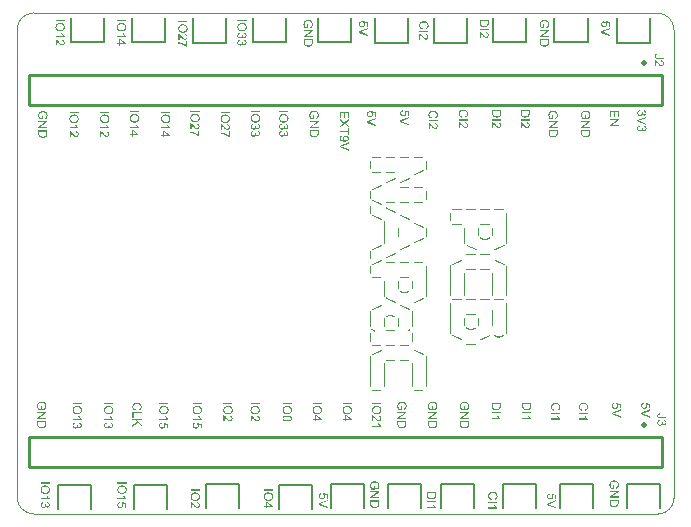
<source format=gto>
G04*
G04 #@! TF.GenerationSoftware,Altium Limited,Altium Designer,18.1.6 (161)*
G04*
G04 Layer_Color=65535*
%FSAX44Y44*%
%MOMM*%
G71*
G01*
G75*
%ADD10C,0.5080*%
%ADD11C,0.2000*%
%ADD12C,0.2540*%
%ADD13C,0.1000*%
G36*
X01063412Y00905996D02*
X01063522D01*
X01063602D01*
X01063642Y00905986D01*
X01063662D01*
X01063672D01*
X01063692Y00905976D01*
X01063722Y00905966D01*
X01063752Y00905946D01*
X01063842Y00905896D01*
X01063932Y00905806D01*
X01063942Y00905796D01*
X01063951Y00905776D01*
X01063971Y00905757D01*
X01063991Y00905717D01*
X01064021Y00905617D01*
X01064041Y00905557D01*
Y00905457D01*
X01064031Y00905427D01*
Y00905377D01*
X01063991Y00905277D01*
X01063971Y00905217D01*
X01063932Y00905167D01*
Y00905157D01*
X01063912Y00905148D01*
X01063862Y00905088D01*
X01063772Y00905028D01*
X01063662Y00904978D01*
X01063652D01*
X01063632D01*
X01063602Y00904968D01*
X01063542D01*
X01063462D01*
X01063343Y00904958D01*
X01063203D01*
X01063023D01*
X01056734D01*
X01056724D01*
X01056714D01*
X01056645D01*
X01056555D01*
X01056455D01*
X01056345D01*
X01056235Y00904968D01*
X01056155D01*
X01056115Y00904978D01*
X01056096D01*
X01056086D01*
X01056066Y00904988D01*
X01056036Y00904998D01*
X01056006Y00905018D01*
X01055916Y00905078D01*
X01055826Y00905167D01*
Y00905178D01*
X01055806Y00905188D01*
X01055796Y00905217D01*
X01055776Y00905257D01*
X01055736Y00905357D01*
X01055726Y00905417D01*
X01055716Y00905477D01*
Y00905507D01*
X01055726Y00905537D01*
Y00905587D01*
X01055766Y00905687D01*
X01055786Y00905747D01*
X01055826Y00905806D01*
X01055836Y00905816D01*
X01055846Y00905826D01*
X01055906Y00905876D01*
X01055986Y00905936D01*
X01056105Y00905986D01*
X01056115D01*
X01056125D01*
X01056165Y00905996D01*
X01056215D01*
X01056295D01*
X01056405Y00906006D01*
X01056555D01*
X01056635D01*
X01056734D01*
X01063023D01*
X01063033D01*
X01063043D01*
X01063113D01*
X01063203D01*
X01063303D01*
X01063412Y00905996D01*
D02*
G37*
G36*
X01051520D02*
X01051629D01*
X01051709D01*
X01051749Y00905986D01*
X01051769D01*
X01051779D01*
X01051799Y00905976D01*
X01051829Y00905966D01*
X01051859Y00905946D01*
X01051949Y00905896D01*
X01052039Y00905806D01*
X01052049Y00905796D01*
X01052059Y00905776D01*
X01052079Y00905757D01*
X01052099Y00905717D01*
X01052129Y00905617D01*
X01052149Y00905557D01*
Y00905457D01*
X01052139Y00905427D01*
Y00905377D01*
X01052099Y00905277D01*
X01052079Y00905217D01*
X01052039Y00905167D01*
Y00905157D01*
X01052019Y00905148D01*
X01051969Y00905088D01*
X01051879Y00905028D01*
X01051769Y00904978D01*
X01051759D01*
X01051739D01*
X01051709Y00904968D01*
X01051649D01*
X01051570D01*
X01051450Y00904958D01*
X01051310D01*
X01051130D01*
X01044842D01*
X01044832D01*
X01044822D01*
X01044752D01*
X01044662D01*
X01044562D01*
X01044452D01*
X01044342Y00904968D01*
X01044263D01*
X01044223Y00904978D01*
X01044203D01*
X01044193D01*
X01044173Y00904988D01*
X01044143Y00904998D01*
X01044113Y00905018D01*
X01044023Y00905078D01*
X01043933Y00905167D01*
Y00905178D01*
X01043913Y00905188D01*
X01043903Y00905217D01*
X01043883Y00905257D01*
X01043843Y00905357D01*
X01043833Y00905417D01*
X01043823Y00905477D01*
Y00905507D01*
X01043833Y00905537D01*
Y00905587D01*
X01043873Y00905687D01*
X01043893Y00905747D01*
X01043933Y00905806D01*
X01043943Y00905816D01*
X01043953Y00905826D01*
X01044013Y00905876D01*
X01044093Y00905936D01*
X01044213Y00905986D01*
X01044223D01*
X01044233D01*
X01044273Y00905996D01*
X01044323D01*
X01044402D01*
X01044512Y00906006D01*
X01044662D01*
X01044742D01*
X01044842D01*
X01051130D01*
X01051140D01*
X01051150D01*
X01051220D01*
X01051310D01*
X01051410D01*
X01051520Y00905996D01*
D02*
G37*
G36*
X01039627D02*
X01039737D01*
X01039817D01*
X01039856Y00905986D01*
X01039876D01*
X01039886D01*
X01039906Y00905976D01*
X01039936Y00905966D01*
X01039966Y00905946D01*
X01040056Y00905896D01*
X01040146Y00905806D01*
X01040156Y00905796D01*
X01040166Y00905776D01*
X01040186Y00905757D01*
X01040206Y00905717D01*
X01040236Y00905617D01*
X01040256Y00905557D01*
Y00905457D01*
X01040246Y00905427D01*
Y00905377D01*
X01040206Y00905277D01*
X01040186Y00905217D01*
X01040146Y00905167D01*
Y00905157D01*
X01040126Y00905148D01*
X01040076Y00905088D01*
X01039986Y00905028D01*
X01039876Y00904978D01*
X01039866D01*
X01039846D01*
X01039817Y00904968D01*
X01039757D01*
X01039677D01*
X01039557Y00904958D01*
X01039417D01*
X01039238D01*
X01032949D01*
X01032939D01*
X01032929D01*
X01032859D01*
X01032769D01*
X01032669D01*
X01032560D01*
X01032450Y00904968D01*
X01032370D01*
X01032330Y00904978D01*
X01032310D01*
X01032300D01*
X01032280Y00904988D01*
X01032250Y00904998D01*
X01032220Y00905018D01*
X01032130Y00905078D01*
X01032040Y00905167D01*
Y00905178D01*
X01032020Y00905188D01*
X01032010Y00905217D01*
X01031991Y00905257D01*
X01031951Y00905357D01*
X01031941Y00905417D01*
X01031931Y00905477D01*
Y00905507D01*
X01031941Y00905537D01*
Y00905587D01*
X01031981Y00905687D01*
X01032001Y00905747D01*
X01032040Y00905806D01*
X01032050Y00905816D01*
X01032060Y00905826D01*
X01032120Y00905876D01*
X01032200Y00905936D01*
X01032320Y00905986D01*
X01032330D01*
X01032340D01*
X01032380Y00905996D01*
X01032430D01*
X01032510D01*
X01032619Y00906006D01*
X01032769D01*
X01032849D01*
X01032949D01*
X01039238D01*
X01039248D01*
X01039258D01*
X01039327D01*
X01039417D01*
X01039517D01*
X01039627Y00905996D01*
D02*
G37*
G36*
X01027734D02*
X01027844D01*
X01027924D01*
X01027964Y00905986D01*
X01027984D01*
X01027994D01*
X01028014Y00905976D01*
X01028044Y00905966D01*
X01028074Y00905946D01*
X01028163Y00905896D01*
X01028253Y00905806D01*
X01028263Y00905796D01*
X01028273Y00905776D01*
X01028293Y00905757D01*
X01028313Y00905717D01*
X01028343Y00905617D01*
X01028363Y00905557D01*
Y00905457D01*
X01028353Y00905427D01*
Y00905377D01*
X01028313Y00905277D01*
X01028293Y00905217D01*
X01028253Y00905167D01*
Y00905157D01*
X01028233Y00905148D01*
X01028183Y00905088D01*
X01028093Y00905028D01*
X01027984Y00904978D01*
X01027974D01*
X01027954D01*
X01027924Y00904968D01*
X01027864D01*
X01027784D01*
X01027664Y00904958D01*
X01027524D01*
X01027345D01*
X01021056D01*
X01021046D01*
X01021036D01*
X01020966D01*
X01020876D01*
X01020777D01*
X01020667D01*
X01020557Y00904968D01*
X01020477D01*
X01020437Y00904978D01*
X01020417D01*
X01020407D01*
X01020387Y00904988D01*
X01020357Y00904998D01*
X01020327Y00905018D01*
X01020238Y00905078D01*
X01020148Y00905167D01*
Y00905178D01*
X01020128Y00905188D01*
X01020118Y00905217D01*
X01020098Y00905257D01*
X01020058Y00905357D01*
X01020048Y00905417D01*
X01020038Y00905477D01*
Y00905507D01*
X01020048Y00905537D01*
Y00905587D01*
X01020088Y00905687D01*
X01020108Y00905747D01*
X01020148Y00905806D01*
X01020158Y00905816D01*
X01020168Y00905826D01*
X01020228Y00905876D01*
X01020307Y00905936D01*
X01020427Y00905986D01*
X01020437D01*
X01020447D01*
X01020487Y00905996D01*
X01020537D01*
X01020617D01*
X01020727Y00906006D01*
X01020876D01*
X01020956D01*
X01021056D01*
X01027345D01*
X01027355D01*
X01027365D01*
X01027435D01*
X01027524D01*
X01027624D01*
X01027734Y00905996D01*
D02*
G37*
G36*
X01066691Y00902712D02*
X01066750Y00902702D01*
X01066810Y00902682D01*
X01066880Y00902652D01*
X01066940Y00902612D01*
X01067000Y00902552D01*
X01067010Y00902542D01*
X01067020Y00902522D01*
X01067040Y00902482D01*
X01067070Y00902422D01*
X01067100Y00902353D01*
X01067120Y00902263D01*
X01067130Y00902153D01*
X01067140Y00902023D01*
Y00896144D01*
X01067130Y00896074D01*
X01067120Y00895994D01*
X01067080Y00895814D01*
X01067050Y00895734D01*
X01067000Y00895665D01*
X01066990Y00895655D01*
X01066970Y00895635D01*
X01066940Y00895615D01*
X01066900Y00895575D01*
X01066840Y00895545D01*
X01066770Y00895525D01*
X01066701Y00895505D01*
X01066611Y00895495D01*
X01066601D01*
X01066571D01*
X01066531Y00895505D01*
X01066481Y00895515D01*
X01066421Y00895535D01*
X01066351Y00895565D01*
X01066291Y00895605D01*
X01066232Y00895665D01*
X01066221Y00895675D01*
X01066211Y00895694D01*
X01066182Y00895734D01*
X01066162Y00895794D01*
X01066132Y00895864D01*
X01066102Y00895954D01*
X01066092Y00896074D01*
X01066082Y00896204D01*
Y00902083D01*
X01066092Y00902153D01*
X01066102Y00902223D01*
X01066122Y00902313D01*
X01066142Y00902402D01*
X01066182Y00902482D01*
X01066232Y00902552D01*
X01066242Y00902562D01*
X01066261Y00902582D01*
X01066291Y00902602D01*
X01066331Y00902632D01*
X01066381Y00902672D01*
X01066451Y00902692D01*
X01066531Y00902712D01*
X01066611Y00902722D01*
X01066621D01*
X01066651D01*
X01066691Y00902712D01*
D02*
G37*
G36*
X01019119D02*
X01019179Y00902702D01*
X01019239Y00902682D01*
X01019309Y00902652D01*
X01019369Y00902612D01*
X01019429Y00902552D01*
X01019439Y00902542D01*
X01019449Y00902522D01*
X01019469Y00902482D01*
X01019499Y00902422D01*
X01019529Y00902353D01*
X01019549Y00902263D01*
X01019559Y00902153D01*
X01019569Y00902023D01*
Y00896144D01*
X01019559Y00896074D01*
X01019549Y00895994D01*
X01019509Y00895814D01*
X01019479Y00895734D01*
X01019429Y00895665D01*
X01019419Y00895655D01*
X01019399Y00895635D01*
X01019369Y00895615D01*
X01019329Y00895575D01*
X01019269Y00895545D01*
X01019199Y00895525D01*
X01019129Y00895505D01*
X01019040Y00895495D01*
X01019030D01*
X01019000D01*
X01018960Y00895505D01*
X01018910Y00895515D01*
X01018850Y00895535D01*
X01018780Y00895565D01*
X01018720Y00895605D01*
X01018660Y00895665D01*
X01018650Y00895675D01*
X01018640Y00895694D01*
X01018610Y00895734D01*
X01018590Y00895794D01*
X01018560Y00895864D01*
X01018531Y00895954D01*
X01018521Y00896074D01*
X01018511Y00896204D01*
Y00902083D01*
X01018521Y00902153D01*
X01018531Y00902223D01*
X01018550Y00902313D01*
X01018570Y00902402D01*
X01018610Y00902482D01*
X01018660Y00902552D01*
X01018670Y00902562D01*
X01018690Y00902582D01*
X01018720Y00902602D01*
X01018760Y00902632D01*
X01018810Y00902672D01*
X01018880Y00902692D01*
X01018960Y00902712D01*
X01019040Y00902722D01*
X01019050D01*
X01019080D01*
X01019119Y00902712D01*
D02*
G37*
G36*
X01039627Y00893299D02*
X01039737D01*
X01039817D01*
X01039856Y00893289D01*
X01039876D01*
X01039886D01*
X01039906Y00893279D01*
X01039936Y00893269D01*
X01039966Y00893249D01*
X01040056Y00893199D01*
X01040146Y00893109D01*
X01040156Y00893099D01*
X01040166Y00893079D01*
X01040186Y00893059D01*
X01040206Y00893019D01*
X01040236Y00892919D01*
X01040256Y00892859D01*
Y00892760D01*
X01040246Y00892730D01*
Y00892680D01*
X01040206Y00892580D01*
X01040186Y00892520D01*
X01040146Y00892470D01*
Y00892460D01*
X01040126Y00892450D01*
X01040076Y00892390D01*
X01039986Y00892330D01*
X01039876Y00892281D01*
X01039866D01*
X01039846D01*
X01039817Y00892271D01*
X01039757D01*
X01039677D01*
X01039557Y00892261D01*
X01039417D01*
X01039238D01*
X01032949D01*
X01032939D01*
X01032929D01*
X01032859D01*
X01032769D01*
X01032669D01*
X01032560D01*
X01032450Y00892271D01*
X01032370D01*
X01032330Y00892281D01*
X01032310D01*
X01032300D01*
X01032280Y00892290D01*
X01032250Y00892300D01*
X01032220Y00892320D01*
X01032130Y00892380D01*
X01032040Y00892470D01*
Y00892480D01*
X01032020Y00892490D01*
X01032010Y00892520D01*
X01031991Y00892560D01*
X01031951Y00892660D01*
X01031941Y00892720D01*
X01031931Y00892780D01*
Y00892810D01*
X01031941Y00892840D01*
Y00892889D01*
X01031981Y00892989D01*
X01032001Y00893049D01*
X01032040Y00893109D01*
X01032050Y00893119D01*
X01032060Y00893129D01*
X01032120Y00893179D01*
X01032200Y00893239D01*
X01032320Y00893289D01*
X01032330D01*
X01032340D01*
X01032380Y00893299D01*
X01032430D01*
X01032510D01*
X01032619Y00893309D01*
X01032769D01*
X01032849D01*
X01032949D01*
X01039238D01*
X01039248D01*
X01039258D01*
X01039327D01*
X01039417D01*
X01039517D01*
X01039627Y00893299D01*
D02*
G37*
G36*
X01027734D02*
X01027844D01*
X01027924D01*
X01027964Y00893289D01*
X01027984D01*
X01027994D01*
X01028014Y00893279D01*
X01028044Y00893269D01*
X01028074Y00893249D01*
X01028163Y00893199D01*
X01028253Y00893109D01*
X01028263Y00893099D01*
X01028273Y00893079D01*
X01028293Y00893059D01*
X01028313Y00893019D01*
X01028343Y00892919D01*
X01028363Y00892859D01*
Y00892760D01*
X01028353Y00892730D01*
Y00892680D01*
X01028313Y00892580D01*
X01028293Y00892520D01*
X01028253Y00892470D01*
Y00892460D01*
X01028233Y00892450D01*
X01028183Y00892390D01*
X01028093Y00892330D01*
X01027984Y00892281D01*
X01027974D01*
X01027954D01*
X01027924Y00892271D01*
X01027864D01*
X01027784D01*
X01027664Y00892261D01*
X01027524D01*
X01027345D01*
X01021056D01*
X01021046D01*
X01021036D01*
X01020966D01*
X01020876D01*
X01020777D01*
X01020667D01*
X01020557Y00892271D01*
X01020477D01*
X01020437Y00892281D01*
X01020417D01*
X01020407D01*
X01020387Y00892290D01*
X01020357Y00892300D01*
X01020327Y00892320D01*
X01020238Y00892380D01*
X01020148Y00892470D01*
Y00892480D01*
X01020128Y00892490D01*
X01020118Y00892520D01*
X01020098Y00892560D01*
X01020058Y00892660D01*
X01020048Y00892720D01*
X01020038Y00892780D01*
Y00892810D01*
X01020048Y00892840D01*
Y00892889D01*
X01020088Y00892989D01*
X01020108Y00893049D01*
X01020148Y00893109D01*
X01020158Y00893119D01*
X01020168Y00893129D01*
X01020228Y00893179D01*
X01020307Y00893239D01*
X01020427Y00893289D01*
X01020437D01*
X01020447D01*
X01020487Y00893299D01*
X01020537D01*
X01020617D01*
X01020727Y00893309D01*
X01020876D01*
X01020956D01*
X01021056D01*
X01027345D01*
X01027355D01*
X01027365D01*
X01027435D01*
X01027524D01*
X01027624D01*
X01027734Y00893299D01*
D02*
G37*
G36*
X01064391Y00895066D02*
X01064441Y00895056D01*
X01064491Y00895036D01*
X01064550Y00895016D01*
X01064610Y00894976D01*
X01064670Y00894926D01*
X01064680Y00894916D01*
X01064700Y00894896D01*
X01064720Y00894866D01*
X01064750Y00894816D01*
X01064810Y00894706D01*
X01064820Y00894636D01*
X01064830Y00894557D01*
Y00894487D01*
X01064820Y00894447D01*
X01064790Y00894347D01*
X01064730Y00894247D01*
Y00894237D01*
X01064710Y00894227D01*
X01064690Y00894207D01*
X01064650Y00894167D01*
X01064600Y00894137D01*
X01064540Y00894097D01*
X01064461Y00894047D01*
X01064361Y00894007D01*
X01057094Y00890593D01*
X01057084D01*
X01057034Y00890574D01*
X01057004Y00890564D01*
X01056954Y00890554D01*
X01056894Y00890534D01*
X01056824Y00890514D01*
X01056804Y00890504D01*
X01056754Y00890494D01*
X01056694Y00890484D01*
X01056645Y00890474D01*
X01056635D01*
X01056615D01*
X01056575Y00890484D01*
X01056535Y00890494D01*
X01056485Y00890514D01*
X01056425Y00890534D01*
X01056365Y00890574D01*
X01056315Y00890623D01*
X01056305Y00890633D01*
X01056295Y00890653D01*
X01056275Y00890683D01*
X01056245Y00890723D01*
X01056195Y00890833D01*
X01056185Y00890903D01*
X01056175Y00890983D01*
Y00891013D01*
X01056185Y00891053D01*
Y00891103D01*
X01056215Y00891212D01*
X01056275Y00891312D01*
X01056295Y00891332D01*
X01056315Y00891352D01*
X01056355Y00891382D01*
X01056405Y00891422D01*
X01056465Y00891462D01*
X01056545Y00891502D01*
X01056635Y00891552D01*
X01063912Y00894956D01*
X01063922D01*
X01063951Y00894976D01*
X01064001Y00894996D01*
X01064061Y00895016D01*
X01064201Y00895056D01*
X01064261Y00895066D01*
X01064321Y00895076D01*
X01064331D01*
X01064351D01*
X01064391Y00895066D01*
D02*
G37*
G36*
X01052498Y00888717D02*
X01052548Y00888707D01*
X01052598Y00888687D01*
X01052658Y00888667D01*
X01052718Y00888627D01*
X01052777Y00888577D01*
X01052787Y00888567D01*
X01052807Y00888547D01*
X01052827Y00888517D01*
X01052857Y00888467D01*
X01052917Y00888357D01*
X01052927Y00888288D01*
X01052937Y00888208D01*
Y00888138D01*
X01052927Y00888098D01*
X01052897Y00887998D01*
X01052837Y00887898D01*
Y00887888D01*
X01052817Y00887878D01*
X01052797Y00887858D01*
X01052757Y00887819D01*
X01052708Y00887788D01*
X01052648Y00887749D01*
X01052568Y00887699D01*
X01052468Y00887659D01*
X01045201Y00884245D01*
X01045191D01*
X01045141Y00884225D01*
X01045111Y00884215D01*
X01045061Y00884205D01*
X01045001Y00884185D01*
X01044931Y00884165D01*
X01044911Y00884155D01*
X01044862Y00884145D01*
X01044802Y00884135D01*
X01044752Y00884125D01*
X01044742D01*
X01044722D01*
X01044682Y00884135D01*
X01044642Y00884145D01*
X01044592Y00884165D01*
X01044532Y00884185D01*
X01044472Y00884225D01*
X01044422Y00884275D01*
X01044412Y00884285D01*
X01044402Y00884305D01*
X01044382Y00884335D01*
X01044352Y00884375D01*
X01044303Y00884484D01*
X01044293Y00884554D01*
X01044283Y00884634D01*
Y00884664D01*
X01044293Y00884704D01*
Y00884754D01*
X01044323Y00884864D01*
X01044382Y00884964D01*
X01044402Y00884984D01*
X01044422Y00885004D01*
X01044462Y00885033D01*
X01044512Y00885073D01*
X01044572Y00885113D01*
X01044652Y00885153D01*
X01044742Y00885203D01*
X01052019Y00888607D01*
X01052029D01*
X01052059Y00888627D01*
X01052109Y00888647D01*
X01052169Y00888667D01*
X01052308Y00888707D01*
X01052368Y00888717D01*
X01052428Y00888727D01*
X01052438D01*
X01052458D01*
X01052498Y00888717D01*
D02*
G37*
G36*
X01040605D02*
X01040655Y00888707D01*
X01040705Y00888687D01*
X01040765Y00888667D01*
X01040825Y00888627D01*
X01040885Y00888577D01*
X01040895Y00888567D01*
X01040915Y00888547D01*
X01040935Y00888517D01*
X01040965Y00888467D01*
X01041024Y00888357D01*
X01041034Y00888288D01*
X01041044Y00888208D01*
Y00888138D01*
X01041034Y00888098D01*
X01041004Y00887998D01*
X01040945Y00887898D01*
Y00887888D01*
X01040925Y00887878D01*
X01040905Y00887858D01*
X01040865Y00887819D01*
X01040815Y00887788D01*
X01040755Y00887749D01*
X01040675Y00887699D01*
X01040575Y00887659D01*
X01033308Y00884245D01*
X01033298D01*
X01033248Y00884225D01*
X01033218Y00884215D01*
X01033168Y00884205D01*
X01033109Y00884185D01*
X01033039Y00884165D01*
X01033019Y00884155D01*
X01032969Y00884145D01*
X01032909Y00884135D01*
X01032859Y00884125D01*
X01032849D01*
X01032829D01*
X01032789Y00884135D01*
X01032749Y00884145D01*
X01032699Y00884165D01*
X01032639Y00884185D01*
X01032579Y00884225D01*
X01032530Y00884275D01*
X01032520Y00884285D01*
X01032510Y00884305D01*
X01032490Y00884335D01*
X01032460Y00884375D01*
X01032410Y00884484D01*
X01032400Y00884554D01*
X01032390Y00884634D01*
Y00884664D01*
X01032400Y00884704D01*
Y00884754D01*
X01032430Y00884864D01*
X01032490Y00884964D01*
X01032510Y00884984D01*
X01032530Y00885004D01*
X01032570Y00885033D01*
X01032619Y00885073D01*
X01032679Y00885113D01*
X01032759Y00885153D01*
X01032849Y00885203D01*
X01040126Y00888607D01*
X01040136D01*
X01040166Y00888627D01*
X01040216Y00888647D01*
X01040276Y00888667D01*
X01040415Y00888707D01*
X01040475Y00888717D01*
X01040535Y00888727D01*
X01040545D01*
X01040565D01*
X01040605Y00888717D01*
D02*
G37*
G36*
X01063412Y00880601D02*
X01063522D01*
X01063602D01*
X01063642Y00880591D01*
X01063662D01*
X01063672D01*
X01063692Y00880581D01*
X01063722Y00880571D01*
X01063752Y00880551D01*
X01063842Y00880501D01*
X01063932Y00880412D01*
X01063942Y00880402D01*
X01063951Y00880382D01*
X01063971Y00880362D01*
X01063991Y00880322D01*
X01064021Y00880222D01*
X01064041Y00880162D01*
Y00880062D01*
X01064031Y00880032D01*
Y00879982D01*
X01063991Y00879883D01*
X01063971Y00879823D01*
X01063932Y00879773D01*
Y00879763D01*
X01063912Y00879753D01*
X01063862Y00879693D01*
X01063772Y00879633D01*
X01063662Y00879583D01*
X01063652D01*
X01063632D01*
X01063602Y00879573D01*
X01063542D01*
X01063462D01*
X01063343Y00879563D01*
X01063203D01*
X01063023D01*
X01056734D01*
X01056724D01*
X01056714D01*
X01056645D01*
X01056555D01*
X01056455D01*
X01056345D01*
X01056235Y00879573D01*
X01056155D01*
X01056115Y00879583D01*
X01056096D01*
X01056086D01*
X01056066Y00879593D01*
X01056036Y00879603D01*
X01056006Y00879623D01*
X01055916Y00879683D01*
X01055826Y00879773D01*
Y00879783D01*
X01055806Y00879793D01*
X01055796Y00879823D01*
X01055776Y00879863D01*
X01055736Y00879962D01*
X01055726Y00880022D01*
X01055716Y00880082D01*
Y00880112D01*
X01055726Y00880142D01*
Y00880192D01*
X01055766Y00880292D01*
X01055786Y00880352D01*
X01055826Y00880412D01*
X01055836Y00880422D01*
X01055846Y00880432D01*
X01055906Y00880482D01*
X01055986Y00880541D01*
X01056105Y00880591D01*
X01056115D01*
X01056125D01*
X01056165Y00880601D01*
X01056215D01*
X01056295D01*
X01056405Y00880611D01*
X01056555D01*
X01056635D01*
X01056734D01*
X01063023D01*
X01063033D01*
X01063043D01*
X01063113D01*
X01063203D01*
X01063303D01*
X01063412Y00880601D01*
D02*
G37*
G36*
X01051520D02*
X01051629D01*
X01051709D01*
X01051749Y00880591D01*
X01051769D01*
X01051779D01*
X01051799Y00880581D01*
X01051829Y00880571D01*
X01051859Y00880551D01*
X01051949Y00880501D01*
X01052039Y00880412D01*
X01052049Y00880402D01*
X01052059Y00880382D01*
X01052079Y00880362D01*
X01052099Y00880322D01*
X01052129Y00880222D01*
X01052149Y00880162D01*
Y00880062D01*
X01052139Y00880032D01*
Y00879982D01*
X01052099Y00879883D01*
X01052079Y00879823D01*
X01052039Y00879773D01*
Y00879763D01*
X01052019Y00879753D01*
X01051969Y00879693D01*
X01051879Y00879633D01*
X01051769Y00879583D01*
X01051759D01*
X01051739D01*
X01051709Y00879573D01*
X01051649D01*
X01051570D01*
X01051450Y00879563D01*
X01051310D01*
X01051130D01*
X01044842D01*
X01044832D01*
X01044822D01*
X01044752D01*
X01044662D01*
X01044562D01*
X01044452D01*
X01044342Y00879573D01*
X01044263D01*
X01044223Y00879583D01*
X01044203D01*
X01044193D01*
X01044173Y00879593D01*
X01044143Y00879603D01*
X01044113Y00879623D01*
X01044023Y00879683D01*
X01043933Y00879773D01*
Y00879783D01*
X01043913Y00879793D01*
X01043903Y00879823D01*
X01043883Y00879863D01*
X01043843Y00879962D01*
X01043833Y00880022D01*
X01043823Y00880082D01*
Y00880112D01*
X01043833Y00880142D01*
Y00880192D01*
X01043873Y00880292D01*
X01043893Y00880352D01*
X01043933Y00880412D01*
X01043943Y00880422D01*
X01043953Y00880432D01*
X01044013Y00880482D01*
X01044093Y00880541D01*
X01044213Y00880591D01*
X01044223D01*
X01044233D01*
X01044273Y00880601D01*
X01044323D01*
X01044402D01*
X01044512Y00880611D01*
X01044662D01*
X01044742D01*
X01044842D01*
X01051130D01*
X01051140D01*
X01051150D01*
X01051220D01*
X01051310D01*
X01051410D01*
X01051520Y00880601D01*
D02*
G37*
G36*
X01028712Y00882368D02*
X01028762Y00882358D01*
X01028812Y00882338D01*
X01028872Y00882318D01*
X01028932Y00882278D01*
X01028992Y00882228D01*
X01029002Y00882218D01*
X01029022Y00882198D01*
X01029042Y00882169D01*
X01029072Y00882119D01*
X01029132Y00882009D01*
X01029142Y00881939D01*
X01029152Y00881859D01*
Y00881789D01*
X01029142Y00881749D01*
X01029112Y00881649D01*
X01029052Y00881550D01*
Y00881540D01*
X01029032Y00881530D01*
X01029012Y00881510D01*
X01028972Y00881470D01*
X01028922Y00881440D01*
X01028862Y00881400D01*
X01028782Y00881350D01*
X01028682Y00881310D01*
X01021415Y00877896D01*
X01021405D01*
X01021356Y00877876D01*
X01021326Y00877866D01*
X01021276Y00877856D01*
X01021216Y00877836D01*
X01021146Y00877816D01*
X01021126Y00877806D01*
X01021076Y00877796D01*
X01021016Y00877786D01*
X01020966Y00877776D01*
X01020956D01*
X01020936D01*
X01020896Y00877786D01*
X01020856Y00877796D01*
X01020807Y00877816D01*
X01020747Y00877836D01*
X01020687Y00877876D01*
X01020637Y00877926D01*
X01020627Y00877936D01*
X01020617Y00877956D01*
X01020597Y00877986D01*
X01020567Y00878026D01*
X01020517Y00878136D01*
X01020507Y00878206D01*
X01020497Y00878286D01*
Y00878315D01*
X01020507Y00878355D01*
Y00878405D01*
X01020537Y00878515D01*
X01020597Y00878615D01*
X01020617Y00878635D01*
X01020637Y00878655D01*
X01020677Y00878685D01*
X01020727Y00878725D01*
X01020787Y00878765D01*
X01020866Y00878804D01*
X01020956Y00878855D01*
X01028233Y00882258D01*
X01028243D01*
X01028273Y00882278D01*
X01028323Y00882298D01*
X01028383Y00882318D01*
X01028523Y00882358D01*
X01028583Y00882368D01*
X01028643Y00882378D01*
X01028652D01*
X01028672D01*
X01028712Y00882368D01*
D02*
G37*
G36*
X01066691Y00877317D02*
X01066750Y00877307D01*
X01066810Y00877287D01*
X01066880Y00877257D01*
X01066940Y00877217D01*
X01067000Y00877158D01*
X01067010Y00877148D01*
X01067020Y00877128D01*
X01067040Y00877088D01*
X01067070Y00877028D01*
X01067100Y00876958D01*
X01067120Y00876868D01*
X01067130Y00876758D01*
X01067140Y00876628D01*
Y00870749D01*
X01067130Y00870679D01*
X01067120Y00870599D01*
X01067080Y00870419D01*
X01067050Y00870340D01*
X01067000Y00870270D01*
X01066990Y00870260D01*
X01066970Y00870240D01*
X01066940Y00870220D01*
X01066900Y00870180D01*
X01066840Y00870150D01*
X01066770Y00870130D01*
X01066701Y00870110D01*
X01066611Y00870100D01*
X01066601D01*
X01066571D01*
X01066531Y00870110D01*
X01066481Y00870120D01*
X01066421Y00870140D01*
X01066351Y00870170D01*
X01066291Y00870210D01*
X01066232Y00870270D01*
X01066221Y00870280D01*
X01066211Y00870300D01*
X01066182Y00870340D01*
X01066162Y00870399D01*
X01066132Y00870469D01*
X01066102Y00870559D01*
X01066092Y00870679D01*
X01066082Y00870809D01*
Y00876688D01*
X01066092Y00876758D01*
X01066102Y00876828D01*
X01066122Y00876918D01*
X01066142Y00877008D01*
X01066182Y00877088D01*
X01066232Y00877158D01*
X01066242Y00877168D01*
X01066261Y00877187D01*
X01066291Y00877207D01*
X01066331Y00877237D01*
X01066381Y00877277D01*
X01066451Y00877297D01*
X01066531Y00877317D01*
X01066611Y00877327D01*
X01066621D01*
X01066651D01*
X01066691Y00877317D01*
D02*
G37*
G36*
X01019119D02*
X01019179Y00877307D01*
X01019239Y00877287D01*
X01019309Y00877257D01*
X01019369Y00877217D01*
X01019429Y00877158D01*
X01019439Y00877148D01*
X01019449Y00877128D01*
X01019469Y00877088D01*
X01019499Y00877028D01*
X01019529Y00876958D01*
X01019549Y00876868D01*
X01019559Y00876758D01*
X01019569Y00876628D01*
Y00870749D01*
X01019559Y00870679D01*
X01019549Y00870599D01*
X01019509Y00870419D01*
X01019479Y00870340D01*
X01019429Y00870270D01*
X01019419Y00870260D01*
X01019399Y00870240D01*
X01019369Y00870220D01*
X01019329Y00870180D01*
X01019269Y00870150D01*
X01019199Y00870130D01*
X01019129Y00870110D01*
X01019040Y00870100D01*
X01019030D01*
X01019000D01*
X01018960Y00870110D01*
X01018910Y00870120D01*
X01018850Y00870140D01*
X01018780Y00870170D01*
X01018720Y00870210D01*
X01018660Y00870270D01*
X01018650Y00870280D01*
X01018640Y00870300D01*
X01018610Y00870340D01*
X01018590Y00870399D01*
X01018560Y00870469D01*
X01018531Y00870559D01*
X01018521Y00870679D01*
X01018511Y00870809D01*
Y00876688D01*
X01018521Y00876758D01*
X01018531Y00876828D01*
X01018550Y00876918D01*
X01018570Y00877008D01*
X01018610Y00877088D01*
X01018660Y00877158D01*
X01018670Y00877168D01*
X01018690Y00877187D01*
X01018720Y00877207D01*
X01018760Y00877237D01*
X01018810Y00877277D01*
X01018880Y00877297D01*
X01018960Y00877317D01*
X01019040Y00877327D01*
X01019050D01*
X01019080D01*
X01019119Y00877317D01*
D02*
G37*
G36*
X01063412Y00867904D02*
X01063522D01*
X01063602D01*
X01063642Y00867894D01*
X01063662D01*
X01063672D01*
X01063692Y00867884D01*
X01063722Y00867874D01*
X01063752Y00867854D01*
X01063842Y00867804D01*
X01063932Y00867714D01*
X01063942Y00867704D01*
X01063951Y00867684D01*
X01063971Y00867664D01*
X01063991Y00867625D01*
X01064021Y00867525D01*
X01064041Y00867465D01*
Y00867365D01*
X01064031Y00867335D01*
Y00867285D01*
X01063991Y00867185D01*
X01063971Y00867125D01*
X01063932Y00867076D01*
Y00867066D01*
X01063912Y00867056D01*
X01063862Y00866996D01*
X01063772Y00866936D01*
X01063662Y00866886D01*
X01063652D01*
X01063632D01*
X01063602Y00866876D01*
X01063542D01*
X01063462D01*
X01063343Y00866866D01*
X01063203D01*
X01063023D01*
X01056734D01*
X01056724D01*
X01056714D01*
X01056645D01*
X01056555D01*
X01056455D01*
X01056345D01*
X01056235Y00866876D01*
X01056155D01*
X01056115Y00866886D01*
X01056096D01*
X01056086D01*
X01056066Y00866896D01*
X01056036Y00866906D01*
X01056006Y00866926D01*
X01055916Y00866986D01*
X01055826Y00867076D01*
Y00867085D01*
X01055806Y00867095D01*
X01055796Y00867125D01*
X01055776Y00867165D01*
X01055736Y00867265D01*
X01055726Y00867325D01*
X01055716Y00867385D01*
Y00867415D01*
X01055726Y00867445D01*
Y00867495D01*
X01055766Y00867595D01*
X01055786Y00867654D01*
X01055826Y00867714D01*
X01055836Y00867724D01*
X01055846Y00867734D01*
X01055906Y00867784D01*
X01055986Y00867844D01*
X01056105Y00867894D01*
X01056115D01*
X01056125D01*
X01056165Y00867904D01*
X01056215D01*
X01056295D01*
X01056405Y00867914D01*
X01056555D01*
X01056635D01*
X01056734D01*
X01063023D01*
X01063033D01*
X01063043D01*
X01063113D01*
X01063203D01*
X01063303D01*
X01063412Y00867904D01*
D02*
G37*
G36*
X01051520D02*
X01051629D01*
X01051709D01*
X01051749Y00867894D01*
X01051769D01*
X01051779D01*
X01051799Y00867884D01*
X01051829Y00867874D01*
X01051859Y00867854D01*
X01051949Y00867804D01*
X01052039Y00867714D01*
X01052049Y00867704D01*
X01052059Y00867684D01*
X01052079Y00867664D01*
X01052099Y00867625D01*
X01052129Y00867525D01*
X01052149Y00867465D01*
Y00867365D01*
X01052139Y00867335D01*
Y00867285D01*
X01052099Y00867185D01*
X01052079Y00867125D01*
X01052039Y00867076D01*
Y00867066D01*
X01052019Y00867056D01*
X01051969Y00866996D01*
X01051879Y00866936D01*
X01051769Y00866886D01*
X01051759D01*
X01051739D01*
X01051709Y00866876D01*
X01051649D01*
X01051570D01*
X01051450Y00866866D01*
X01051310D01*
X01051130D01*
X01044842D01*
X01044832D01*
X01044822D01*
X01044752D01*
X01044662D01*
X01044562D01*
X01044452D01*
X01044342Y00866876D01*
X01044263D01*
X01044223Y00866886D01*
X01044203D01*
X01044193D01*
X01044173Y00866896D01*
X01044143Y00866906D01*
X01044113Y00866926D01*
X01044023Y00866986D01*
X01043933Y00867076D01*
Y00867085D01*
X01043913Y00867095D01*
X01043903Y00867125D01*
X01043883Y00867165D01*
X01043843Y00867265D01*
X01043833Y00867325D01*
X01043823Y00867385D01*
Y00867415D01*
X01043833Y00867445D01*
Y00867495D01*
X01043873Y00867595D01*
X01043893Y00867654D01*
X01043933Y00867714D01*
X01043943Y00867724D01*
X01043953Y00867734D01*
X01044013Y00867784D01*
X01044093Y00867844D01*
X01044213Y00867894D01*
X01044223D01*
X01044233D01*
X01044273Y00867904D01*
X01044323D01*
X01044402D01*
X01044512Y00867914D01*
X01044662D01*
X01044742D01*
X01044842D01*
X01051130D01*
X01051140D01*
X01051150D01*
X01051220D01*
X01051310D01*
X01051410D01*
X01051520Y00867904D01*
D02*
G37*
G36*
X01039627D02*
X01039737D01*
X01039817D01*
X01039856Y00867894D01*
X01039876D01*
X01039886D01*
X01039906Y00867884D01*
X01039936Y00867874D01*
X01039966Y00867854D01*
X01040056Y00867804D01*
X01040146Y00867714D01*
X01040156Y00867704D01*
X01040166Y00867684D01*
X01040186Y00867664D01*
X01040206Y00867625D01*
X01040236Y00867525D01*
X01040256Y00867465D01*
Y00867365D01*
X01040246Y00867335D01*
Y00867285D01*
X01040206Y00867185D01*
X01040186Y00867125D01*
X01040146Y00867076D01*
Y00867066D01*
X01040126Y00867056D01*
X01040076Y00866996D01*
X01039986Y00866936D01*
X01039876Y00866886D01*
X01039866D01*
X01039846D01*
X01039817Y00866876D01*
X01039757D01*
X01039677D01*
X01039557Y00866866D01*
X01039417D01*
X01039238D01*
X01032949D01*
X01032939D01*
X01032929D01*
X01032859D01*
X01032769D01*
X01032669D01*
X01032560D01*
X01032450Y00866876D01*
X01032370D01*
X01032330Y00866886D01*
X01032310D01*
X01032300D01*
X01032280Y00866896D01*
X01032250Y00866906D01*
X01032220Y00866926D01*
X01032130Y00866986D01*
X01032040Y00867076D01*
Y00867085D01*
X01032020Y00867095D01*
X01032010Y00867125D01*
X01031991Y00867165D01*
X01031951Y00867265D01*
X01031941Y00867325D01*
X01031931Y00867385D01*
Y00867415D01*
X01031941Y00867445D01*
Y00867495D01*
X01031981Y00867595D01*
X01032001Y00867654D01*
X01032040Y00867714D01*
X01032050Y00867724D01*
X01032060Y00867734D01*
X01032120Y00867784D01*
X01032200Y00867844D01*
X01032320Y00867894D01*
X01032330D01*
X01032340D01*
X01032380Y00867904D01*
X01032430D01*
X01032510D01*
X01032619Y00867914D01*
X01032769D01*
X01032849D01*
X01032949D01*
X01039238D01*
X01039248D01*
X01039258D01*
X01039327D01*
X01039417D01*
X01039517D01*
X01039627Y00867904D01*
D02*
G37*
G36*
X01021036Y00869691D02*
X01021076Y00869681D01*
X01021136Y00869671D01*
X01021206Y00869651D01*
X01021296Y00869621D01*
X01021385Y00869581D01*
X01028682Y00866157D01*
X01028692Y00866147D01*
X01028722Y00866137D01*
X01028772Y00866107D01*
X01028832Y00866077D01*
X01028952Y00866007D01*
X01029002Y00865967D01*
X01029042Y00865928D01*
X01029052Y00865918D01*
X01029062Y00865898D01*
X01029082Y00865878D01*
X01029102Y00865838D01*
X01029132Y00865738D01*
X01029152Y00865678D01*
Y00865568D01*
X01029142Y00865528D01*
X01029132Y00865478D01*
X01029112Y00865418D01*
X01029082Y00865359D01*
X01029042Y00865299D01*
X01028992Y00865239D01*
X01028982Y00865229D01*
X01028962Y00865209D01*
X01028932Y00865189D01*
X01028892Y00865159D01*
X01028782Y00865099D01*
X01028712Y00865089D01*
X01028643Y00865079D01*
X01028633D01*
X01028613D01*
X01028583Y00865089D01*
X01028543Y00865099D01*
X01028483Y00865109D01*
X01028413Y00865129D01*
X01028333Y00865169D01*
X01028233Y00865209D01*
X01020946Y00868623D01*
X01020936Y00868633D01*
X01020906Y00868643D01*
X01020856Y00868673D01*
X01020797Y00868703D01*
X01020677Y00868772D01*
X01020617Y00868812D01*
X01020577Y00868852D01*
Y00868862D01*
X01020557Y00868872D01*
X01020547Y00868902D01*
X01020527Y00868942D01*
X01020487Y00869052D01*
X01020477Y00869112D01*
X01020467Y00869182D01*
Y00869212D01*
X01020477Y00869252D01*
X01020487Y00869302D01*
X01020507Y00869361D01*
X01020537Y00869421D01*
X01020577Y00869491D01*
X01020627Y00869551D01*
X01020637Y00869561D01*
X01020657Y00869571D01*
X01020687Y00869601D01*
X01020727Y00869621D01*
X01020846Y00869681D01*
X01020906Y00869691D01*
X01020976Y00869701D01*
X01020986D01*
X01021006D01*
X01021036Y00869691D01*
D02*
G37*
G36*
X01032929Y00863342D02*
X01032969Y00863332D01*
X01033029Y00863322D01*
X01033099Y00863302D01*
X01033188Y00863272D01*
X01033278Y00863232D01*
X01040575Y00859808D01*
X01040585Y00859798D01*
X01040615Y00859789D01*
X01040665Y00859759D01*
X01040725Y00859729D01*
X01040845Y00859659D01*
X01040895Y00859619D01*
X01040935Y00859579D01*
X01040945Y00859569D01*
X01040955Y00859549D01*
X01040975Y00859529D01*
X01040994Y00859489D01*
X01041024Y00859389D01*
X01041044Y00859329D01*
Y00859220D01*
X01041034Y00859180D01*
X01041024Y00859130D01*
X01041004Y00859070D01*
X01040975Y00859010D01*
X01040935Y00858950D01*
X01040885Y00858890D01*
X01040875Y00858880D01*
X01040855Y00858860D01*
X01040825Y00858840D01*
X01040785Y00858810D01*
X01040675Y00858750D01*
X01040605Y00858740D01*
X01040535Y00858730D01*
X01040525D01*
X01040505D01*
X01040475Y00858740D01*
X01040435Y00858750D01*
X01040376Y00858760D01*
X01040306Y00858780D01*
X01040226Y00858820D01*
X01040126Y00858860D01*
X01032839Y00862274D01*
X01032829Y00862284D01*
X01032799Y00862294D01*
X01032749Y00862324D01*
X01032689Y00862354D01*
X01032570Y00862424D01*
X01032510Y00862464D01*
X01032470Y00862504D01*
Y00862514D01*
X01032450Y00862524D01*
X01032440Y00862553D01*
X01032420Y00862593D01*
X01032380Y00862703D01*
X01032370Y00862763D01*
X01032360Y00862833D01*
Y00862863D01*
X01032370Y00862903D01*
X01032380Y00862953D01*
X01032400Y00863013D01*
X01032430Y00863073D01*
X01032470Y00863142D01*
X01032520Y00863202D01*
X01032530Y00863212D01*
X01032550Y00863222D01*
X01032579Y00863252D01*
X01032619Y00863272D01*
X01032739Y00863332D01*
X01032799Y00863342D01*
X01032869Y00863352D01*
X01032879D01*
X01032899D01*
X01032929Y00863342D01*
D02*
G37*
G36*
X01019119Y00864620D02*
X01019179Y00864610D01*
X01019239Y00864590D01*
X01019309Y00864560D01*
X01019369Y00864520D01*
X01019429Y00864460D01*
X01019439Y00864450D01*
X01019449Y00864430D01*
X01019469Y00864390D01*
X01019499Y00864330D01*
X01019529Y00864260D01*
X01019549Y00864171D01*
X01019559Y00864061D01*
X01019569Y00863931D01*
Y00858052D01*
X01019559Y00857982D01*
X01019549Y00857902D01*
X01019509Y00857722D01*
X01019479Y00857642D01*
X01019429Y00857572D01*
X01019419Y00857562D01*
X01019399Y00857542D01*
X01019369Y00857523D01*
X01019329Y00857483D01*
X01019269Y00857453D01*
X01019199Y00857433D01*
X01019129Y00857413D01*
X01019040Y00857403D01*
X01019030D01*
X01019000D01*
X01018960Y00857413D01*
X01018910Y00857423D01*
X01018850Y00857443D01*
X01018780Y00857473D01*
X01018720Y00857513D01*
X01018660Y00857572D01*
X01018650Y00857582D01*
X01018640Y00857602D01*
X01018610Y00857642D01*
X01018590Y00857702D01*
X01018560Y00857772D01*
X01018531Y00857862D01*
X01018521Y00857982D01*
X01018511Y00858111D01*
Y00863991D01*
X01018521Y00864061D01*
X01018531Y00864131D01*
X01018550Y00864221D01*
X01018570Y00864310D01*
X01018610Y00864390D01*
X01018660Y00864460D01*
X01018670Y00864470D01*
X01018690Y00864490D01*
X01018720Y00864510D01*
X01018760Y00864540D01*
X01018810Y00864580D01*
X01018880Y00864600D01*
X01018960Y00864620D01*
X01019040Y00864630D01*
X01019050D01*
X01019080D01*
X01019119Y00864620D01*
D02*
G37*
G36*
X01044822Y00856993D02*
X01044862Y00856983D01*
X01044921Y00856973D01*
X01044991Y00856954D01*
X01045081Y00856924D01*
X01045171Y00856884D01*
X01052468Y00853460D01*
X01052478Y00853450D01*
X01052508Y00853440D01*
X01052558Y00853410D01*
X01052618Y00853380D01*
X01052738Y00853310D01*
X01052787Y00853270D01*
X01052827Y00853230D01*
X01052837Y00853220D01*
X01052847Y00853200D01*
X01052867Y00853180D01*
X01052887Y00853140D01*
X01052917Y00853040D01*
X01052937Y00852981D01*
Y00852871D01*
X01052927Y00852831D01*
X01052917Y00852781D01*
X01052897Y00852721D01*
X01052867Y00852661D01*
X01052827Y00852601D01*
X01052777Y00852541D01*
X01052767Y00852531D01*
X01052747Y00852511D01*
X01052718Y00852492D01*
X01052678Y00852461D01*
X01052568Y00852402D01*
X01052498Y00852392D01*
X01052428Y00852382D01*
X01052418D01*
X01052398D01*
X01052368Y00852392D01*
X01052328Y00852402D01*
X01052268Y00852412D01*
X01052198Y00852432D01*
X01052119Y00852471D01*
X01052019Y00852511D01*
X01044732Y00855925D01*
X01044722Y00855935D01*
X01044692Y00855945D01*
X01044642Y00855975D01*
X01044582Y00856005D01*
X01044462Y00856075D01*
X01044402Y00856115D01*
X01044362Y00856155D01*
Y00856165D01*
X01044342Y00856175D01*
X01044333Y00856205D01*
X01044313Y00856245D01*
X01044273Y00856355D01*
X01044263Y00856414D01*
X01044253Y00856484D01*
Y00856514D01*
X01044263Y00856554D01*
X01044273Y00856604D01*
X01044293Y00856664D01*
X01044323Y00856724D01*
X01044362Y00856794D01*
X01044412Y00856854D01*
X01044422Y00856864D01*
X01044442Y00856874D01*
X01044472Y00856904D01*
X01044512Y00856924D01*
X01044632Y00856983D01*
X01044692Y00856993D01*
X01044762Y00857003D01*
X01044772D01*
X01044792D01*
X01044822Y00856993D01*
D02*
G37*
G36*
X01021036D02*
X01021076Y00856983D01*
X01021136Y00856973D01*
X01021206Y00856954D01*
X01021296Y00856924D01*
X01021385Y00856884D01*
X01028682Y00853460D01*
X01028692Y00853450D01*
X01028722Y00853440D01*
X01028772Y00853410D01*
X01028832Y00853380D01*
X01028952Y00853310D01*
X01029002Y00853270D01*
X01029042Y00853230D01*
X01029052Y00853220D01*
X01029062Y00853200D01*
X01029082Y00853180D01*
X01029102Y00853140D01*
X01029132Y00853040D01*
X01029152Y00852981D01*
Y00852871D01*
X01029142Y00852831D01*
X01029132Y00852781D01*
X01029112Y00852721D01*
X01029082Y00852661D01*
X01029042Y00852601D01*
X01028992Y00852541D01*
X01028982Y00852531D01*
X01028962Y00852511D01*
X01028932Y00852492D01*
X01028892Y00852461D01*
X01028782Y00852402D01*
X01028712Y00852392D01*
X01028643Y00852382D01*
X01028633D01*
X01028613D01*
X01028583Y00852392D01*
X01028543Y00852402D01*
X01028483Y00852412D01*
X01028413Y00852432D01*
X01028333Y00852471D01*
X01028233Y00852511D01*
X01020946Y00855925D01*
X01020936Y00855935D01*
X01020906Y00855945D01*
X01020856Y00855975D01*
X01020797Y00856005D01*
X01020677Y00856075D01*
X01020617Y00856115D01*
X01020577Y00856155D01*
Y00856165D01*
X01020557Y00856175D01*
X01020547Y00856205D01*
X01020527Y00856245D01*
X01020487Y00856355D01*
X01020477Y00856414D01*
X01020467Y00856484D01*
Y00856514D01*
X01020477Y00856554D01*
X01020487Y00856604D01*
X01020507Y00856664D01*
X01020537Y00856724D01*
X01020577Y00856794D01*
X01020627Y00856854D01*
X01020637Y00856864D01*
X01020657Y00856874D01*
X01020687Y00856904D01*
X01020727Y00856924D01*
X01020846Y00856983D01*
X01020906Y00856993D01*
X01020976Y00857003D01*
X01020986D01*
X01021006D01*
X01021036Y00856993D01*
D02*
G37*
G36*
X01056714Y00850645D02*
X01056754Y00850635D01*
X01056814Y00850625D01*
X01056884Y00850605D01*
X01056974Y00850575D01*
X01057064Y00850535D01*
X01064361Y00847111D01*
X01064371Y00847101D01*
X01064401Y00847091D01*
X01064451Y00847061D01*
X01064510Y00847031D01*
X01064630Y00846961D01*
X01064680Y00846921D01*
X01064720Y00846881D01*
X01064730Y00846871D01*
X01064740Y00846852D01*
X01064760Y00846832D01*
X01064780Y00846792D01*
X01064810Y00846692D01*
X01064830Y00846632D01*
Y00846522D01*
X01064820Y00846482D01*
X01064810Y00846432D01*
X01064790Y00846372D01*
X01064760Y00846312D01*
X01064720Y00846253D01*
X01064670Y00846193D01*
X01064660Y00846183D01*
X01064640Y00846163D01*
X01064610Y00846143D01*
X01064570Y00846113D01*
X01064461Y00846053D01*
X01064391Y00846043D01*
X01064321Y00846033D01*
X01064311D01*
X01064291D01*
X01064261Y00846043D01*
X01064221Y00846053D01*
X01064161Y00846063D01*
X01064091Y00846083D01*
X01064011Y00846123D01*
X01063912Y00846163D01*
X01056625Y00849577D01*
X01056615Y00849587D01*
X01056585Y00849597D01*
X01056535Y00849627D01*
X01056475Y00849657D01*
X01056355Y00849726D01*
X01056295Y00849766D01*
X01056255Y00849806D01*
Y00849816D01*
X01056235Y00849826D01*
X01056225Y00849856D01*
X01056205Y00849896D01*
X01056165Y00850006D01*
X01056155Y00850066D01*
X01056145Y00850136D01*
Y00850166D01*
X01056155Y00850206D01*
X01056165Y00850255D01*
X01056185Y00850315D01*
X01056215Y00850375D01*
X01056255Y00850445D01*
X01056305Y00850505D01*
X01056315Y00850515D01*
X01056335Y00850525D01*
X01056365Y00850555D01*
X01056405Y00850575D01*
X01056525Y00850635D01*
X01056585Y00850645D01*
X01056655Y00850655D01*
X01056665D01*
X01056684D01*
X01056714Y00850645D01*
D02*
G37*
G36*
X01066691Y00845574D02*
X01066750Y00845564D01*
X01066810Y00845544D01*
X01066880Y00845514D01*
X01066940Y00845474D01*
X01067000Y00845414D01*
X01067010Y00845404D01*
X01067020Y00845384D01*
X01067040Y00845344D01*
X01067070Y00845284D01*
X01067100Y00845214D01*
X01067120Y00845125D01*
X01067130Y00845015D01*
X01067140Y00844885D01*
Y00839006D01*
X01067130Y00838936D01*
X01067120Y00838856D01*
X01067080Y00838676D01*
X01067050Y00838596D01*
X01067000Y00838526D01*
X01066990Y00838516D01*
X01066970Y00838496D01*
X01066940Y00838476D01*
X01066900Y00838437D01*
X01066840Y00838407D01*
X01066770Y00838387D01*
X01066701Y00838367D01*
X01066611Y00838357D01*
X01066601D01*
X01066571D01*
X01066531Y00838367D01*
X01066481Y00838377D01*
X01066421Y00838397D01*
X01066351Y00838427D01*
X01066291Y00838466D01*
X01066232Y00838526D01*
X01066221Y00838536D01*
X01066211Y00838556D01*
X01066182Y00838596D01*
X01066162Y00838656D01*
X01066132Y00838726D01*
X01066102Y00838816D01*
X01066092Y00838936D01*
X01066082Y00839065D01*
Y00844945D01*
X01066092Y00845015D01*
X01066102Y00845085D01*
X01066122Y00845174D01*
X01066142Y00845264D01*
X01066182Y00845344D01*
X01066232Y00845414D01*
X01066242Y00845424D01*
X01066261Y00845444D01*
X01066291Y00845464D01*
X01066331Y00845494D01*
X01066381Y00845534D01*
X01066451Y00845554D01*
X01066531Y00845574D01*
X01066611Y00845584D01*
X01066621D01*
X01066651D01*
X01066691Y00845574D01*
D02*
G37*
G36*
X01042905D02*
X01042965Y00845564D01*
X01043025Y00845544D01*
X01043095Y00845514D01*
X01043155Y00845474D01*
X01043214Y00845414D01*
X01043224Y00845404D01*
X01043234Y00845384D01*
X01043254Y00845344D01*
X01043284Y00845284D01*
X01043314Y00845214D01*
X01043334Y00845125D01*
X01043344Y00845015D01*
X01043354Y00844885D01*
Y00839006D01*
X01043344Y00838936D01*
X01043334Y00838856D01*
X01043294Y00838676D01*
X01043264Y00838596D01*
X01043214Y00838526D01*
X01043204Y00838516D01*
X01043185Y00838496D01*
X01043155Y00838476D01*
X01043115Y00838437D01*
X01043055Y00838407D01*
X01042985Y00838387D01*
X01042915Y00838367D01*
X01042825Y00838357D01*
X01042815D01*
X01042785D01*
X01042745Y00838367D01*
X01042695Y00838377D01*
X01042636Y00838397D01*
X01042566Y00838427D01*
X01042506Y00838466D01*
X01042446Y00838526D01*
X01042436Y00838536D01*
X01042426Y00838556D01*
X01042396Y00838596D01*
X01042376Y00838656D01*
X01042346Y00838726D01*
X01042316Y00838816D01*
X01042306Y00838936D01*
X01042296Y00839065D01*
Y00844945D01*
X01042306Y00845015D01*
X01042316Y00845085D01*
X01042336Y00845174D01*
X01042356Y00845264D01*
X01042396Y00845344D01*
X01042446Y00845414D01*
X01042456Y00845424D01*
X01042476Y00845444D01*
X01042506Y00845464D01*
X01042546Y00845494D01*
X01042596Y00845534D01*
X01042665Y00845554D01*
X01042745Y00845574D01*
X01042825Y00845584D01*
X01042835D01*
X01042865D01*
X01042905Y00845574D01*
D02*
G37*
G36*
X01064391Y00837927D02*
X01064441Y00837917D01*
X01064491Y00837897D01*
X01064550Y00837878D01*
X01064610Y00837838D01*
X01064670Y00837788D01*
X01064680Y00837778D01*
X01064700Y00837758D01*
X01064720Y00837728D01*
X01064750Y00837678D01*
X01064810Y00837568D01*
X01064820Y00837498D01*
X01064830Y00837418D01*
Y00837348D01*
X01064820Y00837309D01*
X01064790Y00837209D01*
X01064730Y00837109D01*
Y00837099D01*
X01064710Y00837089D01*
X01064690Y00837069D01*
X01064650Y00837029D01*
X01064600Y00836999D01*
X01064540Y00836959D01*
X01064461Y00836909D01*
X01064361Y00836869D01*
X01057094Y00833455D01*
X01057084D01*
X01057034Y00833435D01*
X01057004Y00833426D01*
X01056954Y00833416D01*
X01056894Y00833395D01*
X01056824Y00833375D01*
X01056804Y00833366D01*
X01056754Y00833356D01*
X01056694Y00833346D01*
X01056645Y00833336D01*
X01056635D01*
X01056615D01*
X01056575Y00833346D01*
X01056535Y00833356D01*
X01056485Y00833375D01*
X01056425Y00833395D01*
X01056365Y00833435D01*
X01056315Y00833485D01*
X01056305Y00833495D01*
X01056295Y00833515D01*
X01056275Y00833545D01*
X01056245Y00833585D01*
X01056195Y00833695D01*
X01056185Y00833765D01*
X01056175Y00833845D01*
Y00833875D01*
X01056185Y00833915D01*
Y00833964D01*
X01056215Y00834074D01*
X01056275Y00834174D01*
X01056295Y00834194D01*
X01056315Y00834214D01*
X01056355Y00834244D01*
X01056405Y00834284D01*
X01056465Y00834324D01*
X01056545Y00834364D01*
X01056635Y00834414D01*
X01063912Y00837818D01*
X01063922D01*
X01063951Y00837838D01*
X01064001Y00837858D01*
X01064061Y00837878D01*
X01064201Y00837917D01*
X01064261Y00837927D01*
X01064321Y00837937D01*
X01064331D01*
X01064351D01*
X01064391Y00837927D01*
D02*
G37*
G36*
X01031012Y00851923D02*
X01031072Y00851913D01*
X01031132Y00851892D01*
X01031202Y00851863D01*
X01031262Y00851823D01*
X01031322Y00851763D01*
X01031332Y00851753D01*
X01031342Y00851733D01*
X01031362Y00851693D01*
X01031392Y00851633D01*
X01031422Y00851563D01*
X01031441Y00851473D01*
X01031451Y00851364D01*
X01031461Y00851234D01*
Y00845354D01*
X01031451Y00845284D01*
X01031441Y00845204D01*
X01031433Y00845164D01*
X01031441Y00845125D01*
X01031451Y00845015D01*
X01031461Y00844885D01*
Y00839006D01*
X01031451Y00838936D01*
X01031441Y00838856D01*
X01031433Y00838816D01*
X01031441Y00838776D01*
X01031451Y00838666D01*
X01031461Y00838536D01*
Y00832657D01*
X01031451Y00832587D01*
X01031441Y00832507D01*
X01031402Y00832327D01*
X01031372Y00832248D01*
X01031322Y00832178D01*
X01031312Y00832168D01*
X01031292Y00832148D01*
X01031262Y00832128D01*
X01031222Y00832088D01*
X01031162Y00832058D01*
X01031092Y00832038D01*
X01031022Y00832018D01*
X01030932Y00832008D01*
X01030922D01*
X01030892D01*
X01030853Y00832018D01*
X01030803Y00832028D01*
X01030743Y00832048D01*
X01030673Y00832078D01*
X01030613Y00832118D01*
X01030553Y00832178D01*
X01030543Y00832188D01*
X01030533Y00832208D01*
X01030503Y00832248D01*
X01030483Y00832308D01*
X01030453Y00832377D01*
X01030423Y00832467D01*
X01030413Y00832587D01*
X01030403Y00832717D01*
Y00838596D01*
X01030413Y00838666D01*
X01030423Y00838736D01*
X01030434Y00838784D01*
X01030423Y00838816D01*
X01030413Y00838936D01*
X01030403Y00839065D01*
Y00844945D01*
X01030413Y00845015D01*
X01030423Y00845085D01*
X01030434Y00845133D01*
X01030423Y00845164D01*
X01030413Y00845284D01*
X01030403Y00845414D01*
Y00851294D01*
X01030413Y00851364D01*
X01030423Y00851433D01*
X01030443Y00851523D01*
X01030463Y00851613D01*
X01030503Y00851693D01*
X01030553Y00851763D01*
X01030563Y00851773D01*
X01030583Y00851793D01*
X01030613Y00851813D01*
X01030653Y00851843D01*
X01030703Y00851882D01*
X01030773Y00851902D01*
X01030853Y00851923D01*
X01030932Y00851933D01*
X01030942D01*
X01030972D01*
X01031012Y00851923D01*
D02*
G37*
G36*
X01052498Y00831579D02*
X01052548Y00831569D01*
X01052598Y00831549D01*
X01052658Y00831529D01*
X01052718Y00831489D01*
X01052777Y00831439D01*
X01052787Y00831429D01*
X01052807Y00831409D01*
X01052827Y00831379D01*
X01052857Y00831329D01*
X01052917Y00831219D01*
X01052927Y00831150D01*
X01052937Y00831070D01*
Y00831000D01*
X01052927Y00830960D01*
X01052897Y00830860D01*
X01052837Y00830760D01*
Y00830750D01*
X01052817Y00830740D01*
X01052797Y00830720D01*
X01052757Y00830680D01*
X01052708Y00830650D01*
X01052648Y00830611D01*
X01052568Y00830561D01*
X01052468Y00830521D01*
X01045201Y00827107D01*
X01045191D01*
X01045141Y00827087D01*
X01045111Y00827077D01*
X01045061Y00827067D01*
X01045001Y00827047D01*
X01044931Y00827027D01*
X01044911Y00827017D01*
X01044862Y00827007D01*
X01044802Y00826997D01*
X01044752Y00826987D01*
X01044742D01*
X01044722D01*
X01044682Y00826997D01*
X01044642Y00827007D01*
X01044592Y00827027D01*
X01044532Y00827047D01*
X01044472Y00827087D01*
X01044422Y00827137D01*
X01044412Y00827147D01*
X01044402Y00827167D01*
X01044382Y00827197D01*
X01044352Y00827236D01*
X01044303Y00827346D01*
X01044293Y00827416D01*
X01044283Y00827496D01*
Y00827526D01*
X01044293Y00827566D01*
Y00827616D01*
X01044323Y00827726D01*
X01044382Y00827825D01*
X01044402Y00827845D01*
X01044422Y00827865D01*
X01044462Y00827895D01*
X01044512Y00827935D01*
X01044572Y00827975D01*
X01044652Y00828015D01*
X01044742Y00828065D01*
X01052019Y00831469D01*
X01052029D01*
X01052059Y00831489D01*
X01052109Y00831509D01*
X01052169Y00831529D01*
X01052308Y00831569D01*
X01052368Y00831579D01*
X01052428Y00831589D01*
X01052438D01*
X01052458D01*
X01052498Y00831579D01*
D02*
G37*
G36*
X01028712D02*
X01028762Y00831569D01*
X01028812Y00831549D01*
X01028872Y00831529D01*
X01028932Y00831489D01*
X01028992Y00831439D01*
X01029002Y00831429D01*
X01029022Y00831409D01*
X01029042Y00831379D01*
X01029072Y00831329D01*
X01029132Y00831219D01*
X01029142Y00831150D01*
X01029152Y00831070D01*
Y00831000D01*
X01029142Y00830960D01*
X01029112Y00830860D01*
X01029052Y00830760D01*
Y00830750D01*
X01029032Y00830740D01*
X01029012Y00830720D01*
X01028972Y00830680D01*
X01028922Y00830650D01*
X01028862Y00830611D01*
X01028782Y00830561D01*
X01028682Y00830521D01*
X01021415Y00827107D01*
X01021405D01*
X01021356Y00827087D01*
X01021326Y00827077D01*
X01021276Y00827067D01*
X01021216Y00827047D01*
X01021146Y00827027D01*
X01021126Y00827017D01*
X01021076Y00827007D01*
X01021016Y00826997D01*
X01020966Y00826987D01*
X01020956D01*
X01020936D01*
X01020896Y00826997D01*
X01020856Y00827007D01*
X01020807Y00827027D01*
X01020747Y00827047D01*
X01020687Y00827087D01*
X01020637Y00827137D01*
X01020627Y00827147D01*
X01020617Y00827167D01*
X01020597Y00827197D01*
X01020567Y00827236D01*
X01020517Y00827346D01*
X01020507Y00827416D01*
X01020497Y00827496D01*
Y00827526D01*
X01020507Y00827566D01*
Y00827616D01*
X01020537Y00827726D01*
X01020597Y00827825D01*
X01020617Y00827845D01*
X01020637Y00827865D01*
X01020677Y00827895D01*
X01020727Y00827935D01*
X01020787Y00827975D01*
X01020866Y00828015D01*
X01020956Y00828065D01*
X01028233Y00831469D01*
X01028243D01*
X01028273Y00831489D01*
X01028323Y00831509D01*
X01028383Y00831529D01*
X01028523Y00831569D01*
X01028583Y00831579D01*
X01028643Y00831589D01*
X01028652D01*
X01028672D01*
X01028712Y00831579D01*
D02*
G37*
G36*
X01040605Y00825230D02*
X01040655Y00825220D01*
X01040705Y00825200D01*
X01040765Y00825180D01*
X01040825Y00825140D01*
X01040885Y00825090D01*
X01040895Y00825080D01*
X01040915Y00825060D01*
X01040935Y00825030D01*
X01040965Y00824980D01*
X01041024Y00824871D01*
X01041034Y00824801D01*
X01041044Y00824721D01*
Y00824651D01*
X01041034Y00824611D01*
X01041004Y00824511D01*
X01040945Y00824411D01*
Y00824402D01*
X01040925Y00824392D01*
X01040905Y00824372D01*
X01040865Y00824332D01*
X01040815Y00824302D01*
X01040755Y00824262D01*
X01040675Y00824212D01*
X01040575Y00824172D01*
X01033308Y00820758D01*
X01033298D01*
X01033248Y00820738D01*
X01033218Y00820728D01*
X01033168Y00820718D01*
X01033109Y00820698D01*
X01033039Y00820678D01*
X01033019Y00820668D01*
X01032969Y00820658D01*
X01032909Y00820648D01*
X01032859Y00820638D01*
X01032849D01*
X01032829D01*
X01032789Y00820648D01*
X01032749Y00820658D01*
X01032699Y00820678D01*
X01032639Y00820698D01*
X01032579Y00820738D01*
X01032530Y00820788D01*
X01032520Y00820798D01*
X01032510Y00820818D01*
X01032490Y00820848D01*
X01032460Y00820888D01*
X01032410Y00820998D01*
X01032400Y00821068D01*
X01032390Y00821147D01*
Y00821177D01*
X01032400Y00821217D01*
Y00821267D01*
X01032430Y00821377D01*
X01032490Y00821477D01*
X01032510Y00821497D01*
X01032530Y00821517D01*
X01032570Y00821547D01*
X01032619Y00821587D01*
X01032679Y00821627D01*
X01032759Y00821666D01*
X01032849Y00821716D01*
X01040126Y00825120D01*
X01040136D01*
X01040166Y00825140D01*
X01040216Y00825160D01*
X01040276Y00825180D01*
X01040415Y00825220D01*
X01040475Y00825230D01*
X01040535Y00825240D01*
X01040545D01*
X01040565D01*
X01040605Y00825230D01*
D02*
G37*
G36*
X01019119Y00826528D02*
X01019179Y00826518D01*
X01019239Y00826498D01*
X01019309Y00826468D01*
X01019369Y00826428D01*
X01019429Y00826368D01*
X01019439Y00826358D01*
X01019449Y00826338D01*
X01019469Y00826298D01*
X01019499Y00826238D01*
X01019529Y00826168D01*
X01019549Y00826079D01*
X01019559Y00825969D01*
X01019569Y00825839D01*
Y00819959D01*
X01019559Y00819890D01*
X01019549Y00819810D01*
X01019509Y00819630D01*
X01019479Y00819550D01*
X01019429Y00819480D01*
X01019419Y00819470D01*
X01019399Y00819450D01*
X01019369Y00819430D01*
X01019329Y00819390D01*
X01019269Y00819361D01*
X01019199Y00819341D01*
X01019129Y00819321D01*
X01019040Y00819311D01*
X01019030D01*
X01019000D01*
X01018960Y00819321D01*
X01018910Y00819331D01*
X01018850Y00819351D01*
X01018780Y00819380D01*
X01018720Y00819420D01*
X01018660Y00819480D01*
X01018650Y00819490D01*
X01018640Y00819510D01*
X01018610Y00819550D01*
X01018590Y00819610D01*
X01018560Y00819680D01*
X01018531Y00819770D01*
X01018521Y00819890D01*
X01018511Y00820019D01*
Y00825899D01*
X01018521Y00825969D01*
X01018531Y00826039D01*
X01018550Y00826128D01*
X01018570Y00826218D01*
X01018610Y00826298D01*
X01018660Y00826368D01*
X01018670Y00826378D01*
X01018690Y00826398D01*
X01018720Y00826418D01*
X01018760Y00826448D01*
X01018810Y00826488D01*
X01018880Y00826508D01*
X01018960Y00826528D01*
X01019040Y00826538D01*
X01019050D01*
X01019080D01*
X01019119Y00826528D01*
D02*
G37*
G36*
X01063412Y00817114D02*
X01063522D01*
X01063602D01*
X01063642Y00817105D01*
X01063662D01*
X01063672D01*
X01063692Y00817095D01*
X01063722Y00817085D01*
X01063752Y00817065D01*
X01063842Y00817015D01*
X01063932Y00816925D01*
X01063942Y00816915D01*
X01063951Y00816895D01*
X01063971Y00816875D01*
X01063991Y00816835D01*
X01064021Y00816735D01*
X01064041Y00816675D01*
Y00816575D01*
X01064031Y00816546D01*
Y00816496D01*
X01063991Y00816396D01*
X01063971Y00816336D01*
X01063932Y00816286D01*
Y00816276D01*
X01063912Y00816266D01*
X01063862Y00816206D01*
X01063772Y00816146D01*
X01063662Y00816096D01*
X01063652D01*
X01063632D01*
X01063602Y00816086D01*
X01063542D01*
X01063462D01*
X01063343Y00816076D01*
X01063203D01*
X01063023D01*
X01056734D01*
X01056724D01*
X01056714D01*
X01056645D01*
X01056555D01*
X01056455D01*
X01056345D01*
X01056235Y00816086D01*
X01056155D01*
X01056115Y00816096D01*
X01056096D01*
X01056086D01*
X01056066Y00816106D01*
X01056036Y00816116D01*
X01056006Y00816136D01*
X01055916Y00816196D01*
X01055826Y00816286D01*
Y00816296D01*
X01055806Y00816306D01*
X01055796Y00816336D01*
X01055776Y00816376D01*
X01055736Y00816476D01*
X01055726Y00816536D01*
X01055716Y00816596D01*
Y00816625D01*
X01055726Y00816655D01*
Y00816705D01*
X01055766Y00816805D01*
X01055786Y00816865D01*
X01055826Y00816925D01*
X01055836Y00816935D01*
X01055846Y00816945D01*
X01055906Y00816995D01*
X01055986Y00817055D01*
X01056105Y00817105D01*
X01056115D01*
X01056125D01*
X01056165Y00817114D01*
X01056215D01*
X01056295D01*
X01056405Y00817124D01*
X01056555D01*
X01056635D01*
X01056734D01*
X01063023D01*
X01063033D01*
X01063043D01*
X01063113D01*
X01063203D01*
X01063303D01*
X01063412Y00817114D01*
D02*
G37*
G36*
X01051520D02*
X01051629D01*
X01051709D01*
X01051749Y00817105D01*
X01051769D01*
X01051779D01*
X01051799Y00817095D01*
X01051829Y00817085D01*
X01051859Y00817065D01*
X01051949Y00817015D01*
X01052039Y00816925D01*
X01052049Y00816915D01*
X01052059Y00816895D01*
X01052079Y00816875D01*
X01052099Y00816835D01*
X01052129Y00816735D01*
X01052149Y00816675D01*
Y00816575D01*
X01052139Y00816546D01*
Y00816496D01*
X01052099Y00816396D01*
X01052079Y00816336D01*
X01052039Y00816286D01*
Y00816276D01*
X01052019Y00816266D01*
X01051969Y00816206D01*
X01051879Y00816146D01*
X01051769Y00816096D01*
X01051759D01*
X01051739D01*
X01051709Y00816086D01*
X01051649D01*
X01051570D01*
X01051450Y00816076D01*
X01051310D01*
X01051130D01*
X01044842D01*
X01044832D01*
X01044822D01*
X01044752D01*
X01044662D01*
X01044562D01*
X01044452D01*
X01044342Y00816086D01*
X01044263D01*
X01044223Y00816096D01*
X01044203D01*
X01044193D01*
X01044173Y00816106D01*
X01044143Y00816116D01*
X01044113Y00816136D01*
X01044023Y00816196D01*
X01043933Y00816286D01*
Y00816296D01*
X01043913Y00816306D01*
X01043903Y00816336D01*
X01043883Y00816376D01*
X01043843Y00816476D01*
X01043833Y00816536D01*
X01043823Y00816596D01*
Y00816625D01*
X01043833Y00816655D01*
Y00816705D01*
X01043873Y00816805D01*
X01043893Y00816865D01*
X01043933Y00816925D01*
X01043943Y00816935D01*
X01043953Y00816945D01*
X01044013Y00816995D01*
X01044093Y00817055D01*
X01044213Y00817105D01*
X01044223D01*
X01044233D01*
X01044273Y00817114D01*
X01044323D01*
X01044402D01*
X01044512Y00817124D01*
X01044662D01*
X01044742D01*
X01044842D01*
X01051130D01*
X01051140D01*
X01051150D01*
X01051220D01*
X01051310D01*
X01051410D01*
X01051520Y00817114D01*
D02*
G37*
G36*
X01039627D02*
X01039737D01*
X01039817D01*
X01039856Y00817105D01*
X01039876D01*
X01039886D01*
X01039906Y00817095D01*
X01039936Y00817085D01*
X01039966Y00817065D01*
X01040056Y00817015D01*
X01040146Y00816925D01*
X01040156Y00816915D01*
X01040166Y00816895D01*
X01040186Y00816875D01*
X01040206Y00816835D01*
X01040236Y00816735D01*
X01040256Y00816675D01*
Y00816575D01*
X01040246Y00816546D01*
Y00816496D01*
X01040206Y00816396D01*
X01040186Y00816336D01*
X01040146Y00816286D01*
Y00816276D01*
X01040126Y00816266D01*
X01040076Y00816206D01*
X01039986Y00816146D01*
X01039876Y00816096D01*
X01039866D01*
X01039846D01*
X01039817Y00816086D01*
X01039757D01*
X01039677D01*
X01039557Y00816076D01*
X01039417D01*
X01039238D01*
X01032949D01*
X01032939D01*
X01032929D01*
X01032859D01*
X01032769D01*
X01032669D01*
X01032560D01*
X01032450Y00816086D01*
X01032370D01*
X01032330Y00816096D01*
X01032310D01*
X01032300D01*
X01032280Y00816106D01*
X01032250Y00816116D01*
X01032220Y00816136D01*
X01032130Y00816196D01*
X01032040Y00816286D01*
Y00816296D01*
X01032020Y00816306D01*
X01032010Y00816336D01*
X01031991Y00816376D01*
X01031951Y00816476D01*
X01031941Y00816536D01*
X01031931Y00816596D01*
Y00816625D01*
X01031941Y00816655D01*
Y00816705D01*
X01031981Y00816805D01*
X01032001Y00816865D01*
X01032040Y00816925D01*
X01032050Y00816935D01*
X01032060Y00816945D01*
X01032120Y00816995D01*
X01032200Y00817055D01*
X01032320Y00817105D01*
X01032330D01*
X01032340D01*
X01032380Y00817114D01*
X01032430D01*
X01032510D01*
X01032619Y00817124D01*
X01032769D01*
X01032849D01*
X01032949D01*
X01039238D01*
X01039248D01*
X01039258D01*
X01039327D01*
X01039417D01*
X01039517D01*
X01039627Y00817114D01*
D02*
G37*
G36*
X01028712Y00818881D02*
X01028762Y00818871D01*
X01028812Y00818851D01*
X01028872Y00818831D01*
X01028932Y00818792D01*
X01028992Y00818742D01*
X01029002Y00818732D01*
X01029022Y00818712D01*
X01029042Y00818682D01*
X01029072Y00818632D01*
X01029132Y00818522D01*
X01029142Y00818452D01*
X01029152Y00818372D01*
Y00818302D01*
X01029142Y00818262D01*
X01029112Y00818163D01*
X01029052Y00818063D01*
Y00818053D01*
X01029032Y00818043D01*
X01029012Y00818023D01*
X01028972Y00817983D01*
X01028922Y00817953D01*
X01028862Y00817913D01*
X01028782Y00817863D01*
X01028682Y00817823D01*
X01021415Y00814409D01*
X01021405D01*
X01021356Y00814389D01*
X01021326Y00814379D01*
X01021276Y00814369D01*
X01021216Y00814350D01*
X01021146Y00814330D01*
X01021126Y00814320D01*
X01021076Y00814309D01*
X01021016Y00814300D01*
X01020966Y00814290D01*
X01020956D01*
X01020936D01*
X01020896Y00814300D01*
X01020856Y00814309D01*
X01020807Y00814330D01*
X01020747Y00814350D01*
X01020687Y00814389D01*
X01020637Y00814439D01*
X01020627Y00814449D01*
X01020617Y00814469D01*
X01020597Y00814499D01*
X01020567Y00814539D01*
X01020517Y00814649D01*
X01020507Y00814719D01*
X01020497Y00814799D01*
Y00814829D01*
X01020507Y00814869D01*
Y00814919D01*
X01020537Y00815028D01*
X01020597Y00815128D01*
X01020617Y00815148D01*
X01020637Y00815168D01*
X01020677Y00815198D01*
X01020727Y00815238D01*
X01020787Y00815278D01*
X01020866Y00815318D01*
X01020956Y00815368D01*
X01028233Y00818772D01*
X01028243D01*
X01028273Y00818792D01*
X01028323Y00818811D01*
X01028383Y00818831D01*
X01028523Y00818871D01*
X01028583Y00818881D01*
X01028643Y00818891D01*
X01028652D01*
X01028672D01*
X01028712Y00818881D01*
D02*
G37*
G36*
X01019119Y00813830D02*
X01019179Y00813820D01*
X01019239Y00813801D01*
X01019309Y00813771D01*
X01019369Y00813731D01*
X01019429Y00813671D01*
X01019439Y00813661D01*
X01019449Y00813641D01*
X01019469Y00813601D01*
X01019499Y00813541D01*
X01019529Y00813471D01*
X01019549Y00813381D01*
X01019559Y00813271D01*
X01019569Y00813142D01*
Y00807262D01*
X01019559Y00807192D01*
X01019549Y00807112D01*
X01019509Y00806933D01*
X01019479Y00806853D01*
X01019429Y00806783D01*
X01019419Y00806773D01*
X01019399Y00806753D01*
X01019369Y00806733D01*
X01019329Y00806693D01*
X01019269Y00806663D01*
X01019199Y00806643D01*
X01019129Y00806623D01*
X01019040Y00806613D01*
X01019030D01*
X01019000D01*
X01018960Y00806623D01*
X01018910Y00806633D01*
X01018850Y00806653D01*
X01018780Y00806683D01*
X01018720Y00806723D01*
X01018660Y00806783D01*
X01018650Y00806793D01*
X01018640Y00806813D01*
X01018610Y00806853D01*
X01018590Y00806913D01*
X01018560Y00806983D01*
X01018531Y00807073D01*
X01018521Y00807192D01*
X01018511Y00807322D01*
Y00813202D01*
X01018521Y00813271D01*
X01018531Y00813341D01*
X01018550Y00813431D01*
X01018570Y00813521D01*
X01018610Y00813601D01*
X01018660Y00813671D01*
X01018670Y00813681D01*
X01018690Y00813701D01*
X01018720Y00813721D01*
X01018760Y00813751D01*
X01018810Y00813791D01*
X01018880Y00813810D01*
X01018960Y00813830D01*
X01019040Y00813840D01*
X01019050D01*
X01019080D01*
X01019119Y00813830D01*
D02*
G37*
G36*
X01051520Y00804417D02*
X01051629D01*
X01051709D01*
X01051749Y00804407D01*
X01051769D01*
X01051779D01*
X01051799Y00804397D01*
X01051829Y00804387D01*
X01051859Y00804367D01*
X01051949Y00804317D01*
X01052039Y00804228D01*
X01052049Y00804218D01*
X01052059Y00804198D01*
X01052079Y00804178D01*
X01052099Y00804138D01*
X01052129Y00804038D01*
X01052149Y00803978D01*
Y00803878D01*
X01052139Y00803848D01*
Y00803798D01*
X01052099Y00803699D01*
X01052079Y00803639D01*
X01052039Y00803589D01*
Y00803579D01*
X01052019Y00803569D01*
X01051969Y00803509D01*
X01051879Y00803449D01*
X01051769Y00803399D01*
X01051759D01*
X01051739D01*
X01051709Y00803389D01*
X01051649D01*
X01051570D01*
X01051450Y00803379D01*
X01051310D01*
X01051130D01*
X01044842D01*
X01044832D01*
X01044822D01*
X01044752D01*
X01044662D01*
X01044562D01*
X01044452D01*
X01044342Y00803389D01*
X01044263D01*
X01044223Y00803399D01*
X01044203D01*
X01044193D01*
X01044173Y00803409D01*
X01044143Y00803419D01*
X01044113Y00803439D01*
X01044023Y00803499D01*
X01043933Y00803589D01*
Y00803599D01*
X01043913Y00803609D01*
X01043903Y00803639D01*
X01043883Y00803679D01*
X01043843Y00803778D01*
X01043833Y00803838D01*
X01043823Y00803898D01*
Y00803928D01*
X01043833Y00803958D01*
Y00804008D01*
X01043873Y00804108D01*
X01043893Y00804168D01*
X01043933Y00804228D01*
X01043943Y00804238D01*
X01043953Y00804248D01*
X01044013Y00804297D01*
X01044093Y00804357D01*
X01044213Y00804407D01*
X01044223D01*
X01044233D01*
X01044273Y00804417D01*
X01044323D01*
X01044402D01*
X01044512Y00804427D01*
X01044662D01*
X01044742D01*
X01044842D01*
X01051130D01*
X01051140D01*
X01051150D01*
X01051220D01*
X01051310D01*
X01051410D01*
X01051520Y00804417D01*
D02*
G37*
G36*
X01027734D02*
X01027844D01*
X01027924D01*
X01027964Y00804407D01*
X01027984D01*
X01027994D01*
X01028014Y00804397D01*
X01028044Y00804387D01*
X01028074Y00804367D01*
X01028163Y00804317D01*
X01028253Y00804228D01*
X01028263Y00804218D01*
X01028273Y00804198D01*
X01028293Y00804178D01*
X01028313Y00804138D01*
X01028343Y00804038D01*
X01028363Y00803978D01*
Y00803878D01*
X01028353Y00803848D01*
Y00803798D01*
X01028313Y00803699D01*
X01028293Y00803639D01*
X01028253Y00803589D01*
Y00803579D01*
X01028233Y00803569D01*
X01028183Y00803509D01*
X01028093Y00803449D01*
X01027984Y00803399D01*
X01027974D01*
X01027954D01*
X01027924Y00803389D01*
X01027864D01*
X01027784D01*
X01027664Y00803379D01*
X01027524D01*
X01027345D01*
X01021056D01*
X01021046D01*
X01021036D01*
X01020966D01*
X01020876D01*
X01020777D01*
X01020667D01*
X01020557Y00803389D01*
X01020477D01*
X01020437Y00803399D01*
X01020417D01*
X01020407D01*
X01020387Y00803409D01*
X01020357Y00803419D01*
X01020327Y00803439D01*
X01020238Y00803499D01*
X01020148Y00803589D01*
Y00803599D01*
X01020128Y00803609D01*
X01020118Y00803639D01*
X01020098Y00803679D01*
X01020058Y00803778D01*
X01020048Y00803838D01*
X01020038Y00803898D01*
Y00803928D01*
X01020048Y00803958D01*
Y00804008D01*
X01020088Y00804108D01*
X01020108Y00804168D01*
X01020148Y00804228D01*
X01020158Y00804238D01*
X01020168Y00804248D01*
X01020228Y00804297D01*
X01020307Y00804357D01*
X01020427Y00804407D01*
X01020437D01*
X01020447D01*
X01020487Y00804417D01*
X01020537D01*
X01020617D01*
X01020727Y00804427D01*
X01020876D01*
X01020956D01*
X01021056D01*
X01027345D01*
X01027355D01*
X01027365D01*
X01027435D01*
X01027524D01*
X01027624D01*
X01027734Y00804417D01*
D02*
G37*
G36*
X01054798Y00801133D02*
X01054858Y00801123D01*
X01054918Y00801103D01*
X01054987Y00801073D01*
X01055047Y00801033D01*
X01055107Y00800973D01*
X01055117Y00800963D01*
X01055127Y00800943D01*
X01055147Y00800903D01*
X01055177Y00800844D01*
X01055207Y00800774D01*
X01055227Y00800684D01*
X01055237Y00800574D01*
X01055247Y00800444D01*
Y00794565D01*
X01055237Y00794495D01*
X01055227Y00794415D01*
X01055187Y00794235D01*
X01055157Y00794156D01*
X01055107Y00794086D01*
X01055097Y00794076D01*
X01055077Y00794056D01*
X01055047Y00794036D01*
X01055007Y00793996D01*
X01054948Y00793966D01*
X01054878Y00793946D01*
X01054808Y00793926D01*
X01054718Y00793916D01*
X01054708D01*
X01054678D01*
X01054638Y00793926D01*
X01054588Y00793936D01*
X01054528Y00793956D01*
X01054458Y00793986D01*
X01054399Y00794026D01*
X01054339Y00794086D01*
X01054329Y00794096D01*
X01054319Y00794116D01*
X01054289Y00794156D01*
X01054269Y00794215D01*
X01054239Y00794285D01*
X01054209Y00794375D01*
X01054199Y00794495D01*
X01054189Y00794625D01*
Y00800504D01*
X01054199Y00800574D01*
X01054209Y00800644D01*
X01054229Y00800734D01*
X01054249Y00800824D01*
X01054289Y00800903D01*
X01054339Y00800973D01*
X01054349Y00800983D01*
X01054369Y00801003D01*
X01054399Y00801023D01*
X01054438Y00801053D01*
X01054488Y00801093D01*
X01054558Y00801113D01*
X01054638Y00801133D01*
X01054718Y00801143D01*
X01054728D01*
X01054758D01*
X01054798Y00801133D01*
D02*
G37*
G36*
X01042905D02*
X01042965Y00801123D01*
X01043025Y00801103D01*
X01043095Y00801073D01*
X01043155Y00801033D01*
X01043214Y00800973D01*
X01043224Y00800963D01*
X01043234Y00800943D01*
X01043254Y00800903D01*
X01043284Y00800844D01*
X01043314Y00800774D01*
X01043334Y00800684D01*
X01043344Y00800574D01*
X01043354Y00800444D01*
Y00794565D01*
X01043344Y00794495D01*
X01043334Y00794415D01*
X01043294Y00794235D01*
X01043264Y00794156D01*
X01043214Y00794086D01*
X01043204Y00794076D01*
X01043185Y00794056D01*
X01043155Y00794036D01*
X01043115Y00793996D01*
X01043055Y00793966D01*
X01042985Y00793946D01*
X01042915Y00793926D01*
X01042825Y00793916D01*
X01042815D01*
X01042785D01*
X01042745Y00793926D01*
X01042695Y00793936D01*
X01042636Y00793956D01*
X01042566Y00793986D01*
X01042506Y00794026D01*
X01042446Y00794086D01*
X01042436Y00794096D01*
X01042426Y00794116D01*
X01042396Y00794156D01*
X01042376Y00794215D01*
X01042346Y00794285D01*
X01042316Y00794375D01*
X01042306Y00794495D01*
X01042296Y00794625D01*
Y00800504D01*
X01042306Y00800574D01*
X01042316Y00800644D01*
X01042336Y00800734D01*
X01042356Y00800824D01*
X01042396Y00800903D01*
X01042446Y00800973D01*
X01042456Y00800983D01*
X01042476Y00801003D01*
X01042506Y00801023D01*
X01042546Y00801053D01*
X01042596Y00801093D01*
X01042665Y00801113D01*
X01042745Y00801133D01*
X01042825Y00801143D01*
X01042835D01*
X01042865D01*
X01042905Y00801133D01*
D02*
G37*
G36*
X01051809Y00793107D02*
X01051859Y00793097D01*
X01051909Y00793077D01*
X01051979Y00793057D01*
X01052039Y00793018D01*
X01052099Y00792968D01*
X01052109Y00792958D01*
X01052129Y00792938D01*
X01052149Y00792908D01*
X01052178Y00792868D01*
X01052208Y00792808D01*
X01052238Y00792748D01*
X01052248Y00792668D01*
X01052258Y00792588D01*
Y00792558D01*
X01052248Y00792518D01*
X01052238Y00792478D01*
X01052208Y00792369D01*
X01052169Y00792309D01*
X01052129Y00792249D01*
X01052119Y00792239D01*
X01052089Y00792209D01*
X01052039Y00792169D01*
X01051969Y00792109D01*
X01051859Y00792029D01*
X01051719Y00791939D01*
X01051629Y00791889D01*
X01051540Y00791830D01*
X01051430Y00791770D01*
X01051320Y00791710D01*
X01051310Y00791700D01*
X01051280Y00791690D01*
X01051230Y00791660D01*
X01051170Y00791630D01*
X01051090Y00791590D01*
X01051001Y00791550D01*
X01050901Y00791500D01*
X01050791Y00791440D01*
X01050551Y00791330D01*
X01050302Y00791221D01*
X01050052Y00791121D01*
X01049823Y00791041D01*
X01049813D01*
X01049783Y00791031D01*
X01049733Y00791011D01*
X01049663Y00790991D01*
X01049583Y00790971D01*
X01049483Y00790951D01*
X01049373Y00790921D01*
X01049254Y00790891D01*
X01049124Y00790871D01*
X01048984Y00790841D01*
X01048685Y00790791D01*
X01048365Y00790761D01*
X01048036Y00790752D01*
X01048026D01*
X01047996D01*
X01047946D01*
X01047886D01*
X01047796Y00790761D01*
X01047707Y00790771D01*
X01047597D01*
X01047467Y00790791D01*
X01047337Y00790801D01*
X01047197Y00790821D01*
X01046888Y00790881D01*
X01046559Y00790951D01*
X01046209Y00791051D01*
X01046199D01*
X01046179Y00791061D01*
X01046139Y00791071D01*
X01046089Y00791091D01*
X01046030Y00791121D01*
X01045950Y00791151D01*
X01045860Y00791181D01*
X01045770Y00791221D01*
X01045540Y00791320D01*
X01045291Y00791440D01*
X01045001Y00791580D01*
X01044702Y00791740D01*
X01044692D01*
X01044672Y00791750D01*
X01044642Y00791770D01*
X01044602Y00791790D01*
X01044502Y00791850D01*
X01044382Y00791919D01*
X01044263Y00791999D01*
X01044143Y00792089D01*
X01044033Y00792159D01*
X01043993Y00792199D01*
X01043963Y00792229D01*
X01043953Y00792239D01*
X01043943Y00792259D01*
X01043923Y00792289D01*
X01043893Y00792329D01*
X01043843Y00792449D01*
X01043833Y00792518D01*
X01043823Y00792588D01*
Y00792628D01*
X01043833Y00792668D01*
X01043843Y00792718D01*
X01043863Y00792778D01*
X01043893Y00792848D01*
X01043933Y00792908D01*
X01043983Y00792968D01*
X01043993Y00792978D01*
X01044013Y00792988D01*
X01044043Y00793018D01*
X01044093Y00793037D01*
X01044203Y00793097D01*
X01044273Y00793107D01*
X01044352Y00793117D01*
X01044362D01*
X01044382D01*
X01044412Y00793107D01*
X01044462Y00793097D01*
X01044572Y00793067D01*
X01044642Y00793037D01*
X01044712Y00792998D01*
X01044722Y00792988D01*
X01044752Y00792978D01*
X01044802Y00792948D01*
X01044862Y00792908D01*
X01044941Y00792858D01*
X01045041Y00792808D01*
X01045141Y00792748D01*
X01045261Y00792688D01*
X01045520Y00792558D01*
X01045810Y00792419D01*
X01046109Y00792299D01*
X01046409Y00792189D01*
X01046419D01*
X01046449Y00792179D01*
X01046489Y00792169D01*
X01046549Y00792149D01*
X01046618Y00792129D01*
X01046708Y00792109D01*
X01046808Y00792079D01*
X01046918Y00792059D01*
X01047158Y00792009D01*
X01047437Y00791969D01*
X01047727Y00791939D01*
X01048036Y00791929D01*
X01048046D01*
X01048076D01*
X01048116D01*
X01048176D01*
X01048246Y00791939D01*
X01048335D01*
X01048435Y00791949D01*
X01048545Y00791959D01*
X01048795Y00791989D01*
X01049064Y00792039D01*
X01049354Y00792099D01*
X01049653Y00792189D01*
X01049663D01*
X01049693Y00792199D01*
X01049733Y00792219D01*
X01049793Y00792239D01*
X01049873Y00792259D01*
X01049952Y00792299D01*
X01050062Y00792339D01*
X01050172Y00792379D01*
X01050292Y00792439D01*
X01050432Y00792498D01*
X01050721Y00792638D01*
X01051041Y00792798D01*
X01051370Y00792998D01*
X01051380D01*
X01051410Y00793018D01*
X01051440Y00793037D01*
X01051490Y00793057D01*
X01051610Y00793097D01*
X01051669Y00793107D01*
X01051729Y00793117D01*
X01051739D01*
X01051769D01*
X01051809Y00793107D01*
D02*
G37*
G36*
X01066691Y00813830D02*
X01066750Y00813820D01*
X01066810Y00813801D01*
X01066880Y00813771D01*
X01066940Y00813731D01*
X01067000Y00813671D01*
X01067010Y00813661D01*
X01067020Y00813641D01*
X01067040Y00813601D01*
X01067070Y00813541D01*
X01067100Y00813471D01*
X01067120Y00813381D01*
X01067130Y00813271D01*
X01067140Y00813142D01*
Y00807262D01*
X01067130Y00807192D01*
X01067120Y00807112D01*
X01067111Y00807073D01*
X01067120Y00807032D01*
X01067130Y00806923D01*
X01067140Y00806793D01*
Y00800913D01*
X01067130Y00800844D01*
X01067120Y00800764D01*
X01067111Y00800724D01*
X01067120Y00800684D01*
X01067130Y00800574D01*
X01067140Y00800444D01*
Y00794565D01*
X01067130Y00794495D01*
X01067120Y00794415D01*
X01067111Y00794375D01*
X01067120Y00794335D01*
X01067130Y00794225D01*
X01067140Y00794096D01*
Y00788216D01*
X01067130Y00788146D01*
X01067120Y00788066D01*
X01067080Y00787887D01*
X01067050Y00787807D01*
X01067000Y00787737D01*
X01066990Y00787727D01*
X01066970Y00787707D01*
X01066940Y00787687D01*
X01066900Y00787647D01*
X01066840Y00787617D01*
X01066770Y00787597D01*
X01066701Y00787577D01*
X01066611Y00787567D01*
X01066601D01*
X01066571D01*
X01066531Y00787577D01*
X01066481Y00787587D01*
X01066421Y00787607D01*
X01066351Y00787637D01*
X01066291Y00787677D01*
X01066232Y00787737D01*
X01066221Y00787747D01*
X01066211Y00787767D01*
X01066182Y00787807D01*
X01066162Y00787867D01*
X01066132Y00787937D01*
X01066102Y00788026D01*
X01066092Y00788146D01*
X01066082Y00788276D01*
Y00794156D01*
X01066092Y00794225D01*
X01066102Y00794295D01*
X01066112Y00794343D01*
X01066102Y00794375D01*
X01066092Y00794495D01*
X01066082Y00794625D01*
Y00800504D01*
X01066092Y00800574D01*
X01066102Y00800644D01*
X01066112Y00800692D01*
X01066102Y00800724D01*
X01066092Y00800844D01*
X01066082Y00800973D01*
Y00806853D01*
X01066092Y00806923D01*
X01066102Y00806993D01*
X01066112Y00807040D01*
X01066102Y00807073D01*
X01066092Y00807192D01*
X01066082Y00807322D01*
Y00813202D01*
X01066092Y00813271D01*
X01066102Y00813341D01*
X01066122Y00813431D01*
X01066142Y00813521D01*
X01066182Y00813601D01*
X01066232Y00813671D01*
X01066242Y00813681D01*
X01066261Y00813701D01*
X01066291Y00813721D01*
X01066331Y00813751D01*
X01066381Y00813791D01*
X01066451Y00813810D01*
X01066531Y00813830D01*
X01066611Y00813840D01*
X01066621D01*
X01066651D01*
X01066691Y00813830D01*
D02*
G37*
G36*
X01031012Y00801133D02*
X01031072Y00801123D01*
X01031132Y00801103D01*
X01031202Y00801073D01*
X01031262Y00801033D01*
X01031322Y00800973D01*
X01031332Y00800963D01*
X01031342Y00800943D01*
X01031362Y00800903D01*
X01031392Y00800844D01*
X01031422Y00800774D01*
X01031441Y00800684D01*
X01031451Y00800574D01*
X01031461Y00800444D01*
Y00794565D01*
X01031451Y00794495D01*
X01031441Y00794415D01*
X01031433Y00794375D01*
X01031441Y00794335D01*
X01031451Y00794225D01*
X01031461Y00794096D01*
Y00788216D01*
X01031451Y00788146D01*
X01031441Y00788066D01*
X01031402Y00787887D01*
X01031372Y00787807D01*
X01031322Y00787737D01*
X01031312Y00787727D01*
X01031292Y00787707D01*
X01031262Y00787687D01*
X01031222Y00787647D01*
X01031162Y00787617D01*
X01031092Y00787597D01*
X01031022Y00787577D01*
X01030932Y00787567D01*
X01030922D01*
X01030892D01*
X01030853Y00787577D01*
X01030803Y00787587D01*
X01030743Y00787607D01*
X01030673Y00787637D01*
X01030613Y00787677D01*
X01030553Y00787737D01*
X01030543Y00787747D01*
X01030533Y00787767D01*
X01030503Y00787807D01*
X01030483Y00787867D01*
X01030453Y00787937D01*
X01030423Y00788026D01*
X01030413Y00788146D01*
X01030403Y00788276D01*
Y00794156D01*
X01030413Y00794225D01*
X01030423Y00794295D01*
X01030434Y00794343D01*
X01030423Y00794375D01*
X01030413Y00794495D01*
X01030403Y00794625D01*
Y00800504D01*
X01030413Y00800574D01*
X01030423Y00800644D01*
X01030443Y00800734D01*
X01030463Y00800824D01*
X01030503Y00800903D01*
X01030553Y00800973D01*
X01030563Y00800983D01*
X01030583Y00801003D01*
X01030613Y00801023D01*
X01030653Y00801053D01*
X01030703Y00801093D01*
X01030773Y00801113D01*
X01030853Y00801133D01*
X01030932Y00801143D01*
X01030942D01*
X01030972D01*
X01031012Y00801133D01*
D02*
G37*
G36*
X01032929Y00787158D02*
X01032969Y00787148D01*
X01033029Y00787138D01*
X01033099Y00787118D01*
X01033188Y00787088D01*
X01033278Y00787048D01*
X01040575Y00783624D01*
X01040585Y00783614D01*
X01040615Y00783604D01*
X01040665Y00783574D01*
X01040725Y00783544D01*
X01040845Y00783475D01*
X01040895Y00783435D01*
X01040935Y00783395D01*
X01040945Y00783385D01*
X01040955Y00783365D01*
X01040975Y00783345D01*
X01040994Y00783305D01*
X01041024Y00783205D01*
X01041044Y00783145D01*
Y00783035D01*
X01041034Y00782995D01*
X01041024Y00782945D01*
X01041004Y00782886D01*
X01040975Y00782826D01*
X01040935Y00782766D01*
X01040885Y00782706D01*
X01040875Y00782696D01*
X01040855Y00782676D01*
X01040825Y00782656D01*
X01040785Y00782626D01*
X01040675Y00782566D01*
X01040605Y00782556D01*
X01040535Y00782546D01*
X01040525D01*
X01040505D01*
X01040475Y00782556D01*
X01040435Y00782566D01*
X01040376Y00782576D01*
X01040306Y00782596D01*
X01040226Y00782636D01*
X01040126Y00782676D01*
X01032839Y00786090D01*
X01032829Y00786100D01*
X01032799Y00786110D01*
X01032749Y00786140D01*
X01032689Y00786170D01*
X01032570Y00786240D01*
X01032510Y00786280D01*
X01032470Y00786320D01*
Y00786329D01*
X01032450Y00786339D01*
X01032440Y00786369D01*
X01032420Y00786409D01*
X01032380Y00786519D01*
X01032370Y00786579D01*
X01032360Y00786649D01*
Y00786679D01*
X01032370Y00786719D01*
X01032380Y00786769D01*
X01032400Y00786829D01*
X01032430Y00786888D01*
X01032470Y00786958D01*
X01032520Y00787018D01*
X01032530Y00787028D01*
X01032550Y00787038D01*
X01032579Y00787068D01*
X01032619Y00787088D01*
X01032739Y00787148D01*
X01032799Y00787158D01*
X01032869Y00787168D01*
X01032879D01*
X01032899D01*
X01032929Y00787158D01*
D02*
G37*
G36*
X01064391Y00787138D02*
X01064441Y00787128D01*
X01064491Y00787108D01*
X01064550Y00787088D01*
X01064610Y00787048D01*
X01064670Y00786998D01*
X01064680Y00786988D01*
X01064700Y00786968D01*
X01064720Y00786938D01*
X01064750Y00786888D01*
X01064810Y00786779D01*
X01064820Y00786709D01*
X01064830Y00786629D01*
Y00786559D01*
X01064820Y00786519D01*
X01064790Y00786419D01*
X01064730Y00786320D01*
Y00786310D01*
X01064710Y00786300D01*
X01064690Y00786280D01*
X01064650Y00786240D01*
X01064600Y00786210D01*
X01064540Y00786170D01*
X01064461Y00786120D01*
X01064361Y00786080D01*
X01057094Y00782666D01*
X01057084D01*
X01057034Y00782646D01*
X01057004Y00782636D01*
X01056954Y00782626D01*
X01056894Y00782606D01*
X01056824Y00782586D01*
X01056804Y00782576D01*
X01056754Y00782566D01*
X01056694Y00782556D01*
X01056645Y00782546D01*
X01056635D01*
X01056615D01*
X01056575Y00782556D01*
X01056535Y00782566D01*
X01056485Y00782586D01*
X01056425Y00782606D01*
X01056365Y00782646D01*
X01056315Y00782696D01*
X01056305Y00782706D01*
X01056295Y00782726D01*
X01056275Y00782756D01*
X01056245Y00782796D01*
X01056195Y00782906D01*
X01056185Y00782975D01*
X01056175Y00783055D01*
Y00783085D01*
X01056185Y00783125D01*
Y00783175D01*
X01056215Y00783285D01*
X01056275Y00783385D01*
X01056295Y00783405D01*
X01056315Y00783425D01*
X01056355Y00783455D01*
X01056405Y00783494D01*
X01056465Y00783534D01*
X01056545Y00783574D01*
X01056635Y00783624D01*
X01063912Y00787028D01*
X01063922D01*
X01063951Y00787048D01*
X01064001Y00787068D01*
X01064061Y00787088D01*
X01064201Y00787128D01*
X01064261Y00787138D01*
X01064321Y00787148D01*
X01064331D01*
X01064351D01*
X01064391Y00787138D01*
D02*
G37*
G36*
X01044822Y00780809D02*
X01044862Y00780799D01*
X01044921Y00780789D01*
X01044991Y00780769D01*
X01045081Y00780739D01*
X01045171Y00780699D01*
X01052468Y00777276D01*
X01052478Y00777266D01*
X01052508Y00777256D01*
X01052558Y00777226D01*
X01052618Y00777196D01*
X01052738Y00777126D01*
X01052787Y00777086D01*
X01052827Y00777046D01*
X01052837Y00777036D01*
X01052847Y00777016D01*
X01052867Y00776996D01*
X01052887Y00776956D01*
X01052917Y00776856D01*
X01052937Y00776796D01*
Y00776687D01*
X01052927Y00776647D01*
X01052917Y00776597D01*
X01052897Y00776537D01*
X01052867Y00776477D01*
X01052827Y00776417D01*
X01052777Y00776357D01*
X01052767Y00776347D01*
X01052747Y00776327D01*
X01052718Y00776307D01*
X01052678Y00776277D01*
X01052568Y00776217D01*
X01052498Y00776208D01*
X01052428Y00776198D01*
X01052418D01*
X01052398D01*
X01052368Y00776208D01*
X01052328Y00776217D01*
X01052268Y00776227D01*
X01052198Y00776247D01*
X01052119Y00776287D01*
X01052019Y00776327D01*
X01044732Y00779741D01*
X01044722Y00779751D01*
X01044692Y00779761D01*
X01044642Y00779791D01*
X01044582Y00779821D01*
X01044462Y00779891D01*
X01044402Y00779931D01*
X01044362Y00779971D01*
Y00779981D01*
X01044342Y00779991D01*
X01044333Y00780021D01*
X01044313Y00780061D01*
X01044273Y00780170D01*
X01044263Y00780230D01*
X01044253Y00780300D01*
Y00780330D01*
X01044263Y00780370D01*
X01044273Y00780420D01*
X01044293Y00780480D01*
X01044323Y00780540D01*
X01044362Y00780610D01*
X01044412Y00780669D01*
X01044422Y00780679D01*
X01044442Y00780689D01*
X01044472Y00780719D01*
X01044512Y00780739D01*
X01044632Y00780799D01*
X01044692Y00780809D01*
X01044762Y00780819D01*
X01044772D01*
X01044792D01*
X01044822Y00780809D01*
D02*
G37*
G36*
X01028712Y00780789D02*
X01028762Y00780779D01*
X01028812Y00780759D01*
X01028872Y00780739D01*
X01028932Y00780699D01*
X01028992Y00780650D01*
X01029002Y00780640D01*
X01029022Y00780620D01*
X01029042Y00780590D01*
X01029072Y00780540D01*
X01029132Y00780430D01*
X01029142Y00780360D01*
X01029152Y00780280D01*
Y00780210D01*
X01029142Y00780170D01*
X01029112Y00780071D01*
X01029052Y00779971D01*
Y00779961D01*
X01029032Y00779951D01*
X01029012Y00779931D01*
X01028972Y00779891D01*
X01028922Y00779861D01*
X01028862Y00779821D01*
X01028782Y00779771D01*
X01028682Y00779731D01*
X01021415Y00776317D01*
X01021405D01*
X01021356Y00776297D01*
X01021326Y00776287D01*
X01021276Y00776277D01*
X01021216Y00776257D01*
X01021146Y00776237D01*
X01021126Y00776227D01*
X01021076Y00776217D01*
X01021016Y00776208D01*
X01020966Y00776198D01*
X01020956D01*
X01020936D01*
X01020896Y00776208D01*
X01020856Y00776217D01*
X01020807Y00776237D01*
X01020747Y00776257D01*
X01020687Y00776297D01*
X01020637Y00776347D01*
X01020627Y00776357D01*
X01020617Y00776377D01*
X01020597Y00776407D01*
X01020567Y00776447D01*
X01020517Y00776557D01*
X01020507Y00776627D01*
X01020497Y00776707D01*
Y00776737D01*
X01020507Y00776777D01*
Y00776826D01*
X01020537Y00776936D01*
X01020597Y00777036D01*
X01020617Y00777056D01*
X01020637Y00777076D01*
X01020677Y00777106D01*
X01020727Y00777146D01*
X01020787Y00777186D01*
X01020866Y00777226D01*
X01020956Y00777276D01*
X01028233Y00780679D01*
X01028243D01*
X01028273Y00780699D01*
X01028323Y00780719D01*
X01028383Y00780739D01*
X01028523Y00780779D01*
X01028583Y00780789D01*
X01028643Y00780799D01*
X01028652D01*
X01028672D01*
X01028712Y00780789D01*
D02*
G37*
G36*
X01036383Y00772524D02*
X01036482Y00772514D01*
X01036592D01*
X01036712Y00772494D01*
X01036842Y00772484D01*
X01036992Y00772464D01*
X01037301Y00772414D01*
X01037630Y00772344D01*
X01037970Y00772245D01*
X01037980D01*
X01038000Y00772235D01*
X01038040Y00772225D01*
X01038090Y00772205D01*
X01038150Y00772175D01*
X01038229Y00772145D01*
X01038319Y00772115D01*
X01038419Y00772075D01*
X01038639Y00771975D01*
X01038898Y00771855D01*
X01039178Y00771715D01*
X01039487Y00771556D01*
X01039497D01*
X01039517Y00771546D01*
X01039547Y00771526D01*
X01039587Y00771506D01*
X01039687Y00771446D01*
X01039807Y00771366D01*
X01039926Y00771296D01*
X01040056Y00771206D01*
X01040156Y00771136D01*
X01040196Y00771097D01*
X01040226Y00771067D01*
X01040236Y00771057D01*
X01040246Y00771037D01*
X01040266Y00771007D01*
X01040296Y00770957D01*
X01040346Y00770847D01*
X01040356Y00770777D01*
X01040366Y00770707D01*
Y00770667D01*
X01040356Y00770627D01*
X01040346Y00770577D01*
X01040326Y00770518D01*
X01040296Y00770448D01*
X01040256Y00770388D01*
X01040206Y00770328D01*
X01040196Y00770318D01*
X01040176Y00770298D01*
X01040146Y00770278D01*
X01040096Y00770248D01*
X01039986Y00770188D01*
X01039916Y00770178D01*
X01039837Y00770168D01*
X01039827D01*
X01039807D01*
X01039777Y00770178D01*
X01039737Y00770188D01*
X01039627Y00770218D01*
X01039557Y00770258D01*
X01039477Y00770298D01*
X01039467Y00770308D01*
X01039437Y00770318D01*
X01039387Y00770348D01*
X01039327Y00770388D01*
X01039238Y00770438D01*
X01039148Y00770488D01*
X01039038Y00770548D01*
X01038918Y00770608D01*
X01038659Y00770737D01*
X01038369Y00770867D01*
X01038070Y00770997D01*
X01037760Y00771107D01*
X01037750D01*
X01037720Y00771117D01*
X01037680Y00771127D01*
X01037620Y00771146D01*
X01037551Y00771167D01*
X01037461Y00771186D01*
X01037371Y00771206D01*
X01037261Y00771226D01*
X01037012Y00771276D01*
X01036742Y00771316D01*
X01036453Y00771346D01*
X01036143Y00771356D01*
X01036133D01*
X01036103D01*
X01036063D01*
X01036003D01*
X01035934Y00771346D01*
X01035844D01*
X01035744Y00771336D01*
X01035634Y00771326D01*
X01035385Y00771296D01*
X01035115Y00771246D01*
X01034816Y00771186D01*
X01034516Y00771107D01*
X01034506D01*
X01034476Y00771097D01*
X01034436Y00771077D01*
X01034376Y00771057D01*
X01034306Y00771027D01*
X01034217Y00770997D01*
X01034117Y00770957D01*
X01034007Y00770907D01*
X01033887Y00770857D01*
X01033747Y00770797D01*
X01033468Y00770657D01*
X01033148Y00770488D01*
X01032819Y00770298D01*
X01032809Y00770288D01*
X01032789Y00770278D01*
X01032749Y00770258D01*
X01032699Y00770228D01*
X01032579Y00770188D01*
X01032520Y00770178D01*
X01032460Y00770168D01*
X01032450D01*
X01032430D01*
X01032390Y00770178D01*
X01032340Y00770188D01*
X01032280Y00770208D01*
X01032220Y00770238D01*
X01032150Y00770278D01*
X01032090Y00770328D01*
X01032080Y00770338D01*
X01032070Y00770358D01*
X01032040Y00770388D01*
X01032010Y00770428D01*
X01031981Y00770488D01*
X01031961Y00770548D01*
X01031941Y00770627D01*
X01031931Y00770707D01*
Y00770737D01*
X01031941Y00770777D01*
X01031951Y00770817D01*
X01031991Y00770927D01*
X01032020Y00770987D01*
X01032060Y00771047D01*
X01032070Y00771057D01*
X01032100Y00771087D01*
X01032150Y00771127D01*
X01032230Y00771186D01*
X01032340Y00771266D01*
X01032480Y00771356D01*
X01032649Y00771466D01*
X01032759Y00771526D01*
X01032869Y00771586D01*
X01032879Y00771596D01*
X01032909Y00771606D01*
X01032959Y00771636D01*
X01033019Y00771666D01*
X01033099Y00771705D01*
X01033188Y00771745D01*
X01033288Y00771795D01*
X01033398Y00771855D01*
X01033638Y00771965D01*
X01033887Y00772075D01*
X01034137Y00772175D01*
X01034366Y00772254D01*
X01034376D01*
X01034406Y00772264D01*
X01034456Y00772284D01*
X01034526Y00772294D01*
X01034606Y00772314D01*
X01034696Y00772344D01*
X01034806Y00772364D01*
X01034925Y00772394D01*
X01035065Y00772424D01*
X01035195Y00772444D01*
X01035504Y00772494D01*
X01035814Y00772524D01*
X01036143Y00772534D01*
X01036153D01*
X01036183D01*
X01036233D01*
X01036303D01*
X01036383Y00772524D01*
D02*
G37*
G36*
X01054798Y00775738D02*
X01054858Y00775728D01*
X01054918Y00775708D01*
X01054987Y00775678D01*
X01055047Y00775639D01*
X01055107Y00775579D01*
X01055117Y00775569D01*
X01055127Y00775549D01*
X01055147Y00775509D01*
X01055177Y00775449D01*
X01055207Y00775379D01*
X01055227Y00775289D01*
X01055237Y00775179D01*
X01055247Y00775050D01*
Y00769170D01*
X01055237Y00769100D01*
X01055227Y00769020D01*
X01055218Y00768980D01*
X01055227Y00768940D01*
X01055237Y00768831D01*
X01055247Y00768701D01*
Y00762821D01*
X01055237Y00762751D01*
X01055227Y00762672D01*
X01055187Y00762492D01*
X01055157Y00762412D01*
X01055107Y00762342D01*
X01055097Y00762332D01*
X01055077Y00762312D01*
X01055047Y00762292D01*
X01055007Y00762252D01*
X01054948Y00762222D01*
X01054878Y00762203D01*
X01054808Y00762182D01*
X01054718Y00762172D01*
X01054708D01*
X01054678D01*
X01054638Y00762182D01*
X01054588Y00762193D01*
X01054528Y00762212D01*
X01054458Y00762242D01*
X01054399Y00762282D01*
X01054339Y00762342D01*
X01054329Y00762352D01*
X01054319Y00762372D01*
X01054289Y00762412D01*
X01054269Y00762472D01*
X01054239Y00762542D01*
X01054209Y00762632D01*
X01054199Y00762751D01*
X01054189Y00762881D01*
Y00768761D01*
X01054199Y00768831D01*
X01054209Y00768901D01*
X01054220Y00768948D01*
X01054209Y00768980D01*
X01054199Y00769100D01*
X01054189Y00769230D01*
Y00775109D01*
X01054199Y00775179D01*
X01054209Y00775249D01*
X01054229Y00775339D01*
X01054249Y00775429D01*
X01054289Y00775509D01*
X01054339Y00775579D01*
X01054349Y00775589D01*
X01054369Y00775609D01*
X01054399Y00775629D01*
X01054438Y00775658D01*
X01054488Y00775698D01*
X01054558Y00775718D01*
X01054638Y00775738D01*
X01054718Y00775748D01*
X01054728D01*
X01054758D01*
X01054798Y00775738D01*
D02*
G37*
G36*
X01042905Y00769390D02*
X01042965Y00769380D01*
X01043025Y00769360D01*
X01043095Y00769330D01*
X01043155Y00769290D01*
X01043214Y00769230D01*
X01043224Y00769220D01*
X01043234Y00769200D01*
X01043254Y00769160D01*
X01043284Y00769100D01*
X01043314Y00769030D01*
X01043334Y00768940D01*
X01043344Y00768831D01*
X01043354Y00768701D01*
Y00762821D01*
X01043344Y00762751D01*
X01043334Y00762672D01*
X01043294Y00762492D01*
X01043264Y00762412D01*
X01043214Y00762342D01*
X01043204Y00762332D01*
X01043185Y00762312D01*
X01043155Y00762292D01*
X01043115Y00762252D01*
X01043055Y00762222D01*
X01042985Y00762203D01*
X01042915Y00762182D01*
X01042825Y00762172D01*
X01042815D01*
X01042785D01*
X01042745Y00762182D01*
X01042695Y00762193D01*
X01042636Y00762212D01*
X01042566Y00762242D01*
X01042506Y00762282D01*
X01042446Y00762342D01*
X01042436Y00762352D01*
X01042426Y00762372D01*
X01042396Y00762412D01*
X01042376Y00762472D01*
X01042346Y00762542D01*
X01042316Y00762632D01*
X01042306Y00762751D01*
X01042296Y00762881D01*
Y00768761D01*
X01042306Y00768831D01*
X01042316Y00768901D01*
X01042336Y00768990D01*
X01042356Y00769080D01*
X01042396Y00769160D01*
X01042446Y00769230D01*
X01042456Y00769240D01*
X01042476Y00769260D01*
X01042506Y00769280D01*
X01042546Y00769310D01*
X01042596Y00769350D01*
X01042665Y00769370D01*
X01042745Y00769390D01*
X01042825Y00769400D01*
X01042835D01*
X01042865D01*
X01042905Y00769390D01*
D02*
G37*
G36*
X01031012D02*
X01031072Y00769380D01*
X01031132Y00769360D01*
X01031202Y00769330D01*
X01031262Y00769290D01*
X01031322Y00769230D01*
X01031332Y00769220D01*
X01031342Y00769200D01*
X01031362Y00769160D01*
X01031392Y00769100D01*
X01031422Y00769030D01*
X01031441Y00768940D01*
X01031451Y00768831D01*
X01031461Y00768701D01*
Y00762821D01*
X01031451Y00762751D01*
X01031441Y00762672D01*
X01031402Y00762492D01*
X01031372Y00762412D01*
X01031322Y00762342D01*
X01031312Y00762332D01*
X01031292Y00762312D01*
X01031262Y00762292D01*
X01031222Y00762252D01*
X01031162Y00762222D01*
X01031092Y00762203D01*
X01031022Y00762182D01*
X01030932Y00762172D01*
X01030922D01*
X01030892D01*
X01030853Y00762182D01*
X01030803Y00762193D01*
X01030743Y00762212D01*
X01030673Y00762242D01*
X01030613Y00762282D01*
X01030553Y00762342D01*
X01030543Y00762352D01*
X01030533Y00762372D01*
X01030503Y00762412D01*
X01030483Y00762472D01*
X01030453Y00762542D01*
X01030423Y00762632D01*
X01030413Y00762751D01*
X01030403Y00762881D01*
Y00768761D01*
X01030413Y00768831D01*
X01030423Y00768901D01*
X01030443Y00768990D01*
X01030463Y00769080D01*
X01030503Y00769160D01*
X01030553Y00769230D01*
X01030563Y00769240D01*
X01030583Y00769260D01*
X01030613Y00769280D01*
X01030653Y00769310D01*
X01030703Y00769350D01*
X01030773Y00769370D01*
X01030853Y00769390D01*
X01030932Y00769400D01*
X01030942D01*
X01030972D01*
X01031012Y00769390D01*
D02*
G37*
G36*
X01019119Y00775738D02*
X01019179Y00775728D01*
X01019239Y00775708D01*
X01019309Y00775678D01*
X01019369Y00775639D01*
X01019429Y00775579D01*
X01019439Y00775569D01*
X01019449Y00775549D01*
X01019469Y00775509D01*
X01019499Y00775449D01*
X01019529Y00775379D01*
X01019549Y00775289D01*
X01019559Y00775179D01*
X01019569Y00775050D01*
Y00769170D01*
X01019559Y00769100D01*
X01019549Y00769020D01*
X01019540Y00768980D01*
X01019549Y00768940D01*
X01019559Y00768831D01*
X01019569Y00768701D01*
Y00762821D01*
X01019559Y00762751D01*
X01019549Y00762672D01*
X01019509Y00762492D01*
X01019479Y00762412D01*
X01019429Y00762342D01*
X01019419Y00762332D01*
X01019399Y00762312D01*
X01019369Y00762292D01*
X01019329Y00762252D01*
X01019269Y00762222D01*
X01019199Y00762203D01*
X01019129Y00762182D01*
X01019040Y00762172D01*
X01019030D01*
X01019000D01*
X01018960Y00762182D01*
X01018910Y00762193D01*
X01018850Y00762212D01*
X01018780Y00762242D01*
X01018720Y00762282D01*
X01018660Y00762342D01*
X01018650Y00762352D01*
X01018640Y00762372D01*
X01018610Y00762412D01*
X01018590Y00762472D01*
X01018560Y00762542D01*
X01018531Y00762632D01*
X01018521Y00762751D01*
X01018511Y00762881D01*
Y00768761D01*
X01018521Y00768831D01*
X01018531Y00768901D01*
X01018541Y00768948D01*
X01018531Y00768980D01*
X01018521Y00769100D01*
X01018511Y00769230D01*
Y00775109D01*
X01018521Y00775179D01*
X01018531Y00775249D01*
X01018550Y00775339D01*
X01018570Y00775429D01*
X01018610Y00775509D01*
X01018660Y00775579D01*
X01018670Y00775589D01*
X01018690Y00775609D01*
X01018720Y00775629D01*
X01018760Y00775658D01*
X01018810Y00775698D01*
X01018880Y00775718D01*
X01018960Y00775738D01*
X01019040Y00775748D01*
X01019050D01*
X01019080D01*
X01019119Y00775738D01*
D02*
G37*
G36*
X01039627Y00759976D02*
X01039737D01*
X01039817D01*
X01039856Y00759967D01*
X01039876D01*
X01039886D01*
X01039906Y00759957D01*
X01039936Y00759947D01*
X01039966Y00759927D01*
X01040056Y00759877D01*
X01040146Y00759787D01*
X01040156Y00759777D01*
X01040166Y00759757D01*
X01040186Y00759737D01*
X01040206Y00759697D01*
X01040236Y00759597D01*
X01040256Y00759537D01*
Y00759437D01*
X01040246Y00759407D01*
Y00759358D01*
X01040206Y00759258D01*
X01040186Y00759198D01*
X01040146Y00759148D01*
Y00759138D01*
X01040126Y00759128D01*
X01040076Y00759068D01*
X01039986Y00759008D01*
X01039876Y00758958D01*
X01039866D01*
X01039846D01*
X01039817Y00758948D01*
X01039757D01*
X01039677D01*
X01039557Y00758938D01*
X01039417D01*
X01039238D01*
X01032949D01*
X01032939D01*
X01032929D01*
X01032859D01*
X01032769D01*
X01032669D01*
X01032560D01*
X01032450Y00758948D01*
X01032370D01*
X01032330Y00758958D01*
X01032310D01*
X01032300D01*
X01032280Y00758968D01*
X01032250Y00758978D01*
X01032220Y00758998D01*
X01032130Y00759058D01*
X01032040Y00759148D01*
Y00759158D01*
X01032020Y00759168D01*
X01032010Y00759198D01*
X01031991Y00759238D01*
X01031951Y00759338D01*
X01031941Y00759398D01*
X01031931Y00759457D01*
Y00759487D01*
X01031941Y00759517D01*
Y00759567D01*
X01031981Y00759667D01*
X01032001Y00759727D01*
X01032040Y00759787D01*
X01032050Y00759797D01*
X01032060Y00759807D01*
X01032120Y00759857D01*
X01032200Y00759917D01*
X01032320Y00759967D01*
X01032330D01*
X01032340D01*
X01032380Y00759976D01*
X01032430D01*
X01032510D01*
X01032619Y00759986D01*
X01032769D01*
X01032849D01*
X01032949D01*
X01039238D01*
X01039248D01*
X01039258D01*
X01039327D01*
X01039417D01*
X01039517D01*
X01039627Y00759976D01*
D02*
G37*
G36*
X01052268Y00760466D02*
X01052348Y00760436D01*
X01052428Y00760376D01*
X01052448Y00760356D01*
X01052478Y00760306D01*
X01052508Y00760236D01*
X01052528Y00760136D01*
Y00760116D01*
X01052508Y00760056D01*
X01052468Y00759957D01*
X01052438Y00759897D01*
X01052388Y00759837D01*
X01051440Y00758679D01*
X01051430Y00758669D01*
X01051410Y00758649D01*
X01051380Y00758609D01*
X01051340Y00758569D01*
X01051290Y00758529D01*
X01051230Y00758489D01*
X01051170Y00758469D01*
X01051110Y00758459D01*
X01051100D01*
X01051090D01*
X01051021Y00758469D01*
X01050941Y00758509D01*
X01050901Y00758529D01*
X01050861Y00758569D01*
X01050851Y00758589D01*
X01050821Y00758639D01*
X01050781Y00758709D01*
X01050771Y00758809D01*
Y00758829D01*
X01050791Y00758888D01*
X01050831Y00758988D01*
X01050861Y00759048D01*
X01050901Y00759108D01*
X01051849Y00760276D01*
X01051859Y00760286D01*
X01051879Y00760306D01*
X01051909Y00760336D01*
X01051959Y00760376D01*
X01052059Y00760446D01*
X01052119Y00760466D01*
X01052178Y00760475D01*
X01052188D01*
X01052208D01*
X01052268Y00760466D01*
D02*
G37*
G36*
X01020397D02*
X01020487Y00760446D01*
X01023112Y00759707D01*
Y00758289D01*
X01020247Y00759817D01*
X01020238Y00759827D01*
X01020208Y00759837D01*
X01020168Y00759867D01*
X01020118Y00759907D01*
X01020068Y00759957D01*
X01020028Y00760016D01*
X01019998Y00760086D01*
X01019988Y00760156D01*
Y00760176D01*
X01019998Y00760236D01*
X01020028Y00760306D01*
X01020078Y00760386D01*
X01020098Y00760396D01*
X01020138Y00760426D01*
X01020198Y00760466D01*
X01020277Y00760475D01*
X01020287D01*
X01020337D01*
X01020397Y00760466D01*
D02*
G37*
G36*
X01054798Y00756692D02*
X01054858Y00756682D01*
X01054918Y00756662D01*
X01054987Y00756632D01*
X01055047Y00756592D01*
X01055107Y00756533D01*
X01055117Y00756523D01*
X01055127Y00756503D01*
X01055147Y00756463D01*
X01055177Y00756403D01*
X01055207Y00756333D01*
X01055227Y00756243D01*
X01055237Y00756133D01*
X01055247Y00756003D01*
Y00750124D01*
X01055237Y00750054D01*
X01055227Y00749974D01*
X01055187Y00749795D01*
X01055157Y00749715D01*
X01055107Y00749645D01*
X01055097Y00749635D01*
X01055077Y00749615D01*
X01055047Y00749595D01*
X01055007Y00749555D01*
X01054948Y00749525D01*
X01054878Y00749505D01*
X01054808Y00749485D01*
X01054718Y00749475D01*
X01054708D01*
X01054678D01*
X01054638Y00749485D01*
X01054588Y00749495D01*
X01054528Y00749515D01*
X01054458Y00749545D01*
X01054399Y00749585D01*
X01054339Y00749645D01*
X01054329Y00749655D01*
X01054319Y00749675D01*
X01054289Y00749715D01*
X01054269Y00749775D01*
X01054239Y00749845D01*
X01054209Y00749934D01*
X01054199Y00750054D01*
X01054189Y00750184D01*
Y00756063D01*
X01054199Y00756133D01*
X01054209Y00756203D01*
X01054229Y00756293D01*
X01054249Y00756383D01*
X01054289Y00756463D01*
X01054339Y00756533D01*
X01054349Y00756543D01*
X01054369Y00756562D01*
X01054399Y00756582D01*
X01054438Y00756612D01*
X01054488Y00756652D01*
X01054558Y00756672D01*
X01054638Y00756692D01*
X01054718Y00756702D01*
X01054728D01*
X01054758D01*
X01054798Y00756692D01*
D02*
G37*
G36*
X01019119D02*
X01019179Y00756682D01*
X01019239Y00756662D01*
X01019309Y00756632D01*
X01019369Y00756592D01*
X01019429Y00756533D01*
X01019439Y00756523D01*
X01019449Y00756503D01*
X01019469Y00756463D01*
X01019499Y00756403D01*
X01019529Y00756333D01*
X01019549Y00756243D01*
X01019559Y00756133D01*
X01019569Y00756003D01*
Y00750124D01*
X01019559Y00750054D01*
X01019549Y00749974D01*
X01019509Y00749795D01*
X01019479Y00749715D01*
X01019429Y00749645D01*
X01019419Y00749635D01*
X01019399Y00749615D01*
X01019369Y00749595D01*
X01019329Y00749555D01*
X01019269Y00749525D01*
X01019199Y00749505D01*
X01019129Y00749485D01*
X01019040Y00749475D01*
X01019030D01*
X01019000D01*
X01018960Y00749485D01*
X01018910Y00749495D01*
X01018850Y00749515D01*
X01018780Y00749545D01*
X01018720Y00749585D01*
X01018660Y00749645D01*
X01018650Y00749655D01*
X01018640Y00749675D01*
X01018610Y00749715D01*
X01018590Y00749775D01*
X01018560Y00749845D01*
X01018531Y00749934D01*
X01018521Y00750054D01*
X01018511Y00750184D01*
Y00756063D01*
X01018521Y00756133D01*
X01018531Y00756203D01*
X01018550Y00756293D01*
X01018570Y00756383D01*
X01018610Y00756463D01*
X01018660Y00756533D01*
X01018670Y00756543D01*
X01018690Y00756562D01*
X01018720Y00756582D01*
X01018760Y00756612D01*
X01018810Y00756652D01*
X01018880Y00756672D01*
X01018960Y00756692D01*
X01019040Y00756702D01*
X01019050D01*
X01019080D01*
X01019119Y00756692D01*
D02*
G37*
G36*
X01051520Y00747279D02*
X01051629D01*
X01051709D01*
X01051749Y00747269D01*
X01051769D01*
X01051779D01*
X01051799Y00747259D01*
X01051829Y00747249D01*
X01051859Y00747229D01*
X01051949Y00747179D01*
X01052039Y00747089D01*
X01052049Y00747079D01*
X01052059Y00747059D01*
X01052079Y00747039D01*
X01052099Y00747000D01*
X01052129Y00746900D01*
X01052149Y00746840D01*
Y00746740D01*
X01052139Y00746710D01*
Y00746660D01*
X01052099Y00746560D01*
X01052079Y00746500D01*
X01052039Y00746451D01*
Y00746441D01*
X01052019Y00746431D01*
X01051969Y00746371D01*
X01051879Y00746311D01*
X01051769Y00746261D01*
X01051759D01*
X01051739D01*
X01051709Y00746251D01*
X01051649D01*
X01051570D01*
X01051450Y00746241D01*
X01051310D01*
X01051130D01*
X01044842D01*
X01044832D01*
X01044822D01*
X01044752D01*
X01044662D01*
X01044562D01*
X01044452D01*
X01044342Y00746251D01*
X01044263D01*
X01044223Y00746261D01*
X01044203D01*
X01044193D01*
X01044173Y00746271D01*
X01044143Y00746281D01*
X01044113Y00746301D01*
X01044023Y00746361D01*
X01043933Y00746451D01*
Y00746460D01*
X01043913Y00746470D01*
X01043903Y00746500D01*
X01043883Y00746540D01*
X01043843Y00746640D01*
X01043833Y00746700D01*
X01043823Y00746760D01*
Y00746790D01*
X01043833Y00746820D01*
Y00746870D01*
X01043873Y00746970D01*
X01043893Y00747029D01*
X01043933Y00747089D01*
X01043943Y00747099D01*
X01043953Y00747109D01*
X01044013Y00747159D01*
X01044093Y00747219D01*
X01044213Y00747269D01*
X01044223D01*
X01044233D01*
X01044273Y00747279D01*
X01044323D01*
X01044402D01*
X01044512Y00747289D01*
X01044662D01*
X01044742D01*
X01044842D01*
X01051130D01*
X01051140D01*
X01051150D01*
X01051220D01*
X01051310D01*
X01051410D01*
X01051520Y00747279D01*
D02*
G37*
G36*
X01039627D02*
X01039737D01*
X01039817D01*
X01039856Y00747269D01*
X01039876D01*
X01039886D01*
X01039906Y00747259D01*
X01039936Y00747249D01*
X01039966Y00747229D01*
X01040056Y00747179D01*
X01040146Y00747089D01*
X01040156Y00747079D01*
X01040166Y00747059D01*
X01040186Y00747039D01*
X01040206Y00747000D01*
X01040236Y00746900D01*
X01040256Y00746840D01*
Y00746740D01*
X01040246Y00746710D01*
Y00746660D01*
X01040206Y00746560D01*
X01040186Y00746500D01*
X01040146Y00746451D01*
Y00746441D01*
X01040126Y00746431D01*
X01040076Y00746371D01*
X01039986Y00746311D01*
X01039876Y00746261D01*
X01039866D01*
X01039846D01*
X01039817Y00746251D01*
X01039757D01*
X01039677D01*
X01039557Y00746241D01*
X01039417D01*
X01039238D01*
X01032949D01*
X01032939D01*
X01032929D01*
X01032859D01*
X01032769D01*
X01032669D01*
X01032560D01*
X01032450Y00746251D01*
X01032370D01*
X01032330Y00746261D01*
X01032310D01*
X01032300D01*
X01032280Y00746271D01*
X01032250Y00746281D01*
X01032220Y00746301D01*
X01032130Y00746361D01*
X01032040Y00746451D01*
Y00746460D01*
X01032020Y00746470D01*
X01032010Y00746500D01*
X01031991Y00746540D01*
X01031951Y00746640D01*
X01031941Y00746700D01*
X01031931Y00746760D01*
Y00746790D01*
X01031941Y00746820D01*
Y00746870D01*
X01031981Y00746970D01*
X01032001Y00747029D01*
X01032040Y00747089D01*
X01032050Y00747099D01*
X01032060Y00747109D01*
X01032120Y00747159D01*
X01032200Y00747219D01*
X01032320Y00747269D01*
X01032330D01*
X01032340D01*
X01032380Y00747279D01*
X01032430D01*
X01032510D01*
X01032619Y00747289D01*
X01032769D01*
X01032849D01*
X01032949D01*
X01039238D01*
X01039248D01*
X01039258D01*
X01039327D01*
X01039417D01*
X01039517D01*
X01039627Y00747279D01*
D02*
G37*
G36*
X01027734D02*
X01027844D01*
X01027924D01*
X01027964Y00747269D01*
X01027984D01*
X01027994D01*
X01028014Y00747259D01*
X01028044Y00747249D01*
X01028074Y00747229D01*
X01028163Y00747179D01*
X01028253Y00747089D01*
X01028263Y00747079D01*
X01028273Y00747059D01*
X01028293Y00747039D01*
X01028313Y00747000D01*
X01028343Y00746900D01*
X01028363Y00746840D01*
Y00746740D01*
X01028353Y00746710D01*
Y00746660D01*
X01028313Y00746560D01*
X01028293Y00746500D01*
X01028253Y00746451D01*
Y00746441D01*
X01028233Y00746431D01*
X01028183Y00746371D01*
X01028093Y00746311D01*
X01027984Y00746261D01*
X01027974D01*
X01027954D01*
X01027924Y00746251D01*
X01027864D01*
X01027784D01*
X01027664Y00746241D01*
X01027524D01*
X01027345D01*
X01021056D01*
X01021046D01*
X01021036D01*
X01020966D01*
X01020876D01*
X01020777D01*
X01020667D01*
X01020557Y00746251D01*
X01020477D01*
X01020437Y00746261D01*
X01020417D01*
X01020407D01*
X01020387Y00746271D01*
X01020357Y00746281D01*
X01020327Y00746301D01*
X01020238Y00746361D01*
X01020148Y00746451D01*
Y00746460D01*
X01020128Y00746470D01*
X01020118Y00746500D01*
X01020098Y00746540D01*
X01020058Y00746640D01*
X01020048Y00746700D01*
X01020038Y00746760D01*
Y00746790D01*
X01020048Y00746820D01*
Y00746870D01*
X01020088Y00746970D01*
X01020108Y00747029D01*
X01020148Y00747089D01*
X01020158Y00747099D01*
X01020168Y00747109D01*
X01020228Y00747159D01*
X01020307Y00747219D01*
X01020427Y00747269D01*
X01020437D01*
X01020447D01*
X01020487Y00747279D01*
X01020537D01*
X01020617D01*
X01020727Y00747289D01*
X01020876D01*
X01020956D01*
X01021056D01*
X01027345D01*
X01027355D01*
X01027365D01*
X01027435D01*
X01027524D01*
X01027624D01*
X01027734Y00747279D01*
D02*
G37*
G36*
X01056714Y00742717D02*
X01056754Y00742707D01*
X01056814Y00742697D01*
X01056884Y00742677D01*
X01056974Y00742647D01*
X01057064Y00742607D01*
X01064361Y00739184D01*
X01064371Y00739174D01*
X01064401Y00739164D01*
X01064451Y00739134D01*
X01064510Y00739104D01*
X01064630Y00739034D01*
X01064680Y00738994D01*
X01064720Y00738954D01*
X01064730Y00738944D01*
X01064740Y00738924D01*
X01064760Y00738904D01*
X01064780Y00738864D01*
X01064810Y00738764D01*
X01064830Y00738704D01*
Y00738595D01*
X01064820Y00738555D01*
X01064810Y00738505D01*
X01064790Y00738445D01*
X01064760Y00738385D01*
X01064720Y00738325D01*
X01064670Y00738265D01*
X01064660Y00738255D01*
X01064640Y00738235D01*
X01064610Y00738215D01*
X01064570Y00738185D01*
X01064461Y00738125D01*
X01064391Y00738115D01*
X01064321Y00738105D01*
X01064311D01*
X01064291D01*
X01064261Y00738115D01*
X01064221Y00738125D01*
X01064161Y00738135D01*
X01064091Y00738155D01*
X01064011Y00738195D01*
X01063912Y00738235D01*
X01056625Y00741649D01*
X01056615Y00741659D01*
X01056585Y00741669D01*
X01056535Y00741699D01*
X01056475Y00741729D01*
X01056355Y00741799D01*
X01056295Y00741839D01*
X01056255Y00741879D01*
Y00741889D01*
X01056235Y00741899D01*
X01056225Y00741929D01*
X01056205Y00741969D01*
X01056165Y00742078D01*
X01056155Y00742138D01*
X01056145Y00742208D01*
Y00742238D01*
X01056155Y00742278D01*
X01056165Y00742328D01*
X01056185Y00742388D01*
X01056215Y00742448D01*
X01056255Y00742518D01*
X01056305Y00742578D01*
X01056315Y00742587D01*
X01056335Y00742597D01*
X01056365Y00742627D01*
X01056405Y00742647D01*
X01056525Y00742707D01*
X01056585Y00742717D01*
X01056655Y00742727D01*
X01056665D01*
X01056684D01*
X01056714Y00742717D01*
D02*
G37*
G36*
X01028712Y00742697D02*
X01028762Y00742687D01*
X01028812Y00742667D01*
X01028872Y00742647D01*
X01028932Y00742607D01*
X01028992Y00742558D01*
X01029002Y00742548D01*
X01029022Y00742527D01*
X01029042Y00742498D01*
X01029072Y00742448D01*
X01029132Y00742338D01*
X01029142Y00742268D01*
X01029152Y00742188D01*
Y00742118D01*
X01029142Y00742078D01*
X01029112Y00741979D01*
X01029052Y00741879D01*
Y00741869D01*
X01029032Y00741859D01*
X01029012Y00741839D01*
X01028972Y00741799D01*
X01028922Y00741769D01*
X01028862Y00741729D01*
X01028782Y00741679D01*
X01028682Y00741639D01*
X01021415Y00738225D01*
X01021405D01*
X01021356Y00738205D01*
X01021326Y00738195D01*
X01021276Y00738185D01*
X01021216Y00738165D01*
X01021146Y00738145D01*
X01021126Y00738135D01*
X01021076Y00738125D01*
X01021016Y00738115D01*
X01020966Y00738105D01*
X01020956D01*
X01020936D01*
X01020896Y00738115D01*
X01020856Y00738125D01*
X01020807Y00738145D01*
X01020747Y00738165D01*
X01020687Y00738205D01*
X01020637Y00738255D01*
X01020627Y00738265D01*
X01020617Y00738285D01*
X01020597Y00738315D01*
X01020567Y00738355D01*
X01020517Y00738465D01*
X01020507Y00738535D01*
X01020497Y00738615D01*
Y00738644D01*
X01020507Y00738684D01*
Y00738734D01*
X01020537Y00738844D01*
X01020597Y00738944D01*
X01020617Y00738964D01*
X01020637Y00738984D01*
X01020677Y00739014D01*
X01020727Y00739054D01*
X01020787Y00739094D01*
X01020866Y00739134D01*
X01020956Y00739184D01*
X01028233Y00742587D01*
X01028243D01*
X01028273Y00742607D01*
X01028323Y00742627D01*
X01028383Y00742647D01*
X01028523Y00742687D01*
X01028583Y00742697D01*
X01028643Y00742707D01*
X01028652D01*
X01028672D01*
X01028712Y00742697D01*
D02*
G37*
G36*
X01051520Y00734582D02*
X01051629D01*
X01051709D01*
X01051749Y00734572D01*
X01051769D01*
X01051779D01*
X01051799Y00734562D01*
X01051829Y00734552D01*
X01051859Y00734532D01*
X01051949Y00734482D01*
X01052039Y00734392D01*
X01052049Y00734382D01*
X01052059Y00734362D01*
X01052079Y00734342D01*
X01052099Y00734302D01*
X01052129Y00734202D01*
X01052149Y00734143D01*
Y00734043D01*
X01052139Y00734013D01*
Y00733963D01*
X01052099Y00733863D01*
X01052079Y00733803D01*
X01052039Y00733753D01*
Y00733743D01*
X01052019Y00733733D01*
X01051969Y00733673D01*
X01051879Y00733613D01*
X01051769Y00733564D01*
X01051759D01*
X01051739D01*
X01051709Y00733553D01*
X01051649D01*
X01051570D01*
X01051450Y00733544D01*
X01051310D01*
X01051130D01*
X01044842D01*
X01044832D01*
X01044822D01*
X01044752D01*
X01044662D01*
X01044562D01*
X01044452D01*
X01044342Y00733553D01*
X01044263D01*
X01044223Y00733564D01*
X01044203D01*
X01044193D01*
X01044173Y00733574D01*
X01044143Y00733584D01*
X01044113Y00733604D01*
X01044023Y00733663D01*
X01043933Y00733753D01*
Y00733763D01*
X01043913Y00733773D01*
X01043903Y00733803D01*
X01043883Y00733843D01*
X01043843Y00733943D01*
X01043833Y00734003D01*
X01043823Y00734063D01*
Y00734093D01*
X01043833Y00734122D01*
Y00734172D01*
X01043873Y00734272D01*
X01043893Y00734332D01*
X01043933Y00734392D01*
X01043943Y00734402D01*
X01043953Y00734412D01*
X01044013Y00734462D01*
X01044093Y00734522D01*
X01044213Y00734572D01*
X01044223D01*
X01044233D01*
X01044273Y00734582D01*
X01044323D01*
X01044402D01*
X01044512Y00734592D01*
X01044662D01*
X01044742D01*
X01044842D01*
X01051130D01*
X01051140D01*
X01051150D01*
X01051220D01*
X01051310D01*
X01051410D01*
X01051520Y00734582D01*
D02*
G37*
G36*
X01039627D02*
X01039737D01*
X01039817D01*
X01039856Y00734572D01*
X01039876D01*
X01039886D01*
X01039906Y00734562D01*
X01039936Y00734552D01*
X01039966Y00734532D01*
X01040056Y00734482D01*
X01040146Y00734392D01*
X01040156Y00734382D01*
X01040166Y00734362D01*
X01040186Y00734342D01*
X01040206Y00734302D01*
X01040236Y00734202D01*
X01040256Y00734143D01*
Y00734043D01*
X01040246Y00734013D01*
Y00733963D01*
X01040206Y00733863D01*
X01040186Y00733803D01*
X01040146Y00733753D01*
Y00733743D01*
X01040126Y00733733D01*
X01040076Y00733673D01*
X01039986Y00733613D01*
X01039876Y00733564D01*
X01039866D01*
X01039846D01*
X01039817Y00733553D01*
X01039757D01*
X01039677D01*
X01039557Y00733544D01*
X01039417D01*
X01039238D01*
X01032949D01*
X01032939D01*
X01032929D01*
X01032859D01*
X01032769D01*
X01032669D01*
X01032560D01*
X01032450Y00733553D01*
X01032370D01*
X01032330Y00733564D01*
X01032310D01*
X01032300D01*
X01032280Y00733574D01*
X01032250Y00733584D01*
X01032220Y00733604D01*
X01032130Y00733663D01*
X01032040Y00733753D01*
Y00733763D01*
X01032020Y00733773D01*
X01032010Y00733803D01*
X01031991Y00733843D01*
X01031951Y00733943D01*
X01031941Y00734003D01*
X01031931Y00734063D01*
Y00734093D01*
X01031941Y00734122D01*
Y00734172D01*
X01031981Y00734272D01*
X01032001Y00734332D01*
X01032040Y00734392D01*
X01032050Y00734402D01*
X01032060Y00734412D01*
X01032120Y00734462D01*
X01032200Y00734522D01*
X01032320Y00734572D01*
X01032330D01*
X01032340D01*
X01032380Y00734582D01*
X01032430D01*
X01032510D01*
X01032619Y00734592D01*
X01032769D01*
X01032849D01*
X01032949D01*
X01039238D01*
X01039248D01*
X01039258D01*
X01039327D01*
X01039417D01*
X01039517D01*
X01039627Y00734582D01*
D02*
G37*
G36*
X01066691Y00737646D02*
X01066750Y00737636D01*
X01066810Y00737616D01*
X01066880Y00737586D01*
X01066940Y00737546D01*
X01067000Y00737486D01*
X01067010Y00737477D01*
X01067020Y00737457D01*
X01067040Y00737417D01*
X01067070Y00737357D01*
X01067100Y00737287D01*
X01067120Y00737197D01*
X01067130Y00737087D01*
X01067140Y00736957D01*
Y00731078D01*
X01067130Y00731008D01*
X01067120Y00730928D01*
X01067111Y00730888D01*
X01067120Y00730848D01*
X01067130Y00730739D01*
X01067140Y00730609D01*
Y00724729D01*
X01067130Y00724659D01*
X01067120Y00724580D01*
X01067111Y00724540D01*
X01067120Y00724500D01*
X01067130Y00724390D01*
X01067140Y00724260D01*
Y00718381D01*
X01067130Y00718311D01*
X01067120Y00718231D01*
X01067111Y00718191D01*
X01067120Y00718151D01*
X01067130Y00718041D01*
X01067140Y00717911D01*
Y00712032D01*
X01067130Y00711962D01*
X01067120Y00711882D01*
X01067080Y00711702D01*
X01067050Y00711623D01*
X01067000Y00711553D01*
X01066990Y00711543D01*
X01066970Y00711523D01*
X01066940Y00711503D01*
X01066900Y00711463D01*
X01066840Y00711433D01*
X01066770Y00711413D01*
X01066701Y00711393D01*
X01066611Y00711383D01*
X01066601D01*
X01066571D01*
X01066531Y00711393D01*
X01066481Y00711403D01*
X01066421Y00711423D01*
X01066351Y00711453D01*
X01066291Y00711493D01*
X01066232Y00711553D01*
X01066221Y00711563D01*
X01066211Y00711583D01*
X01066182Y00711623D01*
X01066162Y00711683D01*
X01066132Y00711752D01*
X01066102Y00711842D01*
X01066092Y00711962D01*
X01066082Y00712092D01*
Y00717971D01*
X01066092Y00718041D01*
X01066102Y00718111D01*
X01066112Y00718159D01*
X01066102Y00718191D01*
X01066092Y00718311D01*
X01066082Y00718440D01*
Y00724320D01*
X01066092Y00724390D01*
X01066102Y00724460D01*
X01066112Y00724508D01*
X01066102Y00724540D01*
X01066092Y00724659D01*
X01066082Y00724789D01*
Y00730669D01*
X01066092Y00730739D01*
X01066102Y00730808D01*
X01066112Y00730856D01*
X01066102Y00730888D01*
X01066092Y00731008D01*
X01066082Y00731138D01*
Y00737017D01*
X01066092Y00737087D01*
X01066102Y00737157D01*
X01066122Y00737247D01*
X01066142Y00737337D01*
X01066182Y00737417D01*
X01066232Y00737486D01*
X01066242Y00737496D01*
X01066261Y00737516D01*
X01066291Y00737536D01*
X01066331Y00737566D01*
X01066381Y00737606D01*
X01066451Y00737626D01*
X01066531Y00737646D01*
X01066611Y00737656D01*
X01066621D01*
X01066651D01*
X01066691Y00737646D01*
D02*
G37*
G36*
X01054798Y00731298D02*
X01054858Y00731288D01*
X01054918Y00731268D01*
X01054987Y00731238D01*
X01055047Y00731198D01*
X01055107Y00731138D01*
X01055117Y00731128D01*
X01055127Y00731108D01*
X01055147Y00731068D01*
X01055177Y00731008D01*
X01055207Y00730938D01*
X01055227Y00730848D01*
X01055237Y00730739D01*
X01055247Y00730609D01*
Y00724729D01*
X01055237Y00724659D01*
X01055227Y00724580D01*
X01055218Y00724540D01*
X01055227Y00724500D01*
X01055237Y00724390D01*
X01055247Y00724260D01*
Y00718381D01*
X01055237Y00718311D01*
X01055227Y00718231D01*
X01055218Y00718191D01*
X01055227Y00718151D01*
X01055237Y00718041D01*
X01055247Y00717911D01*
Y00712032D01*
X01055237Y00711962D01*
X01055227Y00711882D01*
X01055187Y00711702D01*
X01055157Y00711623D01*
X01055107Y00711553D01*
X01055097Y00711543D01*
X01055077Y00711523D01*
X01055047Y00711503D01*
X01055007Y00711463D01*
X01054948Y00711433D01*
X01054878Y00711413D01*
X01054808Y00711393D01*
X01054718Y00711383D01*
X01054708D01*
X01054678D01*
X01054638Y00711393D01*
X01054588Y00711403D01*
X01054528Y00711423D01*
X01054458Y00711453D01*
X01054399Y00711493D01*
X01054339Y00711553D01*
X01054329Y00711563D01*
X01054319Y00711583D01*
X01054289Y00711623D01*
X01054269Y00711683D01*
X01054239Y00711752D01*
X01054209Y00711842D01*
X01054199Y00711962D01*
X01054189Y00712092D01*
Y00717971D01*
X01054199Y00718041D01*
X01054209Y00718111D01*
X01054220Y00718159D01*
X01054209Y00718191D01*
X01054199Y00718311D01*
X01054189Y00718440D01*
Y00724320D01*
X01054199Y00724390D01*
X01054209Y00724460D01*
X01054220Y00724508D01*
X01054209Y00724540D01*
X01054199Y00724659D01*
X01054189Y00724789D01*
Y00730669D01*
X01054199Y00730739D01*
X01054209Y00730808D01*
X01054229Y00730898D01*
X01054249Y00730988D01*
X01054289Y00731068D01*
X01054339Y00731138D01*
X01054349Y00731148D01*
X01054369Y00731168D01*
X01054399Y00731188D01*
X01054438Y00731218D01*
X01054488Y00731258D01*
X01054558Y00731278D01*
X01054638Y00731298D01*
X01054718Y00731308D01*
X01054728D01*
X01054758D01*
X01054798Y00731298D01*
D02*
G37*
G36*
X01031012D02*
X01031072Y00731288D01*
X01031132Y00731268D01*
X01031202Y00731238D01*
X01031262Y00731198D01*
X01031322Y00731138D01*
X01031332Y00731128D01*
X01031342Y00731108D01*
X01031362Y00731068D01*
X01031392Y00731008D01*
X01031422Y00730938D01*
X01031441Y00730848D01*
X01031451Y00730739D01*
X01031461Y00730609D01*
Y00724729D01*
X01031451Y00724659D01*
X01031441Y00724580D01*
X01031433Y00724540D01*
X01031441Y00724500D01*
X01031451Y00724390D01*
X01031461Y00724260D01*
Y00718381D01*
X01031451Y00718311D01*
X01031441Y00718231D01*
X01031433Y00718191D01*
X01031441Y00718151D01*
X01031451Y00718041D01*
X01031461Y00717911D01*
Y00712032D01*
X01031451Y00711962D01*
X01031441Y00711882D01*
X01031402Y00711702D01*
X01031372Y00711623D01*
X01031322Y00711553D01*
X01031312Y00711543D01*
X01031292Y00711523D01*
X01031262Y00711503D01*
X01031222Y00711463D01*
X01031162Y00711433D01*
X01031092Y00711413D01*
X01031022Y00711393D01*
X01030932Y00711383D01*
X01030922D01*
X01030892D01*
X01030853Y00711393D01*
X01030803Y00711403D01*
X01030743Y00711423D01*
X01030673Y00711453D01*
X01030613Y00711493D01*
X01030553Y00711553D01*
X01030543Y00711563D01*
X01030533Y00711583D01*
X01030503Y00711623D01*
X01030483Y00711683D01*
X01030453Y00711752D01*
X01030423Y00711842D01*
X01030413Y00711962D01*
X01030403Y00712092D01*
Y00717971D01*
X01030413Y00718041D01*
X01030423Y00718111D01*
X01030434Y00718159D01*
X01030423Y00718191D01*
X01030413Y00718311D01*
X01030403Y00718440D01*
Y00724320D01*
X01030413Y00724390D01*
X01030423Y00724460D01*
X01030434Y00724508D01*
X01030423Y00724540D01*
X01030413Y00724659D01*
X01030403Y00724789D01*
Y00730669D01*
X01030413Y00730739D01*
X01030423Y00730808D01*
X01030443Y00730898D01*
X01030463Y00730988D01*
X01030503Y00731068D01*
X01030553Y00731138D01*
X01030563Y00731148D01*
X01030583Y00731168D01*
X01030613Y00731188D01*
X01030653Y00731218D01*
X01030703Y00731258D01*
X01030773Y00731278D01*
X01030853Y00731298D01*
X01030932Y00731308D01*
X01030942D01*
X01030972D01*
X01031012Y00731298D01*
D02*
G37*
G36*
X01019119Y00737646D02*
X01019179Y00737636D01*
X01019239Y00737616D01*
X01019309Y00737586D01*
X01019369Y00737546D01*
X01019429Y00737486D01*
X01019439Y00737477D01*
X01019449Y00737457D01*
X01019469Y00737417D01*
X01019499Y00737357D01*
X01019529Y00737287D01*
X01019549Y00737197D01*
X01019559Y00737087D01*
X01019569Y00736957D01*
Y00731078D01*
X01019559Y00731008D01*
X01019549Y00730928D01*
X01019540Y00730888D01*
X01019549Y00730848D01*
X01019559Y00730739D01*
X01019569Y00730609D01*
Y00724729D01*
X01019559Y00724659D01*
X01019549Y00724580D01*
X01019540Y00724540D01*
X01019549Y00724500D01*
X01019559Y00724390D01*
X01019569Y00724260D01*
Y00718381D01*
X01019559Y00718311D01*
X01019549Y00718231D01*
X01019540Y00718191D01*
X01019549Y00718151D01*
X01019559Y00718041D01*
X01019569Y00717911D01*
Y00712032D01*
X01019559Y00711962D01*
X01019549Y00711882D01*
X01019509Y00711702D01*
X01019479Y00711623D01*
X01019429Y00711553D01*
X01019419Y00711543D01*
X01019399Y00711523D01*
X01019369Y00711503D01*
X01019329Y00711463D01*
X01019269Y00711433D01*
X01019199Y00711413D01*
X01019129Y00711393D01*
X01019040Y00711383D01*
X01019030D01*
X01019000D01*
X01018960Y00711393D01*
X01018910Y00711403D01*
X01018850Y00711423D01*
X01018780Y00711453D01*
X01018720Y00711493D01*
X01018660Y00711553D01*
X01018650Y00711563D01*
X01018640Y00711583D01*
X01018610Y00711623D01*
X01018590Y00711683D01*
X01018560Y00711752D01*
X01018531Y00711842D01*
X01018521Y00711962D01*
X01018511Y00712092D01*
Y00717971D01*
X01018521Y00718041D01*
X01018531Y00718111D01*
X01018541Y00718159D01*
X01018531Y00718191D01*
X01018521Y00718311D01*
X01018511Y00718440D01*
Y00724320D01*
X01018521Y00724390D01*
X01018531Y00724460D01*
X01018541Y00724508D01*
X01018531Y00724540D01*
X01018521Y00724659D01*
X01018511Y00724789D01*
Y00730669D01*
X01018521Y00730739D01*
X01018531Y00730808D01*
X01018541Y00730856D01*
X01018531Y00730888D01*
X01018521Y00731008D01*
X01018511Y00731138D01*
Y00737017D01*
X01018521Y00737087D01*
X01018531Y00737157D01*
X01018550Y00737247D01*
X01018570Y00737337D01*
X01018610Y00737417D01*
X01018660Y00737486D01*
X01018670Y00737496D01*
X01018690Y00737516D01*
X01018720Y00737536D01*
X01018760Y00737566D01*
X01018810Y00737606D01*
X01018880Y00737626D01*
X01018960Y00737646D01*
X01019040Y00737656D01*
X01019050D01*
X01019080D01*
X01019119Y00737646D01*
D02*
G37*
G36*
X01063412Y00709187D02*
X01063522D01*
X01063602D01*
X01063642Y00709177D01*
X01063662D01*
X01063672D01*
X01063692Y00709167D01*
X01063722Y00709157D01*
X01063752Y00709137D01*
X01063842Y00709087D01*
X01063932Y00708997D01*
X01063942Y00708987D01*
X01063951Y00708967D01*
X01063971Y00708947D01*
X01063991Y00708907D01*
X01064021Y00708808D01*
X01064041Y00708748D01*
Y00708648D01*
X01064031Y00708618D01*
Y00708568D01*
X01063991Y00708468D01*
X01063971Y00708408D01*
X01063932Y00708359D01*
Y00708348D01*
X01063912Y00708338D01*
X01063862Y00708279D01*
X01063772Y00708219D01*
X01063662Y00708169D01*
X01063652D01*
X01063632D01*
X01063602Y00708159D01*
X01063542D01*
X01063462D01*
X01063343Y00708149D01*
X01063203D01*
X01063023D01*
X01056734D01*
X01056724D01*
X01056714D01*
X01056645D01*
X01056555D01*
X01056455D01*
X01056345D01*
X01056235Y00708159D01*
X01056155D01*
X01056115Y00708169D01*
X01056096D01*
X01056086D01*
X01056066Y00708179D01*
X01056036Y00708189D01*
X01056006Y00708209D01*
X01055916Y00708269D01*
X01055826Y00708359D01*
Y00708369D01*
X01055806Y00708378D01*
X01055796Y00708408D01*
X01055776Y00708448D01*
X01055736Y00708548D01*
X01055726Y00708608D01*
X01055716Y00708668D01*
Y00708698D01*
X01055726Y00708728D01*
Y00708778D01*
X01055766Y00708878D01*
X01055786Y00708937D01*
X01055826Y00708997D01*
X01055836Y00709007D01*
X01055846Y00709017D01*
X01055906Y00709067D01*
X01055986Y00709127D01*
X01056105Y00709177D01*
X01056115D01*
X01056125D01*
X01056165Y00709187D01*
X01056215D01*
X01056295D01*
X01056405Y00709197D01*
X01056555D01*
X01056635D01*
X01056734D01*
X01063023D01*
X01063033D01*
X01063043D01*
X01063113D01*
X01063203D01*
X01063303D01*
X01063412Y00709187D01*
D02*
G37*
G36*
X01027734D02*
X01027844D01*
X01027924D01*
X01027964Y00709177D01*
X01027984D01*
X01027994D01*
X01028014Y00709167D01*
X01028044Y00709157D01*
X01028074Y00709137D01*
X01028163Y00709087D01*
X01028253Y00708997D01*
X01028263Y00708987D01*
X01028273Y00708967D01*
X01028293Y00708947D01*
X01028313Y00708907D01*
X01028343Y00708808D01*
X01028363Y00708748D01*
Y00708648D01*
X01028353Y00708618D01*
Y00708568D01*
X01028313Y00708468D01*
X01028293Y00708408D01*
X01028253Y00708359D01*
Y00708348D01*
X01028233Y00708338D01*
X01028183Y00708279D01*
X01028093Y00708219D01*
X01027984Y00708169D01*
X01027974D01*
X01027954D01*
X01027924Y00708159D01*
X01027864D01*
X01027784D01*
X01027664Y00708149D01*
X01027524D01*
X01027345D01*
X01021056D01*
X01021046D01*
X01021036D01*
X01020966D01*
X01020876D01*
X01020777D01*
X01020667D01*
X01020557Y00708159D01*
X01020477D01*
X01020437Y00708169D01*
X01020417D01*
X01020407D01*
X01020387Y00708179D01*
X01020357Y00708189D01*
X01020327Y00708209D01*
X01020238Y00708269D01*
X01020148Y00708359D01*
Y00708369D01*
X01020128Y00708378D01*
X01020118Y00708408D01*
X01020098Y00708448D01*
X01020058Y00708548D01*
X01020048Y00708608D01*
X01020038Y00708668D01*
Y00708698D01*
X01020048Y00708728D01*
Y00708778D01*
X01020088Y00708878D01*
X01020108Y00708937D01*
X01020148Y00708997D01*
X01020158Y00709007D01*
X01020168Y00709017D01*
X01020228Y00709067D01*
X01020307Y00709127D01*
X01020427Y00709177D01*
X01020437D01*
X01020447D01*
X01020487Y00709187D01*
X01020537D01*
X01020617D01*
X01020727Y00709197D01*
X01020876D01*
X01020956D01*
X01021056D01*
X01027345D01*
X01027355D01*
X01027365D01*
X01027435D01*
X01027524D01*
X01027624D01*
X01027734Y00709187D01*
D02*
G37*
G36*
X01264426Y00688082D02*
X01264416D01*
X01264386D01*
X01264346D01*
X01264286Y00688072D01*
X01264216Y00688062D01*
X01264136Y00688052D01*
X01263947Y00688032D01*
X01263747Y00687992D01*
X01263547Y00687932D01*
X01263368Y00687862D01*
X01263298Y00687812D01*
X01263228Y00687762D01*
X01263218Y00687752D01*
X01263178Y00687702D01*
X01263128Y00687642D01*
X01263068Y00687543D01*
X01263008Y00687433D01*
X01262958Y00687293D01*
X01262918Y00687123D01*
X01262908Y00686944D01*
Y00686884D01*
X01262918Y00686804D01*
X01262928Y00686714D01*
X01262948Y00686614D01*
X01262978Y00686504D01*
X01263018Y00686395D01*
X01263078Y00686285D01*
X01263088Y00686275D01*
X01263108Y00686235D01*
X01263148Y00686195D01*
X01263208Y00686135D01*
X01263278Y00686065D01*
X01263358Y00686005D01*
X01263447Y00685945D01*
X01263557Y00685906D01*
X01263567Y00685895D01*
X01263617Y00685885D01*
X01263687Y00685866D01*
X01263787Y00685846D01*
X01263927Y00685826D01*
X01264086Y00685816D01*
X01264286Y00685796D01*
X01264516D01*
X01269806D01*
Y00684778D01*
X01264575D01*
X01264565D01*
X01264536D01*
X01264486D01*
X01264416D01*
X01264336Y00684788D01*
X01264246D01*
X01264136Y00684798D01*
X01264026Y00684808D01*
X01263787Y00684837D01*
X01263537Y00684877D01*
X01263298Y00684937D01*
X01263178Y00684977D01*
X01263078Y00685017D01*
X01263068D01*
X01263058Y00685027D01*
X01263028Y00685037D01*
X01262988Y00685057D01*
X01262898Y00685117D01*
X01262779Y00685197D01*
X01262649Y00685297D01*
X01262519Y00685426D01*
X01262389Y00685576D01*
X01262270Y00685756D01*
Y00685766D01*
X01262260Y00685776D01*
X01262250Y00685806D01*
X01262230Y00685846D01*
X01262180Y00685945D01*
X01262140Y00686095D01*
X01262090Y00686265D01*
X01262040Y00686464D01*
X01262010Y00686694D01*
X01262000Y00686944D01*
Y00687044D01*
X01262010Y00687113D01*
X01262020Y00687193D01*
X01262030Y00687293D01*
X01262050Y00687403D01*
X01262070Y00687513D01*
X01262140Y00687762D01*
X01262190Y00687892D01*
X01262250Y00688022D01*
X01262309Y00688151D01*
X01262389Y00688271D01*
X01262479Y00688381D01*
X01262579Y00688491D01*
X01262589Y00688501D01*
X01262609Y00688511D01*
X01262639Y00688541D01*
X01262689Y00688571D01*
X01262749Y00688611D01*
X01262819Y00688661D01*
X01262908Y00688710D01*
X01263008Y00688760D01*
X01263128Y00688800D01*
X01263258Y00688850D01*
X01263398Y00688890D01*
X01263547Y00688930D01*
X01263717Y00688960D01*
X01263897Y00688990D01*
X01264086Y00689000D01*
X01264296D01*
X01264426Y00688082D01*
D02*
G37*
G36*
X01264296Y00682561D02*
X01264286D01*
X01264256Y00682551D01*
X01264216Y00682542D01*
X01264166Y00682532D01*
X01264096Y00682512D01*
X01264026Y00682492D01*
X01263847Y00682432D01*
X01263657Y00682362D01*
X01263467Y00682262D01*
X01263278Y00682152D01*
X01263198Y00682092D01*
X01263128Y00682022D01*
X01263118Y00682002D01*
X01263078Y00681953D01*
X01263018Y00681873D01*
X01262958Y00681753D01*
X01262888Y00681613D01*
X01262839Y00681453D01*
X01262799Y00681264D01*
X01262779Y00681064D01*
Y00680994D01*
X01262789Y00680954D01*
Y00680894D01*
X01262799Y00680825D01*
X01262839Y00680675D01*
X01262888Y00680495D01*
X01262968Y00680305D01*
X01263088Y00680116D01*
X01263158Y00680026D01*
X01263238Y00679936D01*
X01263248Y00679926D01*
X01263258Y00679916D01*
X01263288Y00679896D01*
X01263318Y00679866D01*
X01263418Y00679786D01*
X01263557Y00679707D01*
X01263717Y00679627D01*
X01263917Y00679547D01*
X01264136Y00679497D01*
X01264256Y00679477D01*
X01264376D01*
X01264386D01*
X01264406D01*
X01264436D01*
X01264486Y00679487D01*
X01264536D01*
X01264605Y00679497D01*
X01264755Y00679527D01*
X01264925Y00679577D01*
X01265105Y00679657D01*
X01265274Y00679766D01*
X01265364Y00679826D01*
X01265444Y00679906D01*
X01265464Y00679926D01*
X01265514Y00679986D01*
X01265574Y00680076D01*
X01265654Y00680196D01*
X01265733Y00680355D01*
X01265793Y00680535D01*
X01265843Y00680745D01*
X01265863Y00680984D01*
Y00681094D01*
X01265853Y00681164D01*
X01265843Y00681264D01*
X01265823Y00681384D01*
X01265793Y00681513D01*
X01265763Y00681653D01*
X01266592Y00681543D01*
Y00681523D01*
X01266582Y00681493D01*
X01266572Y00681443D01*
Y00681334D01*
X01266582Y00681294D01*
X01266592Y00681174D01*
X01266612Y00681034D01*
X01266652Y00680864D01*
X01266702Y00680685D01*
X01266781Y00680495D01*
X01266881Y00680315D01*
Y00680305D01*
X01266901Y00680295D01*
X01266941Y00680236D01*
X01267021Y00680156D01*
X01267121Y00680066D01*
X01267261Y00679976D01*
X01267430Y00679906D01*
X01267630Y00679846D01*
X01267740Y00679836D01*
X01267859Y00679826D01*
X01267869D01*
X01267879D01*
X01267949Y00679836D01*
X01268039Y00679846D01*
X01268159Y00679866D01*
X01268289Y00679916D01*
X01268428Y00679976D01*
X01268578Y00680066D01*
X01268708Y00680186D01*
X01268728Y00680206D01*
X01268768Y00680246D01*
X01268818Y00680325D01*
X01268888Y00680425D01*
X01268948Y00680555D01*
X01269007Y00680715D01*
X01269047Y00680884D01*
X01269057Y00681084D01*
Y00681134D01*
X01269047Y00681174D01*
X01269037Y00681284D01*
X01269017Y00681413D01*
X01268968Y00681553D01*
X01268908Y00681713D01*
X01268828Y00681863D01*
X01268708Y00682012D01*
X01268688Y00682032D01*
X01268648Y00682072D01*
X01268568Y00682132D01*
X01268448Y00682202D01*
X01268309Y00682282D01*
X01268129Y00682362D01*
X01267919Y00682422D01*
X01267680Y00682472D01*
X01267850Y00683410D01*
X01267859D01*
X01267889Y00683400D01*
X01267939Y00683390D01*
X01268009Y00683370D01*
X01268079Y00683350D01*
X01268179Y00683320D01*
X01268279Y00683290D01*
X01268389Y00683250D01*
X01268618Y00683140D01*
X01268858Y00683011D01*
X01269097Y00682841D01*
X01269207Y00682741D01*
X01269307Y00682631D01*
X01269317Y00682621D01*
X01269327Y00682601D01*
X01269357Y00682571D01*
X01269387Y00682522D01*
X01269427Y00682462D01*
X01269477Y00682392D01*
X01269527Y00682302D01*
X01269576Y00682212D01*
X01269616Y00682102D01*
X01269666Y00681992D01*
X01269756Y00681733D01*
X01269816Y00681433D01*
X01269826Y00681274D01*
X01269836Y00681104D01*
Y00680994D01*
X01269826Y00680944D01*
Y00680874D01*
X01269806Y00680725D01*
X01269766Y00680545D01*
X01269726Y00680355D01*
X01269656Y00680156D01*
X01269566Y00679956D01*
Y00679946D01*
X01269557Y00679936D01*
X01269537Y00679906D01*
X01269517Y00679866D01*
X01269457Y00679776D01*
X01269377Y00679657D01*
X01269267Y00679527D01*
X01269137Y00679387D01*
X01268997Y00679257D01*
X01268828Y00679148D01*
X01268818D01*
X01268808Y00679138D01*
X01268748Y00679098D01*
X01268648Y00679058D01*
X01268528Y00678998D01*
X01268379Y00678948D01*
X01268209Y00678898D01*
X01268029Y00678868D01*
X01267840Y00678858D01*
X01267830D01*
X01267820D01*
X01267760D01*
X01267660Y00678868D01*
X01267540Y00678888D01*
X01267400Y00678928D01*
X01267251Y00678968D01*
X01267091Y00679038D01*
X01266931Y00679128D01*
X01266911Y00679138D01*
X01266861Y00679177D01*
X01266791Y00679237D01*
X01266702Y00679327D01*
X01266592Y00679437D01*
X01266482Y00679577D01*
X01266382Y00679736D01*
X01266282Y00679916D01*
Y00679906D01*
X01266272Y00679886D01*
X01266262Y00679846D01*
X01266252Y00679806D01*
X01266232Y00679746D01*
X01266202Y00679677D01*
X01266143Y00679527D01*
X01266053Y00679357D01*
X01265933Y00679187D01*
X01265793Y00679008D01*
X01265623Y00678858D01*
X01265613D01*
X01265604Y00678838D01*
X01265574Y00678818D01*
X01265534Y00678798D01*
X01265484Y00678768D01*
X01265434Y00678738D01*
X01265284Y00678668D01*
X01265105Y00678598D01*
X01264895Y00678539D01*
X01264665Y00678499D01*
X01264396Y00678479D01*
X01264386D01*
X01264356D01*
X01264296D01*
X01264226Y00678489D01*
X01264136Y00678499D01*
X01264036Y00678519D01*
X01263927Y00678539D01*
X01263807Y00678569D01*
X01263677Y00678608D01*
X01263537Y00678658D01*
X01263398Y00678718D01*
X01263248Y00678788D01*
X01263108Y00678878D01*
X01262958Y00678978D01*
X01262819Y00679088D01*
X01262689Y00679217D01*
X01262679Y00679227D01*
X01262659Y00679247D01*
X01262629Y00679287D01*
X01262579Y00679347D01*
X01262529Y00679417D01*
X01262469Y00679507D01*
X01262409Y00679607D01*
X01262349Y00679716D01*
X01262280Y00679846D01*
X01262220Y00679986D01*
X01262160Y00680136D01*
X01262110Y00680305D01*
X01262060Y00680475D01*
X01262030Y00680665D01*
X01262010Y00680854D01*
X01262000Y00681064D01*
Y00681164D01*
X01262010Y00681234D01*
X01262020Y00681314D01*
X01262030Y00681413D01*
X01262050Y00681533D01*
X01262080Y00681653D01*
X01262150Y00681913D01*
X01262200Y00682052D01*
X01262250Y00682192D01*
X01262319Y00682342D01*
X01262399Y00682482D01*
X01262489Y00682611D01*
X01262599Y00682741D01*
X01262609Y00682751D01*
X01262629Y00682771D01*
X01262659Y00682801D01*
X01262709Y00682851D01*
X01262769Y00682901D01*
X01262839Y00682961D01*
X01262928Y00683021D01*
X01263018Y00683091D01*
X01263128Y00683150D01*
X01263248Y00683220D01*
X01263378Y00683280D01*
X01263517Y00683340D01*
X01263667Y00683400D01*
X01263817Y00683440D01*
X01263986Y00683480D01*
X01264166Y00683500D01*
X01264296Y00682561D01*
D02*
G37*
G36*
X01131413Y00861996D02*
X01131522D01*
X01131602D01*
X01131642Y00861986D01*
X01131662D01*
X01131672D01*
X01131692Y00861976D01*
X01131722Y00861966D01*
X01131752Y00861946D01*
X01131842Y00861896D01*
X01131932Y00861806D01*
X01131942Y00861796D01*
X01131952Y00861777D01*
X01131972Y00861757D01*
X01131992Y00861717D01*
X01132021Y00861617D01*
X01132041Y00861557D01*
Y00861457D01*
X01132031Y00861427D01*
Y00861377D01*
X01131992Y00861277D01*
X01131972Y00861217D01*
X01131932Y00861168D01*
Y00861158D01*
X01131912Y00861148D01*
X01131862Y00861088D01*
X01131772Y00861028D01*
X01131662Y00860978D01*
X01131652D01*
X01131632D01*
X01131602Y00860968D01*
X01131542D01*
X01131462D01*
X01131343Y00860958D01*
X01131203D01*
X01131023D01*
X01124734D01*
X01124724D01*
X01124715D01*
X01124645D01*
X01124555D01*
X01124455D01*
X01124345D01*
X01124235Y00860968D01*
X01124156D01*
X01124116Y00860978D01*
X01124096D01*
X01124086D01*
X01124066Y00860988D01*
X01124036Y00860998D01*
X01124006Y00861018D01*
X01123916Y00861078D01*
X01123826Y00861168D01*
Y00861178D01*
X01123806Y00861188D01*
X01123796Y00861217D01*
X01123776Y00861257D01*
X01123736Y00861357D01*
X01123726Y00861417D01*
X01123716Y00861477D01*
Y00861507D01*
X01123726Y00861537D01*
Y00861587D01*
X01123766Y00861687D01*
X01123786Y00861747D01*
X01123826Y00861806D01*
X01123836Y00861816D01*
X01123846Y00861826D01*
X01123906Y00861876D01*
X01123986Y00861936D01*
X01124106Y00861986D01*
X01124116D01*
X01124126D01*
X01124165Y00861996D01*
X01124215D01*
X01124295D01*
X01124405Y00862006D01*
X01124555D01*
X01124635D01*
X01124734D01*
X01131023D01*
X01131033D01*
X01131043D01*
X01131113D01*
X01131203D01*
X01131303D01*
X01131413Y00861996D01*
D02*
G37*
G36*
X01119520D02*
X01119630D01*
X01119709D01*
X01119749Y00861986D01*
X01119769D01*
X01119779D01*
X01119799Y00861976D01*
X01119829Y00861966D01*
X01119859Y00861946D01*
X01119949Y00861896D01*
X01120039Y00861806D01*
X01120049Y00861796D01*
X01120059Y00861777D01*
X01120079Y00861757D01*
X01120099Y00861717D01*
X01120129Y00861617D01*
X01120149Y00861557D01*
Y00861457D01*
X01120139Y00861427D01*
Y00861377D01*
X01120099Y00861277D01*
X01120079Y00861217D01*
X01120039Y00861168D01*
Y00861158D01*
X01120019Y00861148D01*
X01119969Y00861088D01*
X01119879Y00861028D01*
X01119769Y00860978D01*
X01119759D01*
X01119739D01*
X01119709Y00860968D01*
X01119650D01*
X01119570D01*
X01119450Y00860958D01*
X01119310D01*
X01119130D01*
X01112842D01*
X01112832D01*
X01112822D01*
X01112752D01*
X01112662D01*
X01112562D01*
X01112452D01*
X01112343Y00860968D01*
X01112263D01*
X01112223Y00860978D01*
X01112203D01*
X01112193D01*
X01112173Y00860988D01*
X01112143Y00860998D01*
X01112113Y00861018D01*
X01112023Y00861078D01*
X01111933Y00861168D01*
Y00861178D01*
X01111913Y00861188D01*
X01111903Y00861217D01*
X01111883Y00861257D01*
X01111843Y00861357D01*
X01111833Y00861417D01*
X01111824Y00861477D01*
Y00861507D01*
X01111833Y00861537D01*
Y00861587D01*
X01111873Y00861687D01*
X01111893Y00861747D01*
X01111933Y00861806D01*
X01111943Y00861816D01*
X01111953Y00861826D01*
X01112013Y00861876D01*
X01112093Y00861936D01*
X01112213Y00861986D01*
X01112223D01*
X01112233D01*
X01112273Y00861996D01*
X01112323D01*
X01112402D01*
X01112512Y00862006D01*
X01112662D01*
X01112742D01*
X01112842D01*
X01119130D01*
X01119140D01*
X01119150D01*
X01119220D01*
X01119310D01*
X01119410D01*
X01119520Y00861996D01*
D02*
G37*
G36*
X01107627D02*
X01107737D01*
X01107817D01*
X01107857Y00861986D01*
X01107877D01*
X01107887D01*
X01107906Y00861976D01*
X01107936Y00861966D01*
X01107966Y00861946D01*
X01108056Y00861896D01*
X01108146Y00861806D01*
X01108156Y00861796D01*
X01108166Y00861777D01*
X01108186Y00861757D01*
X01108206Y00861717D01*
X01108236Y00861617D01*
X01108256Y00861557D01*
Y00861457D01*
X01108246Y00861427D01*
Y00861377D01*
X01108206Y00861277D01*
X01108186Y00861217D01*
X01108146Y00861168D01*
Y00861158D01*
X01108126Y00861148D01*
X01108076Y00861088D01*
X01107986Y00861028D01*
X01107877Y00860978D01*
X01107867D01*
X01107847D01*
X01107817Y00860968D01*
X01107757D01*
X01107677D01*
X01107557Y00860958D01*
X01107417D01*
X01107238D01*
X01100949D01*
X01100939D01*
X01100929D01*
X01100859D01*
X01100769D01*
X01100669D01*
X01100559D01*
X01100450Y00860968D01*
X01100370D01*
X01100330Y00860978D01*
X01100310D01*
X01100300D01*
X01100280Y00860988D01*
X01100250Y00860998D01*
X01100220Y00861018D01*
X01100130Y00861078D01*
X01100041Y00861168D01*
Y00861178D01*
X01100021Y00861188D01*
X01100011Y00861217D01*
X01099991Y00861257D01*
X01099951Y00861357D01*
X01099941Y00861417D01*
X01099931Y00861477D01*
Y00861507D01*
X01099941Y00861537D01*
Y00861587D01*
X01099981Y00861687D01*
X01100001Y00861747D01*
X01100041Y00861806D01*
X01100051Y00861816D01*
X01100060Y00861826D01*
X01100120Y00861876D01*
X01100200Y00861936D01*
X01100320Y00861986D01*
X01100330D01*
X01100340D01*
X01100380Y00861996D01*
X01100430D01*
X01100510D01*
X01100619Y00862006D01*
X01100769D01*
X01100849D01*
X01100949D01*
X01107238D01*
X01107248D01*
X01107258D01*
X01107327D01*
X01107417D01*
X01107517D01*
X01107627Y00861996D01*
D02*
G37*
G36*
X01095734D02*
X01095844D01*
X01095924D01*
X01095964Y00861986D01*
X01095984D01*
X01095994D01*
X01096014Y00861976D01*
X01096044Y00861966D01*
X01096074Y00861946D01*
X01096163Y00861896D01*
X01096253Y00861806D01*
X01096263Y00861796D01*
X01096273Y00861777D01*
X01096293Y00861757D01*
X01096313Y00861717D01*
X01096343Y00861617D01*
X01096363Y00861557D01*
Y00861457D01*
X01096353Y00861427D01*
Y00861377D01*
X01096313Y00861277D01*
X01096293Y00861217D01*
X01096253Y00861168D01*
Y00861158D01*
X01096233Y00861148D01*
X01096183Y00861088D01*
X01096094Y00861028D01*
X01095984Y00860978D01*
X01095974D01*
X01095954D01*
X01095924Y00860968D01*
X01095864D01*
X01095784D01*
X01095664Y00860958D01*
X01095525D01*
X01095345D01*
X01089056D01*
X01089046D01*
X01089036D01*
X01088966D01*
X01088876D01*
X01088777D01*
X01088667D01*
X01088557Y00860968D01*
X01088477D01*
X01088437Y00860978D01*
X01088417D01*
X01088407D01*
X01088387Y00860988D01*
X01088357Y00860998D01*
X01088327Y00861018D01*
X01088238Y00861078D01*
X01088148Y00861168D01*
Y00861178D01*
X01088128Y00861188D01*
X01088118Y00861217D01*
X01088098Y00861257D01*
X01088058Y00861357D01*
X01088048Y00861417D01*
X01088038Y00861477D01*
Y00861507D01*
X01088048Y00861537D01*
Y00861587D01*
X01088088Y00861687D01*
X01088108Y00861747D01*
X01088148Y00861806D01*
X01088158Y00861816D01*
X01088168Y00861826D01*
X01088227Y00861876D01*
X01088307Y00861936D01*
X01088427Y00861986D01*
X01088437D01*
X01088447D01*
X01088487Y00861996D01*
X01088537D01*
X01088617D01*
X01088727Y00862006D01*
X01088876D01*
X01088956D01*
X01089056D01*
X01095345D01*
X01095355D01*
X01095365D01*
X01095435D01*
X01095525D01*
X01095624D01*
X01095734Y00861996D01*
D02*
G37*
G36*
X01087120Y00858712D02*
X01087179Y00858702D01*
X01087239Y00858682D01*
X01087309Y00858652D01*
X01087369Y00858612D01*
X01087429Y00858552D01*
X01087439Y00858542D01*
X01087449Y00858522D01*
X01087469Y00858482D01*
X01087499Y00858422D01*
X01087529Y00858353D01*
X01087549Y00858263D01*
X01087559Y00858153D01*
X01087569Y00858023D01*
Y00852144D01*
X01087559Y00852074D01*
X01087549Y00851994D01*
X01087509Y00851814D01*
X01087479Y00851734D01*
X01087429Y00851665D01*
X01087419Y00851655D01*
X01087399Y00851635D01*
X01087369Y00851615D01*
X01087329Y00851575D01*
X01087269Y00851545D01*
X01087199Y00851525D01*
X01087130Y00851505D01*
X01087040Y00851495D01*
X01087030D01*
X01087000D01*
X01086960Y00851505D01*
X01086910Y00851515D01*
X01086850Y00851535D01*
X01086780Y00851565D01*
X01086720Y00851605D01*
X01086660Y00851665D01*
X01086650Y00851674D01*
X01086640Y00851694D01*
X01086610Y00851734D01*
X01086590Y00851794D01*
X01086561Y00851864D01*
X01086531Y00851954D01*
X01086521Y00852074D01*
X01086511Y00852204D01*
Y00858083D01*
X01086521Y00858153D01*
X01086531Y00858223D01*
X01086551Y00858313D01*
X01086571Y00858402D01*
X01086610Y00858482D01*
X01086660Y00858552D01*
X01086670Y00858562D01*
X01086690Y00858582D01*
X01086720Y00858602D01*
X01086760Y00858632D01*
X01086810Y00858672D01*
X01086880Y00858692D01*
X01086960Y00858712D01*
X01087040Y00858722D01*
X01087050D01*
X01087080D01*
X01087120Y00858712D01*
D02*
G37*
G36*
X01119520Y00849299D02*
X01119630D01*
X01119709D01*
X01119749Y00849289D01*
X01119769D01*
X01119779D01*
X01119799Y00849279D01*
X01119829Y00849269D01*
X01119859Y00849249D01*
X01119949Y00849199D01*
X01120039Y00849109D01*
X01120049Y00849099D01*
X01120059Y00849079D01*
X01120079Y00849059D01*
X01120099Y00849019D01*
X01120129Y00848919D01*
X01120149Y00848859D01*
Y00848760D01*
X01120139Y00848730D01*
Y00848680D01*
X01120099Y00848580D01*
X01120079Y00848520D01*
X01120039Y00848470D01*
Y00848460D01*
X01120019Y00848450D01*
X01119969Y00848390D01*
X01119879Y00848330D01*
X01119769Y00848280D01*
X01119759D01*
X01119739D01*
X01119709Y00848270D01*
X01119650D01*
X01119570D01*
X01119450Y00848261D01*
X01119310D01*
X01119130D01*
X01112842D01*
X01112832D01*
X01112822D01*
X01112752D01*
X01112662D01*
X01112562D01*
X01112452D01*
X01112343Y00848270D01*
X01112263D01*
X01112223Y00848280D01*
X01112203D01*
X01112193D01*
X01112173Y00848290D01*
X01112143Y00848300D01*
X01112113Y00848320D01*
X01112023Y00848380D01*
X01111933Y00848470D01*
Y00848480D01*
X01111913Y00848490D01*
X01111903Y00848520D01*
X01111883Y00848560D01*
X01111843Y00848660D01*
X01111833Y00848720D01*
X01111824Y00848780D01*
Y00848810D01*
X01111833Y00848839D01*
Y00848889D01*
X01111873Y00848989D01*
X01111893Y00849049D01*
X01111933Y00849109D01*
X01111943Y00849119D01*
X01111953Y00849129D01*
X01112013Y00849179D01*
X01112093Y00849239D01*
X01112213Y00849289D01*
X01112223D01*
X01112233D01*
X01112273Y00849299D01*
X01112323D01*
X01112402D01*
X01112512Y00849309D01*
X01112662D01*
X01112742D01*
X01112842D01*
X01119130D01*
X01119140D01*
X01119150D01*
X01119220D01*
X01119310D01*
X01119410D01*
X01119520Y00849299D01*
D02*
G37*
G36*
X01095734D02*
X01095844D01*
X01095924D01*
X01095964Y00849289D01*
X01095984D01*
X01095994D01*
X01096014Y00849279D01*
X01096044Y00849269D01*
X01096074Y00849249D01*
X01096163Y00849199D01*
X01096253Y00849109D01*
X01096263Y00849099D01*
X01096273Y00849079D01*
X01096293Y00849059D01*
X01096313Y00849019D01*
X01096343Y00848919D01*
X01096363Y00848859D01*
Y00848760D01*
X01096353Y00848730D01*
Y00848680D01*
X01096313Y00848580D01*
X01096293Y00848520D01*
X01096253Y00848470D01*
Y00848460D01*
X01096233Y00848450D01*
X01096183Y00848390D01*
X01096094Y00848330D01*
X01095984Y00848280D01*
X01095974D01*
X01095954D01*
X01095924Y00848270D01*
X01095864D01*
X01095784D01*
X01095664Y00848261D01*
X01095525D01*
X01095345D01*
X01089056D01*
X01089046D01*
X01089036D01*
X01088966D01*
X01088876D01*
X01088777D01*
X01088667D01*
X01088557Y00848270D01*
X01088477D01*
X01088437Y00848280D01*
X01088417D01*
X01088407D01*
X01088387Y00848290D01*
X01088357Y00848300D01*
X01088327Y00848320D01*
X01088238Y00848380D01*
X01088148Y00848470D01*
Y00848480D01*
X01088128Y00848490D01*
X01088118Y00848520D01*
X01088098Y00848560D01*
X01088058Y00848660D01*
X01088048Y00848720D01*
X01088038Y00848780D01*
Y00848810D01*
X01088048Y00848839D01*
Y00848889D01*
X01088088Y00848989D01*
X01088108Y00849049D01*
X01088148Y00849109D01*
X01088158Y00849119D01*
X01088168Y00849129D01*
X01088227Y00849179D01*
X01088307Y00849239D01*
X01088427Y00849289D01*
X01088437D01*
X01088447D01*
X01088487Y00849299D01*
X01088537D01*
X01088617D01*
X01088727Y00849309D01*
X01088876D01*
X01088956D01*
X01089056D01*
X01095345D01*
X01095355D01*
X01095365D01*
X01095435D01*
X01095525D01*
X01095624D01*
X01095734Y00849299D01*
D02*
G37*
G36*
X01122798Y00846015D02*
X01122858Y00846005D01*
X01122918Y00845985D01*
X01122988Y00845955D01*
X01123047Y00845915D01*
X01123107Y00845855D01*
X01123117Y00845845D01*
X01123127Y00845825D01*
X01123147Y00845785D01*
X01123177Y00845725D01*
X01123207Y00845655D01*
X01123227Y00845565D01*
X01123237Y00845456D01*
X01123247Y00845326D01*
Y00839446D01*
X01123237Y00839376D01*
X01123227Y00839296D01*
X01123187Y00839117D01*
X01123157Y00839037D01*
X01123107Y00838967D01*
X01123097Y00838957D01*
X01123077Y00838937D01*
X01123047Y00838917D01*
X01123008Y00838877D01*
X01122948Y00838847D01*
X01122878Y00838827D01*
X01122808Y00838807D01*
X01122718Y00838797D01*
X01122708D01*
X01122678D01*
X01122638Y00838807D01*
X01122588Y00838817D01*
X01122528Y00838837D01*
X01122458Y00838867D01*
X01122399Y00838907D01*
X01122339Y00838967D01*
X01122329Y00838977D01*
X01122319Y00838997D01*
X01122289Y00839037D01*
X01122269Y00839097D01*
X01122239Y00839167D01*
X01122209Y00839257D01*
X01122199Y00839376D01*
X01122189Y00839506D01*
Y00845386D01*
X01122199Y00845456D01*
X01122209Y00845525D01*
X01122229Y00845615D01*
X01122249Y00845705D01*
X01122289Y00845785D01*
X01122339Y00845855D01*
X01122349Y00845865D01*
X01122369Y00845885D01*
X01122399Y00845905D01*
X01122439Y00845935D01*
X01122488Y00845975D01*
X01122558Y00845995D01*
X01122638Y00846015D01*
X01122718Y00846024D01*
X01122728D01*
X01122758D01*
X01122798Y00846015D01*
D02*
G37*
G36*
X01110905D02*
X01110965Y00846005D01*
X01111025Y00845985D01*
X01111095Y00845955D01*
X01111155Y00845915D01*
X01111215Y00845855D01*
X01111225Y00845845D01*
X01111235Y00845825D01*
X01111255Y00845785D01*
X01111284Y00845725D01*
X01111314Y00845655D01*
X01111334Y00845565D01*
X01111344Y00845456D01*
X01111354Y00845326D01*
Y00839446D01*
X01111344Y00839376D01*
X01111334Y00839296D01*
X01111294Y00839117D01*
X01111264Y00839037D01*
X01111215Y00838967D01*
X01111205Y00838957D01*
X01111185Y00838937D01*
X01111155Y00838917D01*
X01111115Y00838877D01*
X01111055Y00838847D01*
X01110985Y00838827D01*
X01110915Y00838807D01*
X01110825Y00838797D01*
X01110815D01*
X01110785D01*
X01110745Y00838807D01*
X01110695Y00838817D01*
X01110636Y00838837D01*
X01110566Y00838867D01*
X01110506Y00838907D01*
X01110446Y00838967D01*
X01110436Y00838977D01*
X01110426Y00838997D01*
X01110396Y00839037D01*
X01110376Y00839097D01*
X01110346Y00839167D01*
X01110316Y00839257D01*
X01110306Y00839376D01*
X01110296Y00839506D01*
Y00845386D01*
X01110306Y00845456D01*
X01110316Y00845525D01*
X01110336Y00845615D01*
X01110356Y00845705D01*
X01110396Y00845785D01*
X01110446Y00845855D01*
X01110456Y00845865D01*
X01110476Y00845885D01*
X01110506Y00845905D01*
X01110546Y00845935D01*
X01110596Y00845975D01*
X01110666Y00845995D01*
X01110745Y00846015D01*
X01110825Y00846024D01*
X01110835D01*
X01110865D01*
X01110905Y00846015D01*
D02*
G37*
G36*
X01119809Y00837989D02*
X01119859Y00837979D01*
X01119909Y00837959D01*
X01119979Y00837939D01*
X01120039Y00837899D01*
X01120099Y00837849D01*
X01120109Y00837839D01*
X01120129Y00837819D01*
X01120149Y00837789D01*
X01120179Y00837749D01*
X01120209Y00837689D01*
X01120238Y00837629D01*
X01120248Y00837550D01*
X01120258Y00837470D01*
Y00837440D01*
X01120248Y00837400D01*
X01120238Y00837360D01*
X01120209Y00837250D01*
X01120169Y00837190D01*
X01120129Y00837130D01*
X01120119Y00837120D01*
X01120089Y00837091D01*
X01120039Y00837050D01*
X01119969Y00836991D01*
X01119859Y00836911D01*
X01119719Y00836821D01*
X01119630Y00836771D01*
X01119540Y00836711D01*
X01119430Y00836651D01*
X01119320Y00836591D01*
X01119310Y00836581D01*
X01119280Y00836571D01*
X01119230Y00836542D01*
X01119170Y00836512D01*
X01119090Y00836472D01*
X01119001Y00836432D01*
X01118901Y00836382D01*
X01118791Y00836322D01*
X01118551Y00836212D01*
X01118302Y00836102D01*
X01118052Y00836002D01*
X01117823Y00835923D01*
X01117813D01*
X01117783Y00835913D01*
X01117733Y00835893D01*
X01117663Y00835873D01*
X01117583Y00835853D01*
X01117483Y00835833D01*
X01117374Y00835803D01*
X01117254Y00835773D01*
X01117124Y00835753D01*
X01116984Y00835723D01*
X01116685Y00835673D01*
X01116365Y00835643D01*
X01116036Y00835633D01*
X01116026D01*
X01115996D01*
X01115946D01*
X01115886D01*
X01115796Y00835643D01*
X01115706Y00835653D01*
X01115597D01*
X01115467Y00835673D01*
X01115337Y00835683D01*
X01115197Y00835703D01*
X01114888Y00835763D01*
X01114559Y00835833D01*
X01114209Y00835932D01*
X01114199D01*
X01114179Y00835943D01*
X01114139Y00835953D01*
X01114089Y00835973D01*
X01114029Y00836002D01*
X01113950Y00836032D01*
X01113860Y00836062D01*
X01113770Y00836102D01*
X01113540Y00836202D01*
X01113291Y00836322D01*
X01113001Y00836462D01*
X01112702Y00836621D01*
X01112692D01*
X01112672Y00836631D01*
X01112642Y00836651D01*
X01112602Y00836671D01*
X01112502Y00836731D01*
X01112383Y00836801D01*
X01112263Y00836881D01*
X01112143Y00836971D01*
X01112033Y00837041D01*
X01111993Y00837081D01*
X01111963Y00837110D01*
X01111953Y00837120D01*
X01111943Y00837140D01*
X01111923Y00837170D01*
X01111893Y00837210D01*
X01111843Y00837330D01*
X01111833Y00837400D01*
X01111824Y00837470D01*
Y00837510D01*
X01111833Y00837550D01*
X01111843Y00837600D01*
X01111863Y00837660D01*
X01111893Y00837729D01*
X01111933Y00837789D01*
X01111983Y00837849D01*
X01111993Y00837859D01*
X01112013Y00837869D01*
X01112043Y00837899D01*
X01112093Y00837919D01*
X01112203Y00837979D01*
X01112273Y00837989D01*
X01112353Y00837999D01*
X01112363D01*
X01112383D01*
X01112412Y00837989D01*
X01112462Y00837979D01*
X01112572Y00837949D01*
X01112642Y00837919D01*
X01112712Y00837879D01*
X01112722Y00837869D01*
X01112752Y00837859D01*
X01112802Y00837829D01*
X01112862Y00837789D01*
X01112942Y00837739D01*
X01113041Y00837689D01*
X01113141Y00837629D01*
X01113261Y00837570D01*
X01113520Y00837440D01*
X01113810Y00837300D01*
X01114109Y00837180D01*
X01114409Y00837070D01*
X01114419D01*
X01114449Y00837060D01*
X01114489Y00837050D01*
X01114549Y00837031D01*
X01114619Y00837011D01*
X01114708Y00836991D01*
X01114808Y00836961D01*
X01114918Y00836941D01*
X01115157Y00836891D01*
X01115437Y00836851D01*
X01115726Y00836821D01*
X01116036Y00836811D01*
X01116046D01*
X01116076D01*
X01116116D01*
X01116176D01*
X01116246Y00836821D01*
X01116335D01*
X01116435Y00836831D01*
X01116545Y00836841D01*
X01116795Y00836871D01*
X01117064Y00836921D01*
X01117354Y00836981D01*
X01117653Y00837070D01*
X01117663D01*
X01117693Y00837081D01*
X01117733Y00837101D01*
X01117793Y00837120D01*
X01117873Y00837140D01*
X01117952Y00837180D01*
X01118062Y00837220D01*
X01118172Y00837260D01*
X01118292Y00837320D01*
X01118432Y00837380D01*
X01118721Y00837520D01*
X01119041Y00837679D01*
X01119370Y00837879D01*
X01119380D01*
X01119410Y00837899D01*
X01119440Y00837919D01*
X01119490Y00837939D01*
X01119610Y00837979D01*
X01119669Y00837989D01*
X01119729Y00837999D01*
X01119739D01*
X01119769D01*
X01119809Y00837989D01*
D02*
G37*
G36*
X01134691Y00858712D02*
X01134751Y00858702D01*
X01134810Y00858682D01*
X01134880Y00858652D01*
X01134940Y00858612D01*
X01135000Y00858552D01*
X01135010Y00858542D01*
X01135020Y00858522D01*
X01135040Y00858482D01*
X01135070Y00858422D01*
X01135100Y00858353D01*
X01135120Y00858263D01*
X01135130Y00858153D01*
X01135140Y00858023D01*
Y00852144D01*
X01135130Y00852074D01*
X01135120Y00851994D01*
X01135111Y00851954D01*
X01135120Y00851914D01*
X01135130Y00851804D01*
X01135140Y00851674D01*
Y00845795D01*
X01135130Y00845725D01*
X01135120Y00845645D01*
X01135111Y00845605D01*
X01135120Y00845565D01*
X01135130Y00845456D01*
X01135140Y00845326D01*
Y00839446D01*
X01135130Y00839376D01*
X01135120Y00839296D01*
X01135111Y00839257D01*
X01135120Y00839217D01*
X01135130Y00839107D01*
X01135140Y00838977D01*
Y00833098D01*
X01135130Y00833028D01*
X01135120Y00832948D01*
X01135080Y00832768D01*
X01135050Y00832688D01*
X01135000Y00832618D01*
X01134990Y00832608D01*
X01134970Y00832589D01*
X01134940Y00832569D01*
X01134900Y00832529D01*
X01134840Y00832499D01*
X01134771Y00832479D01*
X01134701Y00832459D01*
X01134611Y00832449D01*
X01134601D01*
X01134571D01*
X01134531Y00832459D01*
X01134481Y00832469D01*
X01134421Y00832489D01*
X01134351Y00832519D01*
X01134291Y00832559D01*
X01134231Y00832618D01*
X01134221Y00832628D01*
X01134212Y00832648D01*
X01134182Y00832688D01*
X01134162Y00832748D01*
X01134132Y00832818D01*
X01134102Y00832908D01*
X01134092Y00833028D01*
X01134082Y00833158D01*
Y00839037D01*
X01134092Y00839107D01*
X01134102Y00839177D01*
X01134112Y00839225D01*
X01134102Y00839257D01*
X01134092Y00839376D01*
X01134082Y00839506D01*
Y00845386D01*
X01134092Y00845456D01*
X01134102Y00845525D01*
X01134112Y00845573D01*
X01134102Y00845605D01*
X01134092Y00845725D01*
X01134082Y00845855D01*
Y00851734D01*
X01134092Y00851804D01*
X01134102Y00851874D01*
X01134112Y00851922D01*
X01134102Y00851954D01*
X01134092Y00852074D01*
X01134082Y00852204D01*
Y00858083D01*
X01134092Y00858153D01*
X01134102Y00858223D01*
X01134122Y00858313D01*
X01134142Y00858402D01*
X01134182Y00858482D01*
X01134231Y00858552D01*
X01134241Y00858562D01*
X01134261Y00858582D01*
X01134291Y00858602D01*
X01134331Y00858632D01*
X01134381Y00858672D01*
X01134451Y00858692D01*
X01134531Y00858712D01*
X01134611Y00858722D01*
X01134621D01*
X01134651D01*
X01134691Y00858712D01*
D02*
G37*
G36*
X01099012Y00846015D02*
X01099072Y00846005D01*
X01099132Y00845985D01*
X01099202Y00845955D01*
X01099262Y00845915D01*
X01099322Y00845855D01*
X01099332Y00845845D01*
X01099342Y00845825D01*
X01099362Y00845785D01*
X01099392Y00845725D01*
X01099422Y00845655D01*
X01099442Y00845565D01*
X01099452Y00845456D01*
X01099462Y00845326D01*
Y00839446D01*
X01099452Y00839376D01*
X01099442Y00839296D01*
X01099433Y00839257D01*
X01099442Y00839217D01*
X01099452Y00839107D01*
X01099462Y00838977D01*
Y00833098D01*
X01099452Y00833028D01*
X01099442Y00832948D01*
X01099402Y00832768D01*
X01099372Y00832688D01*
X01099322Y00832618D01*
X01099312Y00832608D01*
X01099292Y00832589D01*
X01099262Y00832569D01*
X01099222Y00832529D01*
X01099162Y00832499D01*
X01099092Y00832479D01*
X01099022Y00832459D01*
X01098932Y00832449D01*
X01098923D01*
X01098893D01*
X01098853Y00832459D01*
X01098803Y00832469D01*
X01098743Y00832489D01*
X01098673Y00832519D01*
X01098613Y00832559D01*
X01098553Y00832618D01*
X01098543Y00832628D01*
X01098533Y00832648D01*
X01098503Y00832688D01*
X01098483Y00832748D01*
X01098453Y00832818D01*
X01098423Y00832908D01*
X01098413Y00833028D01*
X01098403Y00833158D01*
Y00839037D01*
X01098413Y00839107D01*
X01098423Y00839177D01*
X01098434Y00839225D01*
X01098423Y00839257D01*
X01098413Y00839376D01*
X01098403Y00839506D01*
Y00845386D01*
X01098413Y00845456D01*
X01098423Y00845525D01*
X01098443Y00845615D01*
X01098463Y00845705D01*
X01098503Y00845785D01*
X01098553Y00845855D01*
X01098563Y00845865D01*
X01098583Y00845885D01*
X01098613Y00845905D01*
X01098653Y00845935D01*
X01098703Y00845975D01*
X01098773Y00845995D01*
X01098853Y00846015D01*
X01098932Y00846024D01*
X01098942D01*
X01098972D01*
X01099012Y00846015D01*
D02*
G37*
G36*
X01100929Y00832039D02*
X01100969Y00832029D01*
X01101029Y00832020D01*
X01101099Y00832000D01*
X01101188Y00831970D01*
X01101278Y00831930D01*
X01108575Y00828506D01*
X01108585Y00828496D01*
X01108615Y00828486D01*
X01108665Y00828456D01*
X01108725Y00828426D01*
X01108845Y00828356D01*
X01108895Y00828316D01*
X01108935Y00828276D01*
X01108945Y00828266D01*
X01108955Y00828246D01*
X01108975Y00828226D01*
X01108995Y00828186D01*
X01109025Y00828086D01*
X01109044Y00828027D01*
Y00827917D01*
X01109034Y00827877D01*
X01109025Y00827827D01*
X01109005Y00827767D01*
X01108975Y00827707D01*
X01108935Y00827647D01*
X01108885Y00827587D01*
X01108875Y00827577D01*
X01108855Y00827558D01*
X01108825Y00827538D01*
X01108785Y00827508D01*
X01108675Y00827448D01*
X01108605Y00827438D01*
X01108535Y00827428D01*
X01108525D01*
X01108505D01*
X01108475Y00827438D01*
X01108436Y00827448D01*
X01108376Y00827458D01*
X01108306Y00827478D01*
X01108226Y00827517D01*
X01108126Y00827558D01*
X01100839Y00830971D01*
X01100829Y00830981D01*
X01100799Y00830991D01*
X01100749Y00831021D01*
X01100689Y00831051D01*
X01100570Y00831121D01*
X01100510Y00831161D01*
X01100470Y00831201D01*
Y00831211D01*
X01100450Y00831221D01*
X01100440Y00831251D01*
X01100420Y00831291D01*
X01100380Y00831401D01*
X01100370Y00831460D01*
X01100360Y00831530D01*
Y00831560D01*
X01100370Y00831600D01*
X01100380Y00831650D01*
X01100400Y00831710D01*
X01100430Y00831770D01*
X01100470Y00831840D01*
X01100520Y00831900D01*
X01100530Y00831910D01*
X01100550Y00831920D01*
X01100580Y00831950D01*
X01100619Y00831970D01*
X01100739Y00832029D01*
X01100799Y00832039D01*
X01100869Y00832049D01*
X01100879D01*
X01100899D01*
X01100929Y00832039D01*
D02*
G37*
G36*
X01132391Y00832020D02*
X01132441Y00832010D01*
X01132491Y00831990D01*
X01132551Y00831970D01*
X01132610Y00831930D01*
X01132670Y00831880D01*
X01132680Y00831870D01*
X01132700Y00831850D01*
X01132720Y00831820D01*
X01132750Y00831770D01*
X01132810Y00831660D01*
X01132820Y00831590D01*
X01132830Y00831510D01*
Y00831441D01*
X01132820Y00831401D01*
X01132790Y00831301D01*
X01132730Y00831201D01*
Y00831191D01*
X01132710Y00831181D01*
X01132690Y00831161D01*
X01132650Y00831121D01*
X01132600Y00831091D01*
X01132541Y00831051D01*
X01132461Y00831001D01*
X01132361Y00830961D01*
X01125094Y00827548D01*
X01125084D01*
X01125034Y00827527D01*
X01125004Y00827517D01*
X01124954Y00827508D01*
X01124894Y00827488D01*
X01124824Y00827468D01*
X01124804Y00827458D01*
X01124754Y00827448D01*
X01124695Y00827438D01*
X01124645Y00827428D01*
X01124635D01*
X01124615D01*
X01124575Y00827438D01*
X01124535Y00827448D01*
X01124485Y00827468D01*
X01124425Y00827488D01*
X01124365Y00827527D01*
X01124315Y00827577D01*
X01124305Y00827587D01*
X01124295Y00827607D01*
X01124275Y00827637D01*
X01124245Y00827677D01*
X01124195Y00827787D01*
X01124185Y00827857D01*
X01124175Y00827937D01*
Y00827967D01*
X01124185Y00828007D01*
Y00828057D01*
X01124215Y00828166D01*
X01124275Y00828266D01*
X01124295Y00828286D01*
X01124315Y00828306D01*
X01124355Y00828336D01*
X01124405Y00828376D01*
X01124465Y00828416D01*
X01124545Y00828456D01*
X01124635Y00828506D01*
X01131912Y00831910D01*
X01131922D01*
X01131952Y00831930D01*
X01132001Y00831950D01*
X01132061Y00831970D01*
X01132201Y00832010D01*
X01132261Y00832020D01*
X01132321Y00832029D01*
X01132331D01*
X01132351D01*
X01132391Y00832020D01*
D02*
G37*
G36*
X01119520Y00823904D02*
X01119630D01*
X01119709D01*
X01119749Y00823894D01*
X01119769D01*
X01119779D01*
X01119799Y00823884D01*
X01119829Y00823874D01*
X01119859Y00823854D01*
X01119949Y00823804D01*
X01120039Y00823714D01*
X01120049Y00823704D01*
X01120059Y00823684D01*
X01120079Y00823664D01*
X01120099Y00823624D01*
X01120129Y00823525D01*
X01120149Y00823465D01*
Y00823365D01*
X01120139Y00823335D01*
Y00823285D01*
X01120099Y00823185D01*
X01120079Y00823125D01*
X01120039Y00823075D01*
Y00823065D01*
X01120019Y00823055D01*
X01119969Y00822996D01*
X01119879Y00822936D01*
X01119769Y00822886D01*
X01119759D01*
X01119739D01*
X01119709Y00822876D01*
X01119650D01*
X01119570D01*
X01119450Y00822866D01*
X01119310D01*
X01119130D01*
X01112842D01*
X01112832D01*
X01112822D01*
X01112752D01*
X01112662D01*
X01112562D01*
X01112452D01*
X01112343Y00822876D01*
X01112263D01*
X01112223Y00822886D01*
X01112203D01*
X01112193D01*
X01112173Y00822896D01*
X01112143Y00822906D01*
X01112113Y00822926D01*
X01112023Y00822986D01*
X01111933Y00823075D01*
Y00823085D01*
X01111913Y00823095D01*
X01111903Y00823125D01*
X01111883Y00823165D01*
X01111843Y00823265D01*
X01111833Y00823325D01*
X01111824Y00823385D01*
Y00823415D01*
X01111833Y00823445D01*
Y00823495D01*
X01111873Y00823595D01*
X01111893Y00823654D01*
X01111933Y00823714D01*
X01111943Y00823724D01*
X01111953Y00823734D01*
X01112013Y00823784D01*
X01112093Y00823844D01*
X01112213Y00823894D01*
X01112223D01*
X01112233D01*
X01112273Y00823904D01*
X01112323D01*
X01112402D01*
X01112512Y00823914D01*
X01112662D01*
X01112742D01*
X01112842D01*
X01119130D01*
X01119140D01*
X01119150D01*
X01119220D01*
X01119310D01*
X01119410D01*
X01119520Y00823904D01*
D02*
G37*
G36*
X01107627D02*
X01107737D01*
X01107817D01*
X01107857Y00823894D01*
X01107877D01*
X01107887D01*
X01107906Y00823884D01*
X01107936Y00823874D01*
X01107966Y00823854D01*
X01108056Y00823804D01*
X01108146Y00823714D01*
X01108156Y00823704D01*
X01108166Y00823684D01*
X01108186Y00823664D01*
X01108206Y00823624D01*
X01108236Y00823525D01*
X01108256Y00823465D01*
Y00823365D01*
X01108246Y00823335D01*
Y00823285D01*
X01108206Y00823185D01*
X01108186Y00823125D01*
X01108146Y00823075D01*
Y00823065D01*
X01108126Y00823055D01*
X01108076Y00822996D01*
X01107986Y00822936D01*
X01107877Y00822886D01*
X01107867D01*
X01107847D01*
X01107817Y00822876D01*
X01107757D01*
X01107677D01*
X01107557Y00822866D01*
X01107417D01*
X01107238D01*
X01100949D01*
X01100939D01*
X01100929D01*
X01100859D01*
X01100769D01*
X01100669D01*
X01100559D01*
X01100450Y00822876D01*
X01100370D01*
X01100330Y00822886D01*
X01100310D01*
X01100300D01*
X01100280Y00822896D01*
X01100250Y00822906D01*
X01100220Y00822926D01*
X01100130Y00822986D01*
X01100041Y00823075D01*
Y00823085D01*
X01100021Y00823095D01*
X01100011Y00823125D01*
X01099991Y00823165D01*
X01099951Y00823265D01*
X01099941Y00823325D01*
X01099931Y00823385D01*
Y00823415D01*
X01099941Y00823445D01*
Y00823495D01*
X01099981Y00823595D01*
X01100001Y00823654D01*
X01100041Y00823714D01*
X01100051Y00823724D01*
X01100060Y00823734D01*
X01100120Y00823784D01*
X01100200Y00823844D01*
X01100320Y00823894D01*
X01100330D01*
X01100340D01*
X01100380Y00823904D01*
X01100430D01*
X01100510D01*
X01100619Y00823914D01*
X01100769D01*
X01100849D01*
X01100949D01*
X01107238D01*
X01107248D01*
X01107258D01*
X01107327D01*
X01107417D01*
X01107517D01*
X01107627Y00823904D01*
D02*
G37*
G36*
X01124715Y00819342D02*
X01124754Y00819332D01*
X01124814Y00819322D01*
X01124884Y00819302D01*
X01124974Y00819272D01*
X01125064Y00819232D01*
X01132361Y00815808D01*
X01132371Y00815798D01*
X01132401Y00815788D01*
X01132451Y00815759D01*
X01132511Y00815729D01*
X01132630Y00815659D01*
X01132680Y00815619D01*
X01132720Y00815579D01*
X01132730Y00815569D01*
X01132740Y00815549D01*
X01132760Y00815529D01*
X01132780Y00815489D01*
X01132810Y00815389D01*
X01132830Y00815329D01*
Y00815219D01*
X01132820Y00815180D01*
X01132810Y00815130D01*
X01132790Y00815070D01*
X01132760Y00815010D01*
X01132720Y00814950D01*
X01132670Y00814890D01*
X01132660Y00814880D01*
X01132640Y00814860D01*
X01132610Y00814840D01*
X01132570Y00814810D01*
X01132461Y00814750D01*
X01132391Y00814740D01*
X01132321Y00814730D01*
X01132311D01*
X01132291D01*
X01132261Y00814740D01*
X01132221Y00814750D01*
X01132161Y00814760D01*
X01132091Y00814780D01*
X01132011Y00814820D01*
X01131912Y00814860D01*
X01124625Y00818274D01*
X01124615Y00818284D01*
X01124585Y00818294D01*
X01124535Y00818324D01*
X01124475Y00818354D01*
X01124355Y00818424D01*
X01124295Y00818464D01*
X01124255Y00818504D01*
Y00818514D01*
X01124235Y00818524D01*
X01124225Y00818553D01*
X01124205Y00818594D01*
X01124165Y00818703D01*
X01124156Y00818763D01*
X01124146Y00818833D01*
Y00818863D01*
X01124156Y00818903D01*
X01124165Y00818953D01*
X01124185Y00819013D01*
X01124215Y00819073D01*
X01124255Y00819143D01*
X01124305Y00819202D01*
X01124315Y00819212D01*
X01124335Y00819222D01*
X01124365Y00819252D01*
X01124405Y00819272D01*
X01124525Y00819332D01*
X01124585Y00819342D01*
X01124655Y00819352D01*
X01124665D01*
X01124685D01*
X01124715Y00819342D01*
D02*
G37*
G36*
X01096712Y00819322D02*
X01096762Y00819312D01*
X01096812Y00819292D01*
X01096872Y00819272D01*
X01096932Y00819232D01*
X01096992Y00819182D01*
X01097002Y00819172D01*
X01097022Y00819153D01*
X01097042Y00819122D01*
X01097072Y00819073D01*
X01097132Y00818963D01*
X01097142Y00818893D01*
X01097152Y00818813D01*
Y00818743D01*
X01097142Y00818703D01*
X01097112Y00818603D01*
X01097052Y00818504D01*
Y00818494D01*
X01097032Y00818484D01*
X01097012Y00818464D01*
X01096972Y00818424D01*
X01096922Y00818394D01*
X01096862Y00818354D01*
X01096782Y00818304D01*
X01096683Y00818264D01*
X01089415Y00814850D01*
X01089405D01*
X01089355Y00814830D01*
X01089326Y00814820D01*
X01089276Y00814810D01*
X01089216Y00814790D01*
X01089146Y00814770D01*
X01089126Y00814760D01*
X01089076Y00814750D01*
X01089016Y00814740D01*
X01088966Y00814730D01*
X01088956D01*
X01088936D01*
X01088896Y00814740D01*
X01088856Y00814750D01*
X01088807Y00814770D01*
X01088747Y00814790D01*
X01088687Y00814830D01*
X01088637Y00814880D01*
X01088627Y00814890D01*
X01088617Y00814910D01*
X01088597Y00814940D01*
X01088567Y00814980D01*
X01088517Y00815090D01*
X01088507Y00815160D01*
X01088497Y00815239D01*
Y00815269D01*
X01088507Y00815309D01*
Y00815359D01*
X01088537Y00815469D01*
X01088597Y00815569D01*
X01088617Y00815589D01*
X01088637Y00815609D01*
X01088677Y00815639D01*
X01088727Y00815679D01*
X01088786Y00815719D01*
X01088866Y00815759D01*
X01088956Y00815808D01*
X01096233Y00819212D01*
X01096243D01*
X01096273Y00819232D01*
X01096323Y00819252D01*
X01096383Y00819272D01*
X01096523Y00819312D01*
X01096583Y00819322D01*
X01096643Y00819332D01*
X01096653D01*
X01096673D01*
X01096712Y00819322D01*
D02*
G37*
G36*
X01119520Y00811207D02*
X01119630D01*
X01119709D01*
X01119749Y00811197D01*
X01119769D01*
X01119779D01*
X01119799Y00811187D01*
X01119829Y00811177D01*
X01119859Y00811157D01*
X01119949Y00811107D01*
X01120039Y00811017D01*
X01120049Y00811007D01*
X01120059Y00810987D01*
X01120079Y00810967D01*
X01120099Y00810927D01*
X01120129Y00810827D01*
X01120149Y00810767D01*
Y00810668D01*
X01120139Y00810638D01*
Y00810588D01*
X01120099Y00810488D01*
X01120079Y00810428D01*
X01120039Y00810378D01*
Y00810368D01*
X01120019Y00810358D01*
X01119969Y00810298D01*
X01119879Y00810238D01*
X01119769Y00810188D01*
X01119759D01*
X01119739D01*
X01119709Y00810179D01*
X01119650D01*
X01119570D01*
X01119450Y00810169D01*
X01119310D01*
X01119130D01*
X01112842D01*
X01112832D01*
X01112822D01*
X01112752D01*
X01112662D01*
X01112562D01*
X01112452D01*
X01112343Y00810179D01*
X01112263D01*
X01112223Y00810188D01*
X01112203D01*
X01112193D01*
X01112173Y00810198D01*
X01112143Y00810208D01*
X01112113Y00810228D01*
X01112023Y00810288D01*
X01111933Y00810378D01*
Y00810388D01*
X01111913Y00810398D01*
X01111903Y00810428D01*
X01111883Y00810468D01*
X01111843Y00810568D01*
X01111833Y00810628D01*
X01111824Y00810688D01*
Y00810717D01*
X01111833Y00810748D01*
Y00810797D01*
X01111873Y00810897D01*
X01111893Y00810957D01*
X01111933Y00811017D01*
X01111943Y00811027D01*
X01111953Y00811037D01*
X01112013Y00811087D01*
X01112093Y00811147D01*
X01112213Y00811197D01*
X01112223D01*
X01112233D01*
X01112273Y00811207D01*
X01112323D01*
X01112402D01*
X01112512Y00811217D01*
X01112662D01*
X01112742D01*
X01112842D01*
X01119130D01*
X01119140D01*
X01119150D01*
X01119220D01*
X01119310D01*
X01119410D01*
X01119520Y00811207D01*
D02*
G37*
G36*
X01107627D02*
X01107737D01*
X01107817D01*
X01107857Y00811197D01*
X01107877D01*
X01107887D01*
X01107906Y00811187D01*
X01107936Y00811177D01*
X01107966Y00811157D01*
X01108056Y00811107D01*
X01108146Y00811017D01*
X01108156Y00811007D01*
X01108166Y00810987D01*
X01108186Y00810967D01*
X01108206Y00810927D01*
X01108236Y00810827D01*
X01108256Y00810767D01*
Y00810668D01*
X01108246Y00810638D01*
Y00810588D01*
X01108206Y00810488D01*
X01108186Y00810428D01*
X01108146Y00810378D01*
Y00810368D01*
X01108126Y00810358D01*
X01108076Y00810298D01*
X01107986Y00810238D01*
X01107877Y00810188D01*
X01107867D01*
X01107847D01*
X01107817Y00810179D01*
X01107757D01*
X01107677D01*
X01107557Y00810169D01*
X01107417D01*
X01107238D01*
X01100949D01*
X01100939D01*
X01100929D01*
X01100859D01*
X01100769D01*
X01100669D01*
X01100559D01*
X01100450Y00810179D01*
X01100370D01*
X01100330Y00810188D01*
X01100310D01*
X01100300D01*
X01100280Y00810198D01*
X01100250Y00810208D01*
X01100220Y00810228D01*
X01100130Y00810288D01*
X01100041Y00810378D01*
Y00810388D01*
X01100021Y00810398D01*
X01100011Y00810428D01*
X01099991Y00810468D01*
X01099951Y00810568D01*
X01099941Y00810628D01*
X01099931Y00810688D01*
Y00810717D01*
X01099941Y00810748D01*
Y00810797D01*
X01099981Y00810897D01*
X01100001Y00810957D01*
X01100041Y00811017D01*
X01100051Y00811027D01*
X01100060Y00811037D01*
X01100120Y00811087D01*
X01100200Y00811147D01*
X01100320Y00811197D01*
X01100330D01*
X01100340D01*
X01100380Y00811207D01*
X01100430D01*
X01100510D01*
X01100619Y00811217D01*
X01100769D01*
X01100849D01*
X01100949D01*
X01107238D01*
X01107248D01*
X01107258D01*
X01107327D01*
X01107417D01*
X01107517D01*
X01107627Y00811207D01*
D02*
G37*
G36*
X01134691Y00814271D02*
X01134751Y00814261D01*
X01134810Y00814241D01*
X01134880Y00814211D01*
X01134940Y00814171D01*
X01135000Y00814111D01*
X01135010Y00814101D01*
X01135020Y00814081D01*
X01135040Y00814042D01*
X01135070Y00813982D01*
X01135100Y00813912D01*
X01135120Y00813822D01*
X01135130Y00813712D01*
X01135140Y00813582D01*
Y00807703D01*
X01135130Y00807633D01*
X01135120Y00807553D01*
X01135111Y00807513D01*
X01135120Y00807473D01*
X01135130Y00807364D01*
X01135140Y00807234D01*
Y00801354D01*
X01135130Y00801284D01*
X01135120Y00801205D01*
X01135111Y00801164D01*
X01135120Y00801125D01*
X01135130Y00801015D01*
X01135140Y00800885D01*
Y00795005D01*
X01135130Y00794936D01*
X01135120Y00794856D01*
X01135111Y00794816D01*
X01135120Y00794776D01*
X01135130Y00794666D01*
X01135140Y00794536D01*
Y00788657D01*
X01135130Y00788587D01*
X01135120Y00788507D01*
X01135080Y00788327D01*
X01135050Y00788248D01*
X01135000Y00788178D01*
X01134990Y00788168D01*
X01134970Y00788148D01*
X01134940Y00788128D01*
X01134900Y00788088D01*
X01134840Y00788058D01*
X01134771Y00788038D01*
X01134701Y00788018D01*
X01134611Y00788008D01*
X01134601D01*
X01134571D01*
X01134531Y00788018D01*
X01134481Y00788028D01*
X01134421Y00788048D01*
X01134351Y00788078D01*
X01134291Y00788118D01*
X01134231Y00788178D01*
X01134221Y00788188D01*
X01134212Y00788208D01*
X01134182Y00788248D01*
X01134162Y00788307D01*
X01134132Y00788377D01*
X01134102Y00788467D01*
X01134092Y00788587D01*
X01134082Y00788717D01*
Y00794596D01*
X01134092Y00794666D01*
X01134102Y00794736D01*
X01134112Y00794784D01*
X01134102Y00794816D01*
X01134092Y00794936D01*
X01134082Y00795065D01*
Y00800945D01*
X01134092Y00801015D01*
X01134102Y00801085D01*
X01134112Y00801133D01*
X01134102Y00801164D01*
X01134092Y00801284D01*
X01134082Y00801414D01*
Y00807294D01*
X01134092Y00807364D01*
X01134102Y00807433D01*
X01134112Y00807481D01*
X01134102Y00807513D01*
X01134092Y00807633D01*
X01134082Y00807763D01*
Y00813642D01*
X01134092Y00813712D01*
X01134102Y00813782D01*
X01134122Y00813872D01*
X01134142Y00813962D01*
X01134182Y00814042D01*
X01134231Y00814111D01*
X01134241Y00814121D01*
X01134261Y00814141D01*
X01134291Y00814161D01*
X01134331Y00814191D01*
X01134381Y00814231D01*
X01134451Y00814251D01*
X01134531Y00814271D01*
X01134611Y00814281D01*
X01134621D01*
X01134651D01*
X01134691Y00814271D01*
D02*
G37*
G36*
X01122798Y00807923D02*
X01122858Y00807913D01*
X01122918Y00807893D01*
X01122988Y00807863D01*
X01123047Y00807823D01*
X01123107Y00807763D01*
X01123117Y00807753D01*
X01123127Y00807733D01*
X01123147Y00807693D01*
X01123177Y00807633D01*
X01123207Y00807563D01*
X01123227Y00807473D01*
X01123237Y00807364D01*
X01123247Y00807234D01*
Y00801354D01*
X01123237Y00801284D01*
X01123227Y00801205D01*
X01123218Y00801164D01*
X01123227Y00801125D01*
X01123237Y00801015D01*
X01123247Y00800885D01*
Y00795005D01*
X01123237Y00794936D01*
X01123227Y00794856D01*
X01123218Y00794816D01*
X01123227Y00794776D01*
X01123237Y00794666D01*
X01123247Y00794536D01*
Y00788657D01*
X01123237Y00788587D01*
X01123227Y00788507D01*
X01123187Y00788327D01*
X01123157Y00788248D01*
X01123107Y00788178D01*
X01123097Y00788168D01*
X01123077Y00788148D01*
X01123047Y00788128D01*
X01123008Y00788088D01*
X01122948Y00788058D01*
X01122878Y00788038D01*
X01122808Y00788018D01*
X01122718Y00788008D01*
X01122708D01*
X01122678D01*
X01122638Y00788018D01*
X01122588Y00788028D01*
X01122528Y00788048D01*
X01122458Y00788078D01*
X01122399Y00788118D01*
X01122339Y00788178D01*
X01122329Y00788188D01*
X01122319Y00788208D01*
X01122289Y00788248D01*
X01122269Y00788307D01*
X01122239Y00788377D01*
X01122209Y00788467D01*
X01122199Y00788587D01*
X01122189Y00788717D01*
Y00794596D01*
X01122199Y00794666D01*
X01122209Y00794736D01*
X01122220Y00794784D01*
X01122209Y00794816D01*
X01122199Y00794936D01*
X01122189Y00795065D01*
Y00800945D01*
X01122199Y00801015D01*
X01122209Y00801085D01*
X01122220Y00801133D01*
X01122209Y00801164D01*
X01122199Y00801284D01*
X01122189Y00801414D01*
Y00807294D01*
X01122199Y00807364D01*
X01122209Y00807433D01*
X01122229Y00807523D01*
X01122249Y00807613D01*
X01122289Y00807693D01*
X01122339Y00807763D01*
X01122349Y00807773D01*
X01122369Y00807793D01*
X01122399Y00807813D01*
X01122439Y00807843D01*
X01122488Y00807883D01*
X01122558Y00807903D01*
X01122638Y00807923D01*
X01122718Y00807933D01*
X01122728D01*
X01122758D01*
X01122798Y00807923D01*
D02*
G37*
G36*
X01099012D02*
X01099072Y00807913D01*
X01099132Y00807893D01*
X01099202Y00807863D01*
X01099262Y00807823D01*
X01099322Y00807763D01*
X01099332Y00807753D01*
X01099342Y00807733D01*
X01099362Y00807693D01*
X01099392Y00807633D01*
X01099422Y00807563D01*
X01099442Y00807473D01*
X01099452Y00807364D01*
X01099462Y00807234D01*
Y00801354D01*
X01099452Y00801284D01*
X01099442Y00801205D01*
X01099433Y00801164D01*
X01099442Y00801125D01*
X01099452Y00801015D01*
X01099462Y00800885D01*
Y00795005D01*
X01099452Y00794936D01*
X01099442Y00794856D01*
X01099433Y00794816D01*
X01099442Y00794776D01*
X01099452Y00794666D01*
X01099462Y00794536D01*
Y00788657D01*
X01099452Y00788587D01*
X01099442Y00788507D01*
X01099402Y00788327D01*
X01099372Y00788248D01*
X01099322Y00788178D01*
X01099312Y00788168D01*
X01099292Y00788148D01*
X01099262Y00788128D01*
X01099222Y00788088D01*
X01099162Y00788058D01*
X01099092Y00788038D01*
X01099022Y00788018D01*
X01098932Y00788008D01*
X01098923D01*
X01098893D01*
X01098853Y00788018D01*
X01098803Y00788028D01*
X01098743Y00788048D01*
X01098673Y00788078D01*
X01098613Y00788118D01*
X01098553Y00788178D01*
X01098543Y00788188D01*
X01098533Y00788208D01*
X01098503Y00788248D01*
X01098483Y00788307D01*
X01098453Y00788377D01*
X01098423Y00788467D01*
X01098413Y00788587D01*
X01098403Y00788717D01*
Y00794596D01*
X01098413Y00794666D01*
X01098423Y00794736D01*
X01098434Y00794784D01*
X01098423Y00794816D01*
X01098413Y00794936D01*
X01098403Y00795065D01*
Y00800945D01*
X01098413Y00801015D01*
X01098423Y00801085D01*
X01098434Y00801133D01*
X01098423Y00801164D01*
X01098413Y00801284D01*
X01098403Y00801414D01*
Y00807294D01*
X01098413Y00807364D01*
X01098423Y00807433D01*
X01098443Y00807523D01*
X01098463Y00807613D01*
X01098503Y00807693D01*
X01098553Y00807763D01*
X01098563Y00807773D01*
X01098583Y00807793D01*
X01098613Y00807813D01*
X01098653Y00807843D01*
X01098703Y00807883D01*
X01098773Y00807903D01*
X01098853Y00807923D01*
X01098932Y00807933D01*
X01098942D01*
X01098972D01*
X01099012Y00807923D01*
D02*
G37*
G36*
X01087120Y00814271D02*
X01087179Y00814261D01*
X01087239Y00814241D01*
X01087309Y00814211D01*
X01087369Y00814171D01*
X01087429Y00814111D01*
X01087439Y00814101D01*
X01087449Y00814081D01*
X01087469Y00814042D01*
X01087499Y00813982D01*
X01087529Y00813912D01*
X01087549Y00813822D01*
X01087559Y00813712D01*
X01087569Y00813582D01*
Y00807703D01*
X01087559Y00807633D01*
X01087549Y00807553D01*
X01087540Y00807513D01*
X01087549Y00807473D01*
X01087559Y00807364D01*
X01087569Y00807234D01*
Y00801354D01*
X01087559Y00801284D01*
X01087549Y00801205D01*
X01087540Y00801164D01*
X01087549Y00801125D01*
X01087559Y00801015D01*
X01087569Y00800885D01*
Y00795005D01*
X01087559Y00794936D01*
X01087549Y00794856D01*
X01087540Y00794816D01*
X01087549Y00794776D01*
X01087559Y00794666D01*
X01087569Y00794536D01*
Y00788657D01*
X01087559Y00788587D01*
X01087549Y00788507D01*
X01087509Y00788327D01*
X01087479Y00788248D01*
X01087429Y00788178D01*
X01087419Y00788168D01*
X01087399Y00788148D01*
X01087369Y00788128D01*
X01087329Y00788088D01*
X01087269Y00788058D01*
X01087199Y00788038D01*
X01087130Y00788018D01*
X01087040Y00788008D01*
X01087030D01*
X01087000D01*
X01086960Y00788018D01*
X01086910Y00788028D01*
X01086850Y00788048D01*
X01086780Y00788078D01*
X01086720Y00788118D01*
X01086660Y00788178D01*
X01086650Y00788188D01*
X01086640Y00788208D01*
X01086610Y00788248D01*
X01086590Y00788307D01*
X01086561Y00788377D01*
X01086531Y00788467D01*
X01086521Y00788587D01*
X01086511Y00788717D01*
Y00794596D01*
X01086521Y00794666D01*
X01086531Y00794736D01*
X01086541Y00794784D01*
X01086531Y00794816D01*
X01086521Y00794936D01*
X01086511Y00795065D01*
Y00800945D01*
X01086521Y00801015D01*
X01086531Y00801085D01*
X01086541Y00801133D01*
X01086531Y00801164D01*
X01086521Y00801284D01*
X01086511Y00801414D01*
Y00807294D01*
X01086521Y00807364D01*
X01086531Y00807433D01*
X01086541Y00807481D01*
X01086531Y00807513D01*
X01086521Y00807633D01*
X01086511Y00807763D01*
Y00813642D01*
X01086521Y00813712D01*
X01086531Y00813782D01*
X01086551Y00813872D01*
X01086571Y00813962D01*
X01086610Y00814042D01*
X01086660Y00814111D01*
X01086670Y00814121D01*
X01086690Y00814141D01*
X01086720Y00814161D01*
X01086760Y00814191D01*
X01086810Y00814231D01*
X01086880Y00814251D01*
X01086960Y00814271D01*
X01087040Y00814281D01*
X01087050D01*
X01087080D01*
X01087120Y00814271D01*
D02*
G37*
G36*
X01131413Y00785812D02*
X01131522D01*
X01131602D01*
X01131642Y00785802D01*
X01131662D01*
X01131672D01*
X01131692Y00785792D01*
X01131722Y00785782D01*
X01131752Y00785762D01*
X01131842Y00785712D01*
X01131932Y00785622D01*
X01131942Y00785612D01*
X01131952Y00785592D01*
X01131972Y00785572D01*
X01131992Y00785532D01*
X01132021Y00785433D01*
X01132041Y00785373D01*
Y00785273D01*
X01132031Y00785243D01*
Y00785193D01*
X01131992Y00785093D01*
X01131972Y00785033D01*
X01131932Y00784983D01*
Y00784973D01*
X01131912Y00784963D01*
X01131862Y00784903D01*
X01131772Y00784844D01*
X01131662Y00784794D01*
X01131652D01*
X01131632D01*
X01131602Y00784784D01*
X01131542D01*
X01131462D01*
X01131343Y00784774D01*
X01131203D01*
X01131023D01*
X01124734D01*
X01124724D01*
X01124715D01*
X01124645D01*
X01124555D01*
X01124455D01*
X01124345D01*
X01124235Y00784784D01*
X01124156D01*
X01124116Y00784794D01*
X01124096D01*
X01124086D01*
X01124066Y00784804D01*
X01124036Y00784814D01*
X01124006Y00784834D01*
X01123916Y00784894D01*
X01123826Y00784983D01*
Y00784993D01*
X01123806Y00785003D01*
X01123796Y00785033D01*
X01123776Y00785073D01*
X01123736Y00785173D01*
X01123726Y00785233D01*
X01123716Y00785293D01*
Y00785323D01*
X01123726Y00785353D01*
Y00785403D01*
X01123766Y00785502D01*
X01123786Y00785562D01*
X01123826Y00785622D01*
X01123836Y00785632D01*
X01123846Y00785642D01*
X01123906Y00785692D01*
X01123986Y00785752D01*
X01124106Y00785802D01*
X01124116D01*
X01124126D01*
X01124165Y00785812D01*
X01124215D01*
X01124295D01*
X01124405Y00785822D01*
X01124555D01*
X01124635D01*
X01124734D01*
X01131023D01*
X01131033D01*
X01131043D01*
X01131113D01*
X01131203D01*
X01131303D01*
X01131413Y00785812D01*
D02*
G37*
G36*
X01119520D02*
X01119630D01*
X01119709D01*
X01119749Y00785802D01*
X01119769D01*
X01119779D01*
X01119799Y00785792D01*
X01119829Y00785782D01*
X01119859Y00785762D01*
X01119949Y00785712D01*
X01120039Y00785622D01*
X01120049Y00785612D01*
X01120059Y00785592D01*
X01120079Y00785572D01*
X01120099Y00785532D01*
X01120129Y00785433D01*
X01120149Y00785373D01*
Y00785273D01*
X01120139Y00785243D01*
Y00785193D01*
X01120099Y00785093D01*
X01120079Y00785033D01*
X01120039Y00784983D01*
Y00784973D01*
X01120019Y00784963D01*
X01119969Y00784903D01*
X01119879Y00784844D01*
X01119769Y00784794D01*
X01119759D01*
X01119739D01*
X01119709Y00784784D01*
X01119650D01*
X01119570D01*
X01119450Y00784774D01*
X01119310D01*
X01119130D01*
X01112842D01*
X01112832D01*
X01112822D01*
X01112752D01*
X01112662D01*
X01112562D01*
X01112452D01*
X01112343Y00784784D01*
X01112263D01*
X01112223Y00784794D01*
X01112203D01*
X01112193D01*
X01112173Y00784804D01*
X01112143Y00784814D01*
X01112113Y00784834D01*
X01112023Y00784894D01*
X01111933Y00784983D01*
Y00784993D01*
X01111913Y00785003D01*
X01111903Y00785033D01*
X01111883Y00785073D01*
X01111843Y00785173D01*
X01111833Y00785233D01*
X01111824Y00785293D01*
Y00785323D01*
X01111833Y00785353D01*
Y00785403D01*
X01111873Y00785502D01*
X01111893Y00785562D01*
X01111933Y00785622D01*
X01111943Y00785632D01*
X01111953Y00785642D01*
X01112013Y00785692D01*
X01112093Y00785752D01*
X01112213Y00785802D01*
X01112223D01*
X01112233D01*
X01112273Y00785812D01*
X01112323D01*
X01112402D01*
X01112512Y00785822D01*
X01112662D01*
X01112742D01*
X01112842D01*
X01119130D01*
X01119140D01*
X01119150D01*
X01119220D01*
X01119310D01*
X01119410D01*
X01119520Y00785812D01*
D02*
G37*
G36*
X01107627D02*
X01107737D01*
X01107817D01*
X01107857Y00785802D01*
X01107877D01*
X01107887D01*
X01107906Y00785792D01*
X01107936Y00785782D01*
X01107966Y00785762D01*
X01108056Y00785712D01*
X01108146Y00785622D01*
X01108156Y00785612D01*
X01108166Y00785592D01*
X01108186Y00785572D01*
X01108206Y00785532D01*
X01108236Y00785433D01*
X01108256Y00785373D01*
Y00785273D01*
X01108246Y00785243D01*
Y00785193D01*
X01108206Y00785093D01*
X01108186Y00785033D01*
X01108146Y00784983D01*
Y00784973D01*
X01108126Y00784963D01*
X01108076Y00784903D01*
X01107986Y00784844D01*
X01107877Y00784794D01*
X01107867D01*
X01107847D01*
X01107817Y00784784D01*
X01107757D01*
X01107677D01*
X01107557Y00784774D01*
X01107417D01*
X01107238D01*
X01100949D01*
X01100939D01*
X01100929D01*
X01100859D01*
X01100769D01*
X01100669D01*
X01100559D01*
X01100450Y00784784D01*
X01100370D01*
X01100330Y00784794D01*
X01100310D01*
X01100300D01*
X01100280Y00784804D01*
X01100250Y00784814D01*
X01100220Y00784834D01*
X01100130Y00784894D01*
X01100041Y00784983D01*
Y00784993D01*
X01100021Y00785003D01*
X01100011Y00785033D01*
X01099991Y00785073D01*
X01099951Y00785173D01*
X01099941Y00785233D01*
X01099931Y00785293D01*
Y00785323D01*
X01099941Y00785353D01*
Y00785403D01*
X01099981Y00785502D01*
X01100001Y00785562D01*
X01100041Y00785622D01*
X01100051Y00785632D01*
X01100060Y00785642D01*
X01100120Y00785692D01*
X01100200Y00785752D01*
X01100320Y00785802D01*
X01100330D01*
X01100340D01*
X01100380Y00785812D01*
X01100430D01*
X01100510D01*
X01100619Y00785822D01*
X01100769D01*
X01100849D01*
X01100949D01*
X01107238D01*
X01107248D01*
X01107258D01*
X01107327D01*
X01107417D01*
X01107517D01*
X01107627Y00785812D01*
D02*
G37*
G36*
X01095734D02*
X01095844D01*
X01095924D01*
X01095964Y00785802D01*
X01095984D01*
X01095994D01*
X01096014Y00785792D01*
X01096044Y00785782D01*
X01096074Y00785762D01*
X01096163Y00785712D01*
X01096253Y00785622D01*
X01096263Y00785612D01*
X01096273Y00785592D01*
X01096293Y00785572D01*
X01096313Y00785532D01*
X01096343Y00785433D01*
X01096363Y00785373D01*
Y00785273D01*
X01096353Y00785243D01*
Y00785193D01*
X01096313Y00785093D01*
X01096293Y00785033D01*
X01096253Y00784983D01*
Y00784973D01*
X01096233Y00784963D01*
X01096183Y00784903D01*
X01096094Y00784844D01*
X01095984Y00784794D01*
X01095974D01*
X01095954D01*
X01095924Y00784784D01*
X01095864D01*
X01095784D01*
X01095664Y00784774D01*
X01095525D01*
X01095345D01*
X01089056D01*
X01089046D01*
X01089036D01*
X01088966D01*
X01088876D01*
X01088777D01*
X01088667D01*
X01088557Y00784784D01*
X01088477D01*
X01088437Y00784794D01*
X01088417D01*
X01088407D01*
X01088387Y00784804D01*
X01088357Y00784814D01*
X01088327Y00784834D01*
X01088238Y00784894D01*
X01088148Y00784983D01*
Y00784993D01*
X01088128Y00785003D01*
X01088118Y00785033D01*
X01088098Y00785073D01*
X01088058Y00785173D01*
X01088048Y00785233D01*
X01088038Y00785293D01*
Y00785323D01*
X01088048Y00785353D01*
Y00785403D01*
X01088088Y00785502D01*
X01088108Y00785562D01*
X01088148Y00785622D01*
X01088158Y00785632D01*
X01088168Y00785642D01*
X01088227Y00785692D01*
X01088307Y00785752D01*
X01088427Y00785802D01*
X01088437D01*
X01088447D01*
X01088487Y00785812D01*
X01088537D01*
X01088617D01*
X01088727Y00785822D01*
X01088876D01*
X01088956D01*
X01089056D01*
X01095345D01*
X01095355D01*
X01095365D01*
X01095435D01*
X01095525D01*
X01095624D01*
X01095734Y00785812D01*
D02*
G37*
G36*
X01107627Y00773115D02*
X01107737D01*
X01107817D01*
X01107857Y00773105D01*
X01107877D01*
X01107887D01*
X01107906Y00773095D01*
X01107936Y00773085D01*
X01107966Y00773065D01*
X01108056Y00773015D01*
X01108146Y00772925D01*
X01108156Y00772915D01*
X01108166Y00772895D01*
X01108186Y00772875D01*
X01108206Y00772835D01*
X01108236Y00772735D01*
X01108256Y00772675D01*
Y00772576D01*
X01108246Y00772546D01*
Y00772496D01*
X01108206Y00772396D01*
X01108186Y00772336D01*
X01108146Y00772286D01*
Y00772276D01*
X01108126Y00772266D01*
X01108076Y00772206D01*
X01107986Y00772146D01*
X01107877Y00772096D01*
X01107867D01*
X01107847D01*
X01107817Y00772086D01*
X01107757D01*
X01107677D01*
X01107557Y00772076D01*
X01107417D01*
X01107238D01*
X01100949D01*
X01100939D01*
X01100929D01*
X01100859D01*
X01100769D01*
X01100669D01*
X01100559D01*
X01100450Y00772086D01*
X01100370D01*
X01100330Y00772096D01*
X01100310D01*
X01100300D01*
X01100280Y00772106D01*
X01100250Y00772116D01*
X01100220Y00772136D01*
X01100130Y00772196D01*
X01100041Y00772286D01*
Y00772296D01*
X01100021Y00772306D01*
X01100011Y00772336D01*
X01099991Y00772376D01*
X01099951Y00772476D01*
X01099941Y00772536D01*
X01099931Y00772596D01*
Y00772625D01*
X01099941Y00772655D01*
Y00772705D01*
X01099981Y00772805D01*
X01100001Y00772865D01*
X01100041Y00772925D01*
X01100051Y00772935D01*
X01100060Y00772945D01*
X01100120Y00772995D01*
X01100200Y00773055D01*
X01100320Y00773105D01*
X01100330D01*
X01100340D01*
X01100380Y00773115D01*
X01100430D01*
X01100510D01*
X01100619Y00773124D01*
X01100769D01*
X01100849D01*
X01100949D01*
X01107238D01*
X01107248D01*
X01107258D01*
X01107327D01*
X01107417D01*
X01107517D01*
X01107627Y00773115D01*
D02*
G37*
G36*
X01122798Y00776179D02*
X01122858Y00776169D01*
X01122918Y00776149D01*
X01122988Y00776119D01*
X01123047Y00776079D01*
X01123107Y00776019D01*
X01123117Y00776009D01*
X01123127Y00775989D01*
X01123147Y00775949D01*
X01123177Y00775890D01*
X01123207Y00775820D01*
X01123227Y00775730D01*
X01123237Y00775620D01*
X01123247Y00775490D01*
Y00769611D01*
X01123237Y00769541D01*
X01123227Y00769461D01*
X01123218Y00769421D01*
X01123227Y00769381D01*
X01123237Y00769271D01*
X01123247Y00769142D01*
Y00763262D01*
X01123237Y00763192D01*
X01123227Y00763112D01*
X01123187Y00762933D01*
X01123157Y00762853D01*
X01123107Y00762783D01*
X01123097Y00762773D01*
X01123077Y00762753D01*
X01123047Y00762733D01*
X01123008Y00762693D01*
X01122948Y00762663D01*
X01122878Y00762643D01*
X01122808Y00762623D01*
X01122718Y00762613D01*
X01122708D01*
X01122678D01*
X01122638Y00762623D01*
X01122588Y00762633D01*
X01122528Y00762653D01*
X01122458Y00762683D01*
X01122399Y00762723D01*
X01122339Y00762783D01*
X01122329Y00762793D01*
X01122319Y00762813D01*
X01122289Y00762853D01*
X01122269Y00762913D01*
X01122239Y00762983D01*
X01122209Y00763073D01*
X01122199Y00763192D01*
X01122189Y00763322D01*
Y00769202D01*
X01122199Y00769271D01*
X01122209Y00769341D01*
X01122220Y00769389D01*
X01122209Y00769421D01*
X01122199Y00769541D01*
X01122189Y00769671D01*
Y00775550D01*
X01122199Y00775620D01*
X01122209Y00775690D01*
X01122229Y00775780D01*
X01122249Y00775870D01*
X01122289Y00775949D01*
X01122339Y00776019D01*
X01122349Y00776029D01*
X01122369Y00776049D01*
X01122399Y00776069D01*
X01122439Y00776099D01*
X01122488Y00776139D01*
X01122558Y00776159D01*
X01122638Y00776179D01*
X01122718Y00776189D01*
X01122728D01*
X01122758D01*
X01122798Y00776179D01*
D02*
G37*
G36*
X01110905Y00769830D02*
X01110965Y00769820D01*
X01111025Y00769800D01*
X01111095Y00769771D01*
X01111155Y00769731D01*
X01111215Y00769671D01*
X01111225Y00769661D01*
X01111235Y00769641D01*
X01111255Y00769601D01*
X01111284Y00769541D01*
X01111314Y00769471D01*
X01111334Y00769381D01*
X01111344Y00769271D01*
X01111354Y00769142D01*
Y00763262D01*
X01111344Y00763192D01*
X01111334Y00763112D01*
X01111294Y00762933D01*
X01111264Y00762853D01*
X01111215Y00762783D01*
X01111205Y00762773D01*
X01111185Y00762753D01*
X01111155Y00762733D01*
X01111115Y00762693D01*
X01111055Y00762663D01*
X01110985Y00762643D01*
X01110915Y00762623D01*
X01110825Y00762613D01*
X01110815D01*
X01110785D01*
X01110745Y00762623D01*
X01110695Y00762633D01*
X01110636Y00762653D01*
X01110566Y00762683D01*
X01110506Y00762723D01*
X01110446Y00762783D01*
X01110436Y00762793D01*
X01110426Y00762813D01*
X01110396Y00762853D01*
X01110376Y00762913D01*
X01110346Y00762983D01*
X01110316Y00763073D01*
X01110306Y00763192D01*
X01110296Y00763322D01*
Y00769202D01*
X01110306Y00769271D01*
X01110316Y00769341D01*
X01110336Y00769431D01*
X01110356Y00769521D01*
X01110396Y00769601D01*
X01110446Y00769671D01*
X01110456Y00769681D01*
X01110476Y00769701D01*
X01110506Y00769721D01*
X01110546Y00769751D01*
X01110596Y00769790D01*
X01110666Y00769810D01*
X01110745Y00769830D01*
X01110825Y00769840D01*
X01110835D01*
X01110865D01*
X01110905Y00769830D01*
D02*
G37*
G36*
X01099012D02*
X01099072Y00769820D01*
X01099132Y00769800D01*
X01099202Y00769771D01*
X01099262Y00769731D01*
X01099322Y00769671D01*
X01099332Y00769661D01*
X01099342Y00769641D01*
X01099362Y00769601D01*
X01099392Y00769541D01*
X01099422Y00769471D01*
X01099442Y00769381D01*
X01099452Y00769271D01*
X01099462Y00769142D01*
Y00763262D01*
X01099452Y00763192D01*
X01099442Y00763112D01*
X01099402Y00762933D01*
X01099372Y00762853D01*
X01099322Y00762783D01*
X01099312Y00762773D01*
X01099292Y00762753D01*
X01099262Y00762733D01*
X01099222Y00762693D01*
X01099162Y00762663D01*
X01099092Y00762643D01*
X01099022Y00762623D01*
X01098932Y00762613D01*
X01098923D01*
X01098893D01*
X01098853Y00762623D01*
X01098803Y00762633D01*
X01098743Y00762653D01*
X01098673Y00762683D01*
X01098613Y00762723D01*
X01098553Y00762783D01*
X01098543Y00762793D01*
X01098533Y00762813D01*
X01098503Y00762853D01*
X01098483Y00762913D01*
X01098453Y00762983D01*
X01098423Y00763073D01*
X01098413Y00763192D01*
X01098403Y00763322D01*
Y00769202D01*
X01098413Y00769271D01*
X01098423Y00769341D01*
X01098443Y00769431D01*
X01098463Y00769521D01*
X01098503Y00769601D01*
X01098553Y00769671D01*
X01098563Y00769681D01*
X01098583Y00769701D01*
X01098613Y00769721D01*
X01098653Y00769751D01*
X01098703Y00769790D01*
X01098773Y00769810D01*
X01098853Y00769830D01*
X01098932Y00769840D01*
X01098942D01*
X01098972D01*
X01099012Y00769830D01*
D02*
G37*
G36*
X01107916Y00761805D02*
X01107966Y00761795D01*
X01108016Y00761775D01*
X01108086Y00761755D01*
X01108146Y00761715D01*
X01108206Y00761665D01*
X01108216Y00761655D01*
X01108236Y00761635D01*
X01108256Y00761605D01*
X01108286Y00761565D01*
X01108316Y00761505D01*
X01108346Y00761445D01*
X01108356Y00761366D01*
X01108366Y00761286D01*
Y00761256D01*
X01108356Y00761216D01*
X01108346Y00761176D01*
X01108316Y00761066D01*
X01108276Y00761006D01*
X01108236Y00760946D01*
X01108226Y00760936D01*
X01108196Y00760906D01*
X01108146Y00760866D01*
X01108076Y00760807D01*
X01107966Y00760727D01*
X01107827Y00760637D01*
X01107737Y00760587D01*
X01107647Y00760527D01*
X01107537Y00760467D01*
X01107427Y00760407D01*
X01107417Y00760397D01*
X01107387Y00760387D01*
X01107337Y00760357D01*
X01107278Y00760327D01*
X01107198Y00760287D01*
X01107108Y00760247D01*
X01107008Y00760198D01*
X01106898Y00760138D01*
X01106659Y00760028D01*
X01106409Y00759918D01*
X01106160Y00759818D01*
X01105930Y00759738D01*
X01105920D01*
X01105890Y00759728D01*
X01105840Y00759708D01*
X01105770Y00759688D01*
X01105690Y00759669D01*
X01105591Y00759649D01*
X01105481Y00759619D01*
X01105361Y00759589D01*
X01105231Y00759569D01*
X01105091Y00759539D01*
X01104792Y00759489D01*
X01104473Y00759459D01*
X01104143Y00759449D01*
X01104133D01*
X01104103D01*
X01104053D01*
X01103993D01*
X01103904Y00759459D01*
X01103814Y00759469D01*
X01103704D01*
X01103574Y00759489D01*
X01103444Y00759499D01*
X01103305Y00759519D01*
X01102995Y00759579D01*
X01102666Y00759649D01*
X01102316Y00759748D01*
X01102306D01*
X01102287Y00759758D01*
X01102246Y00759768D01*
X01102197Y00759788D01*
X01102137Y00759818D01*
X01102057Y00759848D01*
X01101967Y00759878D01*
X01101877Y00759918D01*
X01101648Y00760018D01*
X01101398Y00760138D01*
X01101109Y00760277D01*
X01100809Y00760437D01*
X01100799D01*
X01100779Y00760447D01*
X01100749Y00760467D01*
X01100709Y00760487D01*
X01100610Y00760547D01*
X01100490Y00760617D01*
X01100370Y00760697D01*
X01100250Y00760787D01*
X01100140Y00760856D01*
X01100100Y00760896D01*
X01100070Y00760926D01*
X01100060Y00760936D01*
X01100051Y00760956D01*
X01100031Y00760986D01*
X01100001Y00761026D01*
X01099951Y00761146D01*
X01099941Y00761216D01*
X01099931Y00761286D01*
Y00761326D01*
X01099941Y00761366D01*
X01099951Y00761415D01*
X01099971Y00761475D01*
X01100001Y00761545D01*
X01100041Y00761605D01*
X01100090Y00761665D01*
X01100100Y00761675D01*
X01100120Y00761685D01*
X01100150Y00761715D01*
X01100200Y00761735D01*
X01100310Y00761795D01*
X01100380Y00761805D01*
X01100460Y00761815D01*
X01100470D01*
X01100490D01*
X01100520Y00761805D01*
X01100570Y00761795D01*
X01100679Y00761765D01*
X01100749Y00761735D01*
X01100819Y00761695D01*
X01100829Y00761685D01*
X01100859Y00761675D01*
X01100909Y00761645D01*
X01100969Y00761605D01*
X01101049Y00761555D01*
X01101149Y00761505D01*
X01101248Y00761445D01*
X01101368Y00761385D01*
X01101628Y00761256D01*
X01101917Y00761116D01*
X01102217Y00760996D01*
X01102516Y00760886D01*
X01102526D01*
X01102556Y00760876D01*
X01102596Y00760866D01*
X01102656Y00760846D01*
X01102726Y00760826D01*
X01102815Y00760807D01*
X01102915Y00760777D01*
X01103025Y00760757D01*
X01103265Y00760707D01*
X01103544Y00760667D01*
X01103834Y00760637D01*
X01104143Y00760627D01*
X01104153D01*
X01104183D01*
X01104223D01*
X01104283D01*
X01104353Y00760637D01*
X01104443D01*
X01104542Y00760647D01*
X01104652Y00760657D01*
X01104902Y00760687D01*
X01105171Y00760737D01*
X01105461Y00760797D01*
X01105760Y00760886D01*
X01105770D01*
X01105800Y00760896D01*
X01105840Y00760916D01*
X01105900Y00760936D01*
X01105980Y00760956D01*
X01106060Y00760996D01*
X01106170Y00761036D01*
X01106279Y00761076D01*
X01106399Y00761136D01*
X01106539Y00761196D01*
X01106828Y00761336D01*
X01107148Y00761495D01*
X01107477Y00761695D01*
X01107487D01*
X01107517Y00761715D01*
X01107547Y00761735D01*
X01107597Y00761755D01*
X01107717Y00761795D01*
X01107777Y00761805D01*
X01107837Y00761815D01*
X01107847D01*
X01107877D01*
X01107916Y00761805D01*
D02*
G37*
G36*
X01134691Y00782528D02*
X01134751Y00782518D01*
X01134810Y00782498D01*
X01134880Y00782468D01*
X01134940Y00782428D01*
X01135000Y00782368D01*
X01135010Y00782358D01*
X01135020Y00782338D01*
X01135040Y00782298D01*
X01135070Y00782238D01*
X01135100Y00782168D01*
X01135120Y00782079D01*
X01135130Y00781969D01*
X01135140Y00781839D01*
Y00775959D01*
X01135130Y00775890D01*
X01135120Y00775810D01*
X01135111Y00775770D01*
X01135120Y00775730D01*
X01135130Y00775620D01*
X01135140Y00775490D01*
Y00769611D01*
X01135130Y00769541D01*
X01135120Y00769461D01*
X01135111Y00769421D01*
X01135120Y00769381D01*
X01135130Y00769271D01*
X01135140Y00769142D01*
Y00763262D01*
X01135130Y00763192D01*
X01135120Y00763112D01*
X01135111Y00763073D01*
X01135120Y00763033D01*
X01135130Y00762923D01*
X01135140Y00762793D01*
Y00756913D01*
X01135130Y00756844D01*
X01135120Y00756764D01*
X01135080Y00756584D01*
X01135050Y00756504D01*
X01135000Y00756434D01*
X01134990Y00756424D01*
X01134970Y00756404D01*
X01134940Y00756384D01*
X01134900Y00756345D01*
X01134840Y00756314D01*
X01134771Y00756295D01*
X01134701Y00756275D01*
X01134611Y00756265D01*
X01134601D01*
X01134571D01*
X01134531Y00756275D01*
X01134481Y00756285D01*
X01134421Y00756304D01*
X01134351Y00756335D01*
X01134291Y00756374D01*
X01134231Y00756434D01*
X01134221Y00756444D01*
X01134212Y00756464D01*
X01134182Y00756504D01*
X01134162Y00756564D01*
X01134132Y00756634D01*
X01134102Y00756724D01*
X01134092Y00756844D01*
X01134082Y00756973D01*
Y00762853D01*
X01134092Y00762923D01*
X01134102Y00762993D01*
X01134112Y00763040D01*
X01134102Y00763073D01*
X01134092Y00763192D01*
X01134082Y00763322D01*
Y00769202D01*
X01134092Y00769271D01*
X01134102Y00769341D01*
X01134112Y00769389D01*
X01134102Y00769421D01*
X01134092Y00769541D01*
X01134082Y00769671D01*
Y00775550D01*
X01134092Y00775620D01*
X01134102Y00775690D01*
X01134112Y00775738D01*
X01134102Y00775770D01*
X01134092Y00775890D01*
X01134082Y00776019D01*
Y00781899D01*
X01134092Y00781969D01*
X01134102Y00782039D01*
X01134122Y00782129D01*
X01134142Y00782218D01*
X01134182Y00782298D01*
X01134231Y00782368D01*
X01134241Y00782378D01*
X01134261Y00782398D01*
X01134291Y00782418D01*
X01134331Y00782448D01*
X01134381Y00782488D01*
X01134451Y00782508D01*
X01134531Y00782528D01*
X01134611Y00782538D01*
X01134621D01*
X01134651D01*
X01134691Y00782528D01*
D02*
G37*
G36*
X01087120D02*
X01087179Y00782518D01*
X01087239Y00782498D01*
X01087309Y00782468D01*
X01087369Y00782428D01*
X01087429Y00782368D01*
X01087439Y00782358D01*
X01087449Y00782338D01*
X01087469Y00782298D01*
X01087499Y00782238D01*
X01087529Y00782168D01*
X01087549Y00782079D01*
X01087559Y00781969D01*
X01087569Y00781839D01*
Y00775959D01*
X01087559Y00775890D01*
X01087549Y00775810D01*
X01087540Y00775770D01*
X01087549Y00775730D01*
X01087559Y00775620D01*
X01087569Y00775490D01*
Y00769611D01*
X01087559Y00769541D01*
X01087549Y00769461D01*
X01087540Y00769421D01*
X01087549Y00769381D01*
X01087559Y00769271D01*
X01087569Y00769142D01*
Y00763262D01*
X01087559Y00763192D01*
X01087549Y00763112D01*
X01087540Y00763073D01*
X01087549Y00763033D01*
X01087559Y00762923D01*
X01087569Y00762793D01*
Y00756913D01*
X01087559Y00756844D01*
X01087549Y00756764D01*
X01087509Y00756584D01*
X01087479Y00756504D01*
X01087429Y00756434D01*
X01087419Y00756424D01*
X01087399Y00756404D01*
X01087369Y00756384D01*
X01087329Y00756345D01*
X01087269Y00756314D01*
X01087199Y00756295D01*
X01087130Y00756275D01*
X01087040Y00756265D01*
X01087030D01*
X01087000D01*
X01086960Y00756275D01*
X01086910Y00756285D01*
X01086850Y00756304D01*
X01086780Y00756335D01*
X01086720Y00756374D01*
X01086660Y00756434D01*
X01086650Y00756444D01*
X01086640Y00756464D01*
X01086610Y00756504D01*
X01086590Y00756564D01*
X01086561Y00756634D01*
X01086531Y00756724D01*
X01086521Y00756844D01*
X01086511Y00756973D01*
Y00762853D01*
X01086521Y00762923D01*
X01086531Y00762993D01*
X01086541Y00763040D01*
X01086531Y00763073D01*
X01086521Y00763192D01*
X01086511Y00763322D01*
Y00769202D01*
X01086521Y00769271D01*
X01086531Y00769341D01*
X01086541Y00769389D01*
X01086531Y00769421D01*
X01086521Y00769541D01*
X01086511Y00769671D01*
Y00775550D01*
X01086521Y00775620D01*
X01086531Y00775690D01*
X01086541Y00775738D01*
X01086531Y00775770D01*
X01086521Y00775890D01*
X01086511Y00776019D01*
Y00781899D01*
X01086521Y00781969D01*
X01086531Y00782039D01*
X01086551Y00782129D01*
X01086571Y00782218D01*
X01086610Y00782298D01*
X01086660Y00782368D01*
X01086670Y00782378D01*
X01086690Y00782398D01*
X01086720Y00782418D01*
X01086760Y00782448D01*
X01086810Y00782488D01*
X01086880Y00782508D01*
X01086960Y00782528D01*
X01087040Y00782538D01*
X01087050D01*
X01087080D01*
X01087120Y00782528D01*
D02*
G37*
G36*
X01131702Y00755456D02*
X01131752Y00755446D01*
X01131802Y00755426D01*
X01131872Y00755406D01*
X01131932Y00755366D01*
X01131992Y00755316D01*
X01132001Y00755306D01*
X01132021Y00755286D01*
X01132041Y00755256D01*
X01132071Y00755217D01*
X01132101Y00755157D01*
X01132131Y00755097D01*
X01132141Y00755017D01*
X01132151Y00754937D01*
Y00754907D01*
X01132141Y00754867D01*
X01132131Y00754827D01*
X01132101Y00754717D01*
X01132061Y00754658D01*
X01132021Y00754598D01*
X01132011Y00754588D01*
X01131982Y00754558D01*
X01131932Y00754518D01*
X01131862Y00754458D01*
X01131752Y00754378D01*
X01131612Y00754288D01*
X01131522Y00754238D01*
X01131432Y00754178D01*
X01131323Y00754118D01*
X01131213Y00754059D01*
X01131203Y00754049D01*
X01131173Y00754039D01*
X01131123Y00754009D01*
X01131063Y00753979D01*
X01130983Y00753939D01*
X01130893Y00753899D01*
X01130794Y00753849D01*
X01130684Y00753789D01*
X01130444Y00753679D01*
X01130195Y00753569D01*
X01129945Y00753470D01*
X01129715Y00753390D01*
X01129706D01*
X01129676Y00753380D01*
X01129626Y00753360D01*
X01129556Y00753340D01*
X01129476Y00753320D01*
X01129376Y00753300D01*
X01129266Y00753270D01*
X01129147Y00753240D01*
X01129017Y00753220D01*
X01128877Y00753190D01*
X01128578Y00753140D01*
X01128258Y00753110D01*
X01127929Y00753100D01*
X01127919D01*
X01127889D01*
X01127839D01*
X01127779D01*
X01127689Y00753110D01*
X01127599Y00753120D01*
X01127489D01*
X01127360Y00753140D01*
X01127230Y00753150D01*
X01127090Y00753170D01*
X01126781Y00753230D01*
X01126451Y00753300D01*
X01126102Y00753400D01*
X01126092D01*
X01126072Y00753410D01*
X01126032Y00753420D01*
X01125982Y00753440D01*
X01125922Y00753470D01*
X01125843Y00753500D01*
X01125753Y00753530D01*
X01125663Y00753569D01*
X01125433Y00753669D01*
X01125184Y00753789D01*
X01124894Y00753929D01*
X01124595Y00754089D01*
X01124585D01*
X01124565Y00754099D01*
X01124535Y00754118D01*
X01124495Y00754138D01*
X01124395Y00754198D01*
X01124275Y00754268D01*
X01124156Y00754348D01*
X01124036Y00754438D01*
X01123926Y00754508D01*
X01123886Y00754548D01*
X01123856Y00754578D01*
X01123846Y00754588D01*
X01123836Y00754608D01*
X01123816Y00754638D01*
X01123786Y00754677D01*
X01123736Y00754797D01*
X01123726Y00754867D01*
X01123716Y00754937D01*
Y00754977D01*
X01123726Y00755017D01*
X01123736Y00755067D01*
X01123756Y00755127D01*
X01123786Y00755197D01*
X01123826Y00755256D01*
X01123876Y00755316D01*
X01123886Y00755326D01*
X01123906Y00755336D01*
X01123936Y00755366D01*
X01123986Y00755386D01*
X01124096Y00755446D01*
X01124165Y00755456D01*
X01124245Y00755466D01*
X01124255D01*
X01124275D01*
X01124305Y00755456D01*
X01124355Y00755446D01*
X01124465Y00755416D01*
X01124535Y00755386D01*
X01124605Y00755346D01*
X01124615Y00755336D01*
X01124645Y00755326D01*
X01124695Y00755296D01*
X01124754Y00755256D01*
X01124834Y00755207D01*
X01124934Y00755157D01*
X01125034Y00755097D01*
X01125154Y00755037D01*
X01125413Y00754907D01*
X01125703Y00754767D01*
X01126002Y00754648D01*
X01126302Y00754538D01*
X01126312D01*
X01126342Y00754528D01*
X01126382Y00754518D01*
X01126441Y00754498D01*
X01126511Y00754478D01*
X01126601Y00754458D01*
X01126701Y00754428D01*
X01126811Y00754408D01*
X01127050Y00754358D01*
X01127330Y00754318D01*
X01127619Y00754288D01*
X01127929Y00754278D01*
X01127939D01*
X01127969D01*
X01128009D01*
X01128068D01*
X01128138Y00754288D01*
X01128228D01*
X01128328Y00754298D01*
X01128438Y00754308D01*
X01128687Y00754338D01*
X01128957Y00754388D01*
X01129246Y00754448D01*
X01129546Y00754538D01*
X01129556D01*
X01129586Y00754548D01*
X01129626Y00754568D01*
X01129686Y00754588D01*
X01129765Y00754608D01*
X01129845Y00754648D01*
X01129955Y00754687D01*
X01130065Y00754727D01*
X01130185Y00754787D01*
X01130324Y00754847D01*
X01130614Y00754987D01*
X01130933Y00755147D01*
X01131263Y00755346D01*
X01131273D01*
X01131303Y00755366D01*
X01131333Y00755386D01*
X01131383Y00755406D01*
X01131502Y00755446D01*
X01131562Y00755456D01*
X01131622Y00755466D01*
X01131632D01*
X01131662D01*
X01131702Y00755456D01*
D02*
G37*
G36*
X01089036Y00755855D02*
X01089076Y00755845D01*
X01089136Y00755835D01*
X01089206Y00755815D01*
X01089296Y00755786D01*
X01089386Y00755745D01*
X01096683Y00752322D01*
X01096692Y00752312D01*
X01096722Y00752302D01*
X01096772Y00752272D01*
X01096832Y00752242D01*
X01096952Y00752172D01*
X01097002Y00752132D01*
X01097042Y00752092D01*
X01097052Y00752082D01*
X01097062Y00752062D01*
X01097082Y00752042D01*
X01097102Y00752002D01*
X01097132Y00751902D01*
X01097152Y00751842D01*
Y00751733D01*
X01097142Y00751693D01*
X01097132Y00751643D01*
X01097112Y00751583D01*
X01097082Y00751523D01*
X01097042Y00751463D01*
X01096992Y00751403D01*
X01096982Y00751393D01*
X01096962Y00751373D01*
X01096932Y00751353D01*
X01096892Y00751323D01*
X01096782Y00751264D01*
X01096712Y00751254D01*
X01096643Y00751244D01*
X01096633D01*
X01096613D01*
X01096583Y00751254D01*
X01096543Y00751264D01*
X01096483Y00751273D01*
X01096413Y00751293D01*
X01096333Y00751333D01*
X01096233Y00751373D01*
X01088946Y00754787D01*
X01088936Y00754797D01*
X01088906Y00754807D01*
X01088856Y00754837D01*
X01088796Y00754867D01*
X01088677Y00754937D01*
X01088617Y00754977D01*
X01088577Y00755017D01*
Y00755027D01*
X01088557Y00755037D01*
X01088547Y00755067D01*
X01088527Y00755107D01*
X01088487Y00755217D01*
X01088477Y00755276D01*
X01088467Y00755346D01*
Y00755376D01*
X01088477Y00755416D01*
X01088487Y00755466D01*
X01088507Y00755526D01*
X01088537Y00755586D01*
X01088577Y00755656D01*
X01088627Y00755716D01*
X01088637Y00755726D01*
X01088657Y00755735D01*
X01088687Y00755766D01*
X01088727Y00755786D01*
X01088846Y00755845D01*
X01088906Y00755855D01*
X01088976Y00755865D01*
X01088986D01*
X01089006D01*
X01089036Y0075585
... [602004 chars truncated]
</source>
